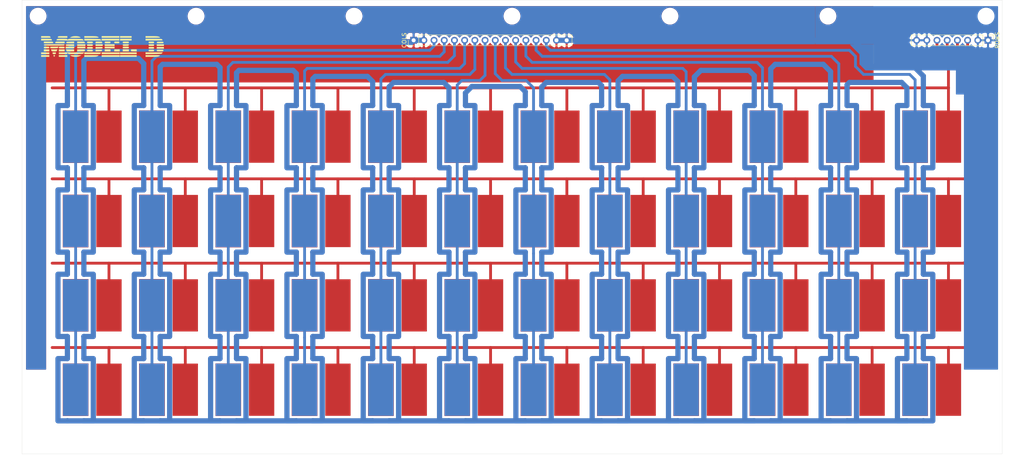
<source format=kicad_pcb>
(kicad_pcb (version 20171130) (host pcbnew 5.1.10)

  (general
    (thickness 1.6)
    (drawings 4)
    (tracks 323)
    (zones 0)
    (modules 65)
    (nets 18)
  )

  (page A4)
  (layers
    (0 F.Cu signal)
    (31 B.Cu signal)
    (32 B.Adhes user)
    (33 F.Adhes user)
    (34 B.Paste user)
    (35 F.Paste user)
    (36 B.SilkS user)
    (37 F.SilkS user)
    (38 B.Mask user)
    (39 F.Mask user)
    (40 Dwgs.User user)
    (41 Cmts.User user)
    (42 Eco1.User user)
    (43 Eco2.User user)
    (44 Edge.Cuts user)
    (45 Margin user)
    (46 B.CrtYd user)
    (47 F.CrtYd user)
    (48 B.Fab user)
    (49 F.Fab user)
  )

  (setup
    (last_trace_width 1.3)
    (user_trace_width 0.7)
    (user_trace_width 1.3)
    (trace_clearance 0.2)
    (zone_clearance 0.508)
    (zone_45_only no)
    (trace_min 0.2)
    (via_size 0.8)
    (via_drill 0.4)
    (via_min_size 0.4)
    (via_min_drill 0.3)
    (uvia_size 0.3)
    (uvia_drill 0.1)
    (uvias_allowed no)
    (uvia_min_size 0.2)
    (uvia_min_drill 0.1)
    (edge_width 0.05)
    (segment_width 0.2)
    (pcb_text_width 0.3)
    (pcb_text_size 1.5 1.5)
    (mod_edge_width 0.12)
    (mod_text_size 1 1)
    (mod_text_width 0.15)
    (pad_size 1.7 1.7)
    (pad_drill 1)
    (pad_to_mask_clearance 0)
    (aux_axis_origin 0 0)
    (visible_elements FFFFF77F)
    (pcbplotparams
      (layerselection 0x010fc_ffffffff)
      (usegerberextensions true)
      (usegerberattributes false)
      (usegerberadvancedattributes false)
      (creategerberjobfile false)
      (excludeedgelayer true)
      (linewidth 0.100000)
      (plotframeref false)
      (viasonmask false)
      (mode 1)
      (useauxorigin false)
      (hpglpennumber 1)
      (hpglpenspeed 20)
      (hpglpendiameter 15.000000)
      (psnegative false)
      (psa4output false)
      (plotreference true)
      (plotvalue false)
      (plotinvisibletext false)
      (padsonsilk false)
      (subtractmaskfromsilk true)
      (outputformat 1)
      (mirror false)
      (drillshape 0)
      (scaleselection 1)
      (outputdirectory "gerber/"))
  )

  (net 0 "")
  (net 1 GND)
  (net 2 C11)
  (net 3 C10)
  (net 4 C9)
  (net 5 C8)
  (net 6 C7)
  (net 7 C6)
  (net 8 C5)
  (net 9 C4)
  (net 10 C3)
  (net 11 C2)
  (net 12 C1)
  (net 13 C0)
  (net 14 R3)
  (net 15 R2)
  (net 16 R1)
  (net 17 R0)

  (net_class Default "This is the default net class."
    (clearance 0.2)
    (trace_width 0.25)
    (via_dia 0.8)
    (via_drill 0.4)
    (uvia_dia 0.3)
    (uvia_drill 0.1)
    (add_net C0)
    (add_net C1)
    (add_net C10)
    (add_net C11)
    (add_net C2)
    (add_net C3)
    (add_net C4)
    (add_net C5)
    (add_net C6)
    (add_net C7)
    (add_net C8)
    (add_net C9)
    (add_net GND)
    (add_net R0)
    (add_net R1)
    (add_net R2)
    (add_net R3)
  )

  (module Connector_PinHeader_2.54mm:PinHeader_1x08_P2.54mm_Vertical (layer F.Cu) (tedit 61CC5A92) (tstamp 61CC9E84)
    (at 263 36 270)
    (descr "Through hole straight pin header, 1x08, 2.54mm pitch, single row")
    (tags "Through hole pin header THT 1x08 2.54mm single row")
    (path /61CE709E)
    (fp_text reference ROWS (at 0 -2.33 90) (layer F.SilkS)
      (effects (font (size 1 1) (thickness 0.15)))
    )
    (fp_text value Conn_01x08 (at 0 20.11 90) (layer F.Fab)
      (effects (font (size 1 1) (thickness 0.15)))
    )
    (fp_text user %R (at 0 8.89) (layer F.Fab)
      (effects (font (size 1 1) (thickness 0.15)))
    )
    (fp_line (start -0.635 -1.27) (end 1.27 -1.27) (layer F.Fab) (width 0.1))
    (fp_line (start 1.27 -1.27) (end 1.27 19.05) (layer F.Fab) (width 0.1))
    (fp_line (start 1.27 19.05) (end -1.27 19.05) (layer F.Fab) (width 0.1))
    (fp_line (start -1.27 19.05) (end -1.27 -0.635) (layer F.Fab) (width 0.1))
    (fp_line (start -1.27 -0.635) (end -0.635 -1.27) (layer F.Fab) (width 0.1))
    (fp_line (start -1.33 19.11) (end 1.33 19.11) (layer F.SilkS) (width 0.12))
    (fp_line (start -1.33 1.27) (end -1.33 19.11) (layer F.SilkS) (width 0.12))
    (fp_line (start 1.33 1.27) (end 1.33 19.11) (layer F.SilkS) (width 0.12))
    (fp_line (start -1.33 1.27) (end 1.33 1.27) (layer F.SilkS) (width 0.12))
    (fp_line (start -1.33 0) (end -1.33 -1.33) (layer F.SilkS) (width 0.12))
    (fp_line (start -1.33 -1.33) (end 0 -1.33) (layer F.SilkS) (width 0.12))
    (fp_line (start -1.8 -1.8) (end -1.8 19.55) (layer F.CrtYd) (width 0.05))
    (fp_line (start -1.8 19.55) (end 1.8 19.55) (layer F.CrtYd) (width 0.05))
    (fp_line (start 1.8 19.55) (end 1.8 -1.8) (layer F.CrtYd) (width 0.05))
    (fp_line (start 1.8 -1.8) (end -1.8 -1.8) (layer F.CrtYd) (width 0.05))
    (pad 8 thru_hole oval (at 0 17.78 270) (size 1.7 1.7) (drill 1) (layers *.Cu *.Mask)
      (net 1 GND) (thermal_gap 1))
    (pad 7 thru_hole oval (at 0 15.24 270) (size 1.7 1.7) (drill 1) (layers *.Cu *.Mask)
      (net 1 GND) (thermal_gap 1))
    (pad 6 thru_hole oval (at 0 12.7 270) (size 1.7 1.7) (drill 1) (layers *.Cu *.Mask)
      (net 17 R0))
    (pad 5 thru_hole oval (at 0 10.16 270) (size 1.7 1.7) (drill 1) (layers *.Cu *.Mask)
      (net 16 R1))
    (pad 4 thru_hole oval (at 0 7.62 270) (size 1.7 1.7) (drill 1) (layers *.Cu *.Mask)
      (net 15 R2))
    (pad 3 thru_hole oval (at 0 5.08 270) (size 1.7 1.7) (drill 1) (layers *.Cu *.Mask)
      (net 14 R3))
    (pad 2 thru_hole oval (at 0 2.54 270) (size 1.7 1.7) (drill 1) (layers *.Cu *.Mask)
      (net 1 GND) (thermal_gap 1))
    (pad 1 thru_hole rect (at 0 0 270) (size 1.7 1.7) (drill 1) (layers *.Cu *.Mask)
      (net 1 GND) (thermal_gap 1))
    (model ${KISYS3DMOD}/Connector_PinHeader_2.54mm.3dshapes/PinHeader_1x08_P2.54mm_Vertical.wrl
      (at (xyz 0 0 0))
      (scale (xyz 1 1 1))
      (rotate (xyz 0 0 0))
    )
  )

  (module Connector_PinHeader_2.54mm:PinHeader_1x16_P2.54mm_Vertical (layer F.Cu) (tedit 61CC5AB7) (tstamp 61CC9E68)
    (at 120 36 90)
    (descr "Through hole straight pin header, 1x16, 2.54mm pitch, single row")
    (tags "Through hole pin header THT 1x16 2.54mm single row")
    (path /61CCE509)
    (fp_text reference COLS (at 0 -2.33 90) (layer F.SilkS)
      (effects (font (size 1 1) (thickness 0.15)))
    )
    (fp_text value Conn_01x16 (at 0 40.43 90) (layer F.Fab)
      (effects (font (size 1 1) (thickness 0.15)))
    )
    (fp_text user %R (at 0 19.05) (layer F.Fab)
      (effects (font (size 1 1) (thickness 0.15)))
    )
    (fp_line (start -0.635 -1.27) (end 1.27 -1.27) (layer F.Fab) (width 0.1))
    (fp_line (start 1.27 -1.27) (end 1.27 39.37) (layer F.Fab) (width 0.1))
    (fp_line (start 1.27 39.37) (end -1.27 39.37) (layer F.Fab) (width 0.1))
    (fp_line (start -1.27 39.37) (end -1.27 -0.635) (layer F.Fab) (width 0.1))
    (fp_line (start -1.27 -0.635) (end -0.635 -1.27) (layer F.Fab) (width 0.1))
    (fp_line (start -1.33 39.43) (end 1.33 39.43) (layer F.SilkS) (width 0.12))
    (fp_line (start -1.33 1.27) (end -1.33 39.43) (layer F.SilkS) (width 0.12))
    (fp_line (start 1.33 1.27) (end 1.33 39.43) (layer F.SilkS) (width 0.12))
    (fp_line (start -1.33 1.27) (end 1.33 1.27) (layer F.SilkS) (width 0.12))
    (fp_line (start -1.33 0) (end -1.33 -1.33) (layer F.SilkS) (width 0.12))
    (fp_line (start -1.33 -1.33) (end 0 -1.33) (layer F.SilkS) (width 0.12))
    (fp_line (start -1.8 -1.8) (end -1.8 39.9) (layer F.CrtYd) (width 0.05))
    (fp_line (start -1.8 39.9) (end 1.8 39.9) (layer F.CrtYd) (width 0.05))
    (fp_line (start 1.8 39.9) (end 1.8 -1.8) (layer F.CrtYd) (width 0.05))
    (fp_line (start 1.8 -1.8) (end -1.8 -1.8) (layer F.CrtYd) (width 0.05))
    (pad 16 thru_hole oval (at 0 38.1 90) (size 1.7 1.7) (drill 1) (layers *.Cu *.Mask)
      (net 1 GND) (thermal_gap 1))
    (pad 15 thru_hole oval (at 0 35.56 90) (size 1.7 1.7) (drill 1) (layers *.Cu *.Mask)
      (net 1 GND) (thermal_gap 1))
    (pad 14 thru_hole oval (at 0 33.02 90) (size 1.7 1.7) (drill 1) (layers *.Cu *.Mask)
      (net 2 C11))
    (pad 13 thru_hole oval (at 0 30.48 90) (size 1.7 1.7) (drill 1) (layers *.Cu *.Mask)
      (net 3 C10))
    (pad 12 thru_hole oval (at 0 27.94 90) (size 1.7 1.7) (drill 1) (layers *.Cu *.Mask)
      (net 4 C9))
    (pad 11 thru_hole oval (at 0 25.4 90) (size 1.7 1.7) (drill 1) (layers *.Cu *.Mask)
      (net 5 C8))
    (pad 10 thru_hole oval (at 0 22.86 90) (size 1.7 1.7) (drill 1) (layers *.Cu *.Mask)
      (net 6 C7))
    (pad 9 thru_hole oval (at 0 20.32 90) (size 1.7 1.7) (drill 1) (layers *.Cu *.Mask)
      (net 7 C6))
    (pad 8 thru_hole oval (at 0 17.78 90) (size 1.7 1.7) (drill 1) (layers *.Cu *.Mask)
      (net 8 C5))
    (pad 7 thru_hole oval (at 0 15.24 90) (size 1.7 1.7) (drill 1) (layers *.Cu *.Mask)
      (net 9 C4))
    (pad 6 thru_hole oval (at 0 12.7 90) (size 1.7 1.7) (drill 1) (layers *.Cu *.Mask)
      (net 10 C3))
    (pad 5 thru_hole oval (at 0 10.16 90) (size 1.7 1.7) (drill 1) (layers *.Cu *.Mask)
      (net 11 C2))
    (pad 4 thru_hole oval (at 0 7.62 90) (size 1.7 1.7) (drill 1) (layers *.Cu *.Mask)
      (net 12 C1))
    (pad 3 thru_hole oval (at 0 5.08 90) (size 1.7 1.7) (drill 1) (layers *.Cu *.Mask)
      (net 13 C0))
    (pad 2 thru_hole oval (at 0 2.54 90) (size 1.7 1.7) (drill 1) (layers *.Cu *.Mask)
      (net 1 GND) (thermal_gap 1))
    (pad 1 thru_hole rect (at 0 0 90) (size 1.7 1.7) (drill 1) (layers *.Cu *.Mask)
      (net 1 GND) (thermal_gap 1))
    (model ${KISYS3DMOD}/Connector_PinHeader_2.54mm.3dshapes/PinHeader_1x16_P2.54mm_Vertical.wrl
      (at (xyz 0 0 0))
      (scale (xyz 1 1 1))
      (rotate (xyz 0 0 0))
    )
  )

  (module MountingHole:MountingHole_3.2mm_M3 (layer F.Cu) (tedit 56D1B4CB) (tstamp 61CC93F8)
    (at 262.5 30)
    (descr "Mounting Hole 3.2mm, no annular, M3")
    (tags "mounting hole 3.2mm no annular m3")
    (attr virtual)
    (fp_text reference REF** (at 0 -4.2) (layer F.SilkS) hide
      (effects (font (size 1 1) (thickness 0.15)))
    )
    (fp_text value MountingHole_3.2mm_M3 (at 0 4.2) (layer F.Fab)
      (effects (font (size 1 1) (thickness 0.15)))
    )
    (fp_circle (center 0 0) (end 3.45 0) (layer F.CrtYd) (width 0.05))
    (fp_circle (center 0 0) (end 3.2 0) (layer Cmts.User) (width 0.15))
    (fp_text user %R (at 0.3 0) (layer F.Fab)
      (effects (font (size 1 1) (thickness 0.15)))
    )
    (pad 1 np_thru_hole circle (at 0 0) (size 3.2 3.2) (drill 3.2) (layers *.Cu *.Mask))
  )

  (module MountingHole:MountingHole_3.2mm_M3 (layer F.Cu) (tedit 56D1B4CB) (tstamp 61CC93B1)
    (at 223.15 30)
    (descr "Mounting Hole 3.2mm, no annular, M3")
    (tags "mounting hole 3.2mm no annular m3")
    (attr virtual)
    (fp_text reference REF** (at 0 -4.2) (layer F.SilkS) hide
      (effects (font (size 1 1) (thickness 0.15)))
    )
    (fp_text value MountingHole_3.2mm_M3 (at 0 4.2) (layer F.Fab)
      (effects (font (size 1 1) (thickness 0.15)))
    )
    (fp_text user %R (at 0.3 0) (layer F.Fab)
      (effects (font (size 1 1) (thickness 0.15)))
    )
    (fp_circle (center 0 0) (end 3.2 0) (layer Cmts.User) (width 0.15))
    (fp_circle (center 0 0) (end 3.45 0) (layer F.CrtYd) (width 0.05))
    (pad 1 np_thru_hole circle (at 0 0) (size 3.2 3.2) (drill 3.2) (layers *.Cu *.Mask))
  )

  (module MountingHole:MountingHole_3.2mm_M3 (layer F.Cu) (tedit 56D1B4CB) (tstamp 61CC9377)
    (at 183.82 30)
    (descr "Mounting Hole 3.2mm, no annular, M3")
    (tags "mounting hole 3.2mm no annular m3")
    (attr virtual)
    (fp_text reference REF** (at 0 -4.2) (layer F.SilkS) hide
      (effects (font (size 1 1) (thickness 0.15)))
    )
    (fp_text value MountingHole_3.2mm_M3 (at 0 4.2) (layer F.Fab)
      (effects (font (size 1 1) (thickness 0.15)))
    )
    (fp_circle (center 0 0) (end 3.45 0) (layer F.CrtYd) (width 0.05))
    (fp_circle (center 0 0) (end 3.2 0) (layer Cmts.User) (width 0.15))
    (fp_text user %R (at 0.3 0) (layer F.Fab)
      (effects (font (size 1 1) (thickness 0.15)))
    )
    (pad 1 np_thru_hole circle (at 0 0) (size 3.2 3.2) (drill 3.2) (layers *.Cu *.Mask))
  )

  (module MountingHole:MountingHole_3.2mm_M3 (layer F.Cu) (tedit 56D1B4CB) (tstamp 61CC933D)
    (at 105.16 30)
    (descr "Mounting Hole 3.2mm, no annular, M3")
    (tags "mounting hole 3.2mm no annular m3")
    (attr virtual)
    (fp_text reference REF** (at 0 -4.2) (layer F.SilkS) hide
      (effects (font (size 1 1) (thickness 0.15)))
    )
    (fp_text value MountingHole_3.2mm_M3 (at 0 4.2) (layer F.Fab)
      (effects (font (size 1 1) (thickness 0.15)))
    )
    (fp_circle (center 0 0) (end 3.45 0) (layer F.CrtYd) (width 0.05))
    (fp_circle (center 0 0) (end 3.2 0) (layer Cmts.User) (width 0.15))
    (fp_text user %R (at 0.3 0) (layer F.Fab)
      (effects (font (size 1 1) (thickness 0.15)))
    )
    (pad 1 np_thru_hole circle (at 0 0) (size 3.2 3.2) (drill 3.2) (layers *.Cu *.Mask))
  )

  (module MountingHole:MountingHole_3.2mm_M3 (layer F.Cu) (tedit 56D1B4CB) (tstamp 61CC9303)
    (at 65.83 30)
    (descr "Mounting Hole 3.2mm, no annular, M3")
    (tags "mounting hole 3.2mm no annular m3")
    (attr virtual)
    (fp_text reference REF** (at 0 -4.2) (layer F.SilkS) hide
      (effects (font (size 1 1) (thickness 0.15)))
    )
    (fp_text value MountingHole_3.2mm_M3 (at 0 4.2) (layer F.Fab)
      (effects (font (size 1 1) (thickness 0.15)))
    )
    (fp_text user %R (at 0.3 0) (layer F.Fab)
      (effects (font (size 1 1) (thickness 0.15)))
    )
    (fp_circle (center 0 0) (end 3.2 0) (layer Cmts.User) (width 0.15))
    (fp_circle (center 0 0) (end 3.45 0) (layer F.CrtYd) (width 0.05))
    (pad 1 np_thru_hole circle (at 0 0) (size 3.2 3.2) (drill 3.2) (layers *.Cu *.Mask))
  )

  (module MountingHole:MountingHole_3.2mm_M3 (layer F.Cu) (tedit 56D1B4CB) (tstamp 61CC928D)
    (at 26.5 30)
    (descr "Mounting Hole 3.2mm, no annular, M3")
    (tags "mounting hole 3.2mm no annular m3")
    (attr virtual)
    (fp_text reference REF** (at 0 -4.2) (layer F.SilkS) hide
      (effects (font (size 1 1) (thickness 0.15)))
    )
    (fp_text value MountingHole_3.2mm_M3 (at 0 4.2) (layer F.Fab)
      (effects (font (size 1 1) (thickness 0.15)))
    )
    (fp_circle (center 0 0) (end 3.45 0) (layer F.CrtYd) (width 0.05))
    (fp_circle (center 0 0) (end 3.2 0) (layer Cmts.User) (width 0.15))
    (fp_text user %R (at 0.3 0) (layer F.Fab)
      (effects (font (size 1 1) (thickness 0.15)))
    )
    (pad 1 np_thru_hole circle (at 0 0) (size 3.2 3.2) (drill 3.2) (layers *.Cu *.Mask))
  )

  (module MountingHole:MountingHole_3.2mm_M3 (layer F.Cu) (tedit 56D1B4CB) (tstamp 61CC91CE)
    (at 144.49 30)
    (descr "Mounting Hole 3.2mm, no annular, M3")
    (tags "mounting hole 3.2mm no annular m3")
    (attr virtual)
    (fp_text reference REF** (at 0 -4.2) (layer F.SilkS) hide
      (effects (font (size 1 1) (thickness 0.15)))
    )
    (fp_text value MountingHole_3.2mm_M3 (at 0 4.2) (layer F.Fab)
      (effects (font (size 1 1) (thickness 0.15)))
    )
    (fp_text user %R (at 0.3 0) (layer F.Fab)
      (effects (font (size 1 1) (thickness 0.15)))
    )
    (fp_circle (center 0 0) (end 3.2 0) (layer Cmts.User) (width 0.15))
    (fp_circle (center 0 0) (end 3.45 0) (layer F.CrtYd) (width 0.05))
    (pad 1 np_thru_hole circle (at 0 0) (size 3.2 3.2) (drill 3.2) (layers *.Cu *.Mask))
  )

  (module MountingHole:MountingHole_3.2mm_M3 (layer F.Cu) (tedit 56D1B4CB) (tstamp 61CC869F)
    (at 262.5 135)
    (descr "Mounting Hole 3.2mm, no annular, M3")
    (tags "mounting hole 3.2mm no annular m3")
    (attr virtual)
    (fp_text reference REF** (at 0 -4.2) (layer F.SilkS) hide
      (effects (font (size 1 1) (thickness 0.15)))
    )
    (fp_text value MountingHole_3.2mm_M3 (at 0 4.2) (layer F.Fab)
      (effects (font (size 1 1) (thickness 0.15)))
    )
    (fp_text user %R (at 0.3 0) (layer F.Fab)
      (effects (font (size 1 1) (thickness 0.15)))
    )
    (fp_circle (center 0 0) (end 3.2 0) (layer Cmts.User) (width 0.15))
    (fp_circle (center 0 0) (end 3.45 0) (layer F.CrtYd) (width 0.05))
    (pad 1 np_thru_hole circle (at 0 0) (size 3.2 3.2) (drill 3.2) (layers *.Cu *.Mask))
  )

  (module MountingHole:MountingHole_3.2mm_M3 (layer F.Cu) (tedit 56D1B4CB) (tstamp 61CC8691)
    (at 223.15 135)
    (descr "Mounting Hole 3.2mm, no annular, M3")
    (tags "mounting hole 3.2mm no annular m3")
    (attr virtual)
    (fp_text reference REF** (at 0 -4.2) (layer F.SilkS) hide
      (effects (font (size 1 1) (thickness 0.15)))
    )
    (fp_text value MountingHole_3.2mm_M3 (at 0 4.2) (layer F.Fab)
      (effects (font (size 1 1) (thickness 0.15)))
    )
    (fp_circle (center 0 0) (end 3.45 0) (layer F.CrtYd) (width 0.05))
    (fp_circle (center 0 0) (end 3.2 0) (layer Cmts.User) (width 0.15))
    (fp_text user %R (at 0.3 0) (layer F.Fab)
      (effects (font (size 1 1) (thickness 0.15)))
    )
    (pad 1 np_thru_hole circle (at 0 0) (size 3.2 3.2) (drill 3.2) (layers *.Cu *.Mask))
  )

  (module MountingHole:MountingHole_3.2mm_M3 (layer F.Cu) (tedit 56D1B4CB) (tstamp 61CC8683)
    (at 183.82 135)
    (descr "Mounting Hole 3.2mm, no annular, M3")
    (tags "mounting hole 3.2mm no annular m3")
    (attr virtual)
    (fp_text reference REF** (at 0 -4.2) (layer F.SilkS) hide
      (effects (font (size 1 1) (thickness 0.15)))
    )
    (fp_text value MountingHole_3.2mm_M3 (at 0 4.2) (layer F.Fab)
      (effects (font (size 1 1) (thickness 0.15)))
    )
    (fp_text user %R (at 0.3 0) (layer F.Fab)
      (effects (font (size 1 1) (thickness 0.15)))
    )
    (fp_circle (center 0 0) (end 3.2 0) (layer Cmts.User) (width 0.15))
    (fp_circle (center 0 0) (end 3.45 0) (layer F.CrtYd) (width 0.05))
    (pad 1 np_thru_hole circle (at 0 0) (size 3.2 3.2) (drill 3.2) (layers *.Cu *.Mask))
  )

  (module MountingHole:MountingHole_3.2mm_M3 (layer F.Cu) (tedit 56D1B4CB) (tstamp 61CC8675)
    (at 144.49 135)
    (descr "Mounting Hole 3.2mm, no annular, M3")
    (tags "mounting hole 3.2mm no annular m3")
    (attr virtual)
    (fp_text reference REF** (at 0 -4.2) (layer F.SilkS) hide
      (effects (font (size 1 1) (thickness 0.15)))
    )
    (fp_text value MountingHole_3.2mm_M3 (at 0 4.2) (layer F.Fab)
      (effects (font (size 1 1) (thickness 0.15)))
    )
    (fp_circle (center 0 0) (end 3.45 0) (layer F.CrtYd) (width 0.05))
    (fp_circle (center 0 0) (end 3.2 0) (layer Cmts.User) (width 0.15))
    (fp_text user %R (at 0.3 0) (layer F.Fab)
      (effects (font (size 1 1) (thickness 0.15)))
    )
    (pad 1 np_thru_hole circle (at 0 0) (size 3.2 3.2) (drill 3.2) (layers *.Cu *.Mask))
  )

  (module MountingHole:MountingHole_3.2mm_M3 (layer F.Cu) (tedit 56D1B4CB) (tstamp 61CC8667)
    (at 105.16 135)
    (descr "Mounting Hole 3.2mm, no annular, M3")
    (tags "mounting hole 3.2mm no annular m3")
    (attr virtual)
    (fp_text reference REF** (at 0 -4.2) (layer F.SilkS) hide
      (effects (font (size 1 1) (thickness 0.15)))
    )
    (fp_text value MountingHole_3.2mm_M3 (at 0 4.2) (layer F.Fab)
      (effects (font (size 1 1) (thickness 0.15)))
    )
    (fp_text user %R (at 0.3 0) (layer F.Fab)
      (effects (font (size 1 1) (thickness 0.15)))
    )
    (fp_circle (center 0 0) (end 3.2 0) (layer Cmts.User) (width 0.15))
    (fp_circle (center 0 0) (end 3.45 0) (layer F.CrtYd) (width 0.05))
    (pad 1 np_thru_hole circle (at 0 0) (size 3.2 3.2) (drill 3.2) (layers *.Cu *.Mask))
  )

  (module MountingHole:MountingHole_3.2mm_M3 (layer F.Cu) (tedit 56D1B4CB) (tstamp 61CC85FF)
    (at 65.83 135)
    (descr "Mounting Hole 3.2mm, no annular, M3")
    (tags "mounting hole 3.2mm no annular m3")
    (attr virtual)
    (fp_text reference REF** (at 0 -4.2) (layer F.SilkS) hide
      (effects (font (size 1 1) (thickness 0.15)))
    )
    (fp_text value MountingHole_3.2mm_M3 (at 0 4.2) (layer F.Fab)
      (effects (font (size 1 1) (thickness 0.15)))
    )
    (fp_circle (center 0 0) (end 3.45 0) (layer F.CrtYd) (width 0.05))
    (fp_circle (center 0 0) (end 3.2 0) (layer Cmts.User) (width 0.15))
    (fp_text user %R (at 0.3 0) (layer F.Fab)
      (effects (font (size 1 1) (thickness 0.15)))
    )
    (pad 1 np_thru_hole circle (at 0 0) (size 3.2 3.2) (drill 3.2) (layers *.Cu *.Mask))
  )

  (module MountingHole:MountingHole_3.2mm_M3 (layer F.Cu) (tedit 56D1B4CB) (tstamp 61CC856F)
    (at 26.5 135)
    (descr "Mounting Hole 3.2mm, no annular, M3")
    (tags "mounting hole 3.2mm no annular m3")
    (attr virtual)
    (fp_text reference REF** (at 0 -4.2) (layer F.SilkS) hide
      (effects (font (size 1 1) (thickness 0.15)))
    )
    (fp_text value MountingHole_3.2mm_M3 (at 0 4.2) (layer F.Fab)
      (effects (font (size 1 1) (thickness 0.15)))
    )
    (fp_text user %R (at 0.3 0) (layer F.Fab)
      (effects (font (size 1 1) (thickness 0.15)))
    )
    (fp_circle (center 0 0) (end 3.2 0) (layer Cmts.User) (width 0.15))
    (fp_circle (center 0 0) (end 3.45 0) (layer F.CrtYd) (width 0.05))
    (pad 1 np_thru_hole circle (at 0 0) (size 3.2 3.2) (drill 3.2) (layers *.Cu *.Mask))
  )

  (module model_d:model_d (layer F.Cu) (tedit 0) (tstamp 616F24EA)
    (at 42.5 37.5)
    (fp_text reference G*** (at 0 0) (layer F.SilkS) hide
      (effects (font (size 1.524 1.524) (thickness 0.3)))
    )
    (fp_text value LOGO (at 0.75 0) (layer F.SilkS) hide
      (effects (font (size 1.524 1.524) (thickness 0.3)))
    )
    (fp_poly (pts (xy -13.208 2.624666) (xy -15.24 2.624666) (xy -15.24 2.201333) (xy -13.208 2.201333)
      (xy -13.208 2.624666)) (layer F.SilkS) (width 0.01))
    (fp_poly (pts (xy -11.810415 2.228169) (xy -11.783198 2.322847) (xy -11.884522 2.496743) (xy -11.977663 2.604125)
      (xy -12.042521 2.570056) (xy -12.096189 2.476158) (xy -12.178142 2.296917) (xy -12.151535 2.219091)
      (xy -11.998963 2.201389) (xy -11.980334 2.201333) (xy -11.810415 2.228169)) (layer F.SilkS) (width 0.01))
    (fp_poly (pts (xy -8.720667 2.624666) (xy -10.837334 2.624666) (xy -10.837334 2.201333) (xy -8.720667 2.201333)
      (xy -8.720667 2.624666)) (layer F.SilkS) (width 0.01))
    (fp_poly (pts (xy -6.593784 2.219582) (xy -6.552401 2.220289) (xy -5.207 2.243666) (xy -5.588 2.432307)
      (xy -5.955222 2.55204) (xy -6.416915 2.614525) (xy -6.907377 2.617451) (xy -7.360906 2.558507)
      (xy -7.5628 2.501761) (xy -7.818763 2.403107) (xy -7.957529 2.327876) (xy -7.970538 2.273682)
      (xy -7.84923 2.23814) (xy -7.585042 2.218866) (xy -7.169414 2.213475) (xy -6.593784 2.219582)) (layer F.SilkS) (width 0.01))
    (fp_poly (pts (xy -2.181296 2.204458) (xy -1.715621 2.213193) (xy -1.337043 2.226578) (xy -1.070295 2.243655)
      (xy -0.940112 2.263462) (xy -0.931334 2.270318) (xy -1.000368 2.34719) (xy -1.171989 2.452729)
      (xy -1.23054 2.481985) (xy -1.373213 2.536111) (xy -1.557823 2.575128) (xy -1.811928 2.601247)
      (xy -2.163089 2.61668) (xy -2.638865 2.623638) (xy -3.00854 2.624666) (xy -4.487334 2.624666)
      (xy -4.487334 2.201333) (xy -2.709334 2.201333) (xy -2.181296 2.204458)) (layer F.SilkS) (width 0.01))
    (fp_poly (pts (xy 4.318 2.624666) (xy -0.169334 2.624666) (xy -0.169334 2.201333) (xy 4.318 2.201333)
      (xy 4.318 2.624666)) (layer F.SilkS) (width 0.01))
    (fp_poly (pts (xy 8.551333 2.624666) (xy 4.402666 2.624666) (xy 4.402666 2.201333) (xy 8.551333 2.201333)
      (xy 8.551333 2.624666)) (layer F.SilkS) (width 0.01))
    (fp_poly (pts (xy 13.222355 2.203717) (xy 13.708685 2.212473) (xy 14.048244 2.230009) (xy 14.252291 2.25873)
      (xy 14.332083 2.301042) (xy 14.298879 2.359353) (xy 14.163936 2.436069) (xy 14.004716 2.506305)
      (xy 13.828221 2.554989) (xy 13.553963 2.589773) (xy 13.162164 2.611982) (xy 12.633045 2.62294)
      (xy 12.237052 2.624666) (xy 10.752666 2.624666) (xy 10.752666 2.201333) (xy 12.577996 2.201333)
      (xy 13.222355 2.203717)) (layer F.SilkS) (width 0.01))
    (fp_poly (pts (xy -13.208 1.947333) (xy -15.24 1.947333) (xy -15.24 1.524) (xy -13.208 1.524)
      (xy -13.208 1.947333)) (layer F.SilkS) (width 0.01))
    (fp_poly (pts (xy -11.707055 1.531052) (xy -11.570203 1.558933) (xy -11.537212 1.617729) (xy -11.547942 1.657924)
      (xy -11.593628 1.819227) (xy -11.599334 1.869591) (xy -11.675021 1.915958) (xy -11.866516 1.943768)
      (xy -11.980334 1.947333) (xy -12.207571 1.931889) (xy -12.343865 1.892815) (xy -12.361334 1.869591)
      (xy -12.389262 1.727701) (xy -12.412726 1.657924) (xy -12.416568 1.581524) (xy -12.331527 1.540678)
      (xy -12.125036 1.525299) (xy -11.980334 1.524) (xy -11.707055 1.531052)) (layer F.SilkS) (width 0.01))
    (fp_poly (pts (xy -4.67776 1.7145) (xy -4.724947 1.777452) (xy -4.786809 1.825111) (xy -4.886 1.859982)
      (xy -5.045176 1.88457) (xy -5.286992 1.90138) (xy -5.634104 1.912918) (xy -6.109168 1.921688)
      (xy -6.614253 1.928626) (xy -7.212486 1.935833) (xy -7.66433 1.938495) (xy -7.992708 1.93477)
      (xy -8.220545 1.922811) (xy -8.370764 1.900776) (xy -8.466287 1.86682) (xy -8.530039 1.819099)
      (xy -8.5725 1.77108) (xy -8.720667 1.589907) (xy -8.720667 1.76862) (xy -8.728534 1.84271)
      (xy -8.770529 1.892866) (xy -8.874243 1.923747) (xy -9.067266 1.940012) (xy -9.37719 1.946319)
      (xy -9.779 1.947333) (xy -10.837334 1.947333) (xy -10.837334 1.524) (xy -4.551347 1.524)
      (xy -4.67776 1.7145)) (layer F.SilkS) (width 0.01))
    (fp_poly (pts (xy -1.840505 1.525866) (xy -1.328538 1.531115) (xy -0.900001 1.539215) (xy -0.577794 1.54964)
      (xy -0.384817 1.561859) (xy -0.338667 1.571899) (xy -0.374225 1.6768) (xy -0.426313 1.783566)
      (xy -0.46275 1.83558) (xy -0.52322 1.87526) (xy -0.628765 1.904265) (xy -0.800428 1.924258)
      (xy -1.059252 1.936899) (xy -1.426279 1.943851) (xy -1.922552 1.946774) (xy -2.500646 1.947333)
      (xy -4.487334 1.947333) (xy -4.487334 1.524) (xy -2.413 1.524) (xy -1.840505 1.525866)) (layer F.SilkS) (width 0.01))
    (fp_poly (pts (xy 4.318 1.947333) (xy -0.169334 1.947333) (xy -0.169334 1.524) (xy 4.318 1.524)
      (xy 4.318 1.947333)) (layer F.SilkS) (width 0.01))
    (fp_poly (pts (xy 8.551333 1.947333) (xy 4.402666 1.947333) (xy 4.402666 1.524) (xy 8.551333 1.524)
      (xy 8.551333 1.947333)) (layer F.SilkS) (width 0.01))
    (fp_poly (pts (xy 14.880227 1.7145) (xy 14.835548 1.774724) (xy 14.777391 1.820986) (xy 14.684351 1.85543)
      (xy 14.53502 1.880202) (xy 14.307993 1.897448) (xy 13.981862 1.909314) (xy 13.535222 1.917945)
      (xy 12.946666 1.925486) (xy 12.753234 1.927699) (xy 10.752666 1.950398) (xy 10.752666 1.524)
      (xy 12.87966 1.524) (xy 15.006653 1.523999) (xy 14.880227 1.7145)) (layer F.SilkS) (width 0.01))
    (fp_poly (pts (xy -13.208 1.27) (xy -14.562667 1.27) (xy -14.562667 0.762) (xy -13.208 0.762)
      (xy -13.208 1.27)) (layer F.SilkS) (width 0.01))
    (fp_poly (pts (xy -11.286584 1.016) (xy -11.34409 1.147945) (xy -11.420364 1.223833) (xy -11.558033 1.25916)
      (xy -11.799728 1.269423) (xy -11.985306 1.27) (xy -12.302416 1.265516) (xy -12.493284 1.243243)
      (xy -12.600939 1.189943) (xy -12.668411 1.092383) (xy -12.68641 1.054349) (xy -12.758222 0.884496)
      (xy -12.784667 0.800349) (xy -12.706162 0.783801) (xy -12.495277 0.77084) (xy -12.188952 0.763246)
      (xy -11.987688 0.762) (xy -11.190709 0.762) (xy -11.286584 1.016)) (layer F.SilkS) (width 0.01))
    (fp_poly (pts (xy -9.398 1.27) (xy -10.837334 1.27) (xy -10.837334 0.762) (xy -9.398 0.762)
      (xy -9.398 1.27)) (layer F.SilkS) (width 0.01))
    (fp_poly (pts (xy -7.027334 1.27) (xy -8.873435 1.27) (xy -9.050525 0.762) (xy -7.027334 0.762)
      (xy -7.027334 1.27)) (layer F.SilkS) (width 0.01))
    (fp_poly (pts (xy -4.853323 0.765131) (xy -4.560789 0.78088) (xy -4.390572 0.818774) (xy -4.319178 0.888344)
      (xy -4.323111 0.999118) (xy -4.369392 1.136075) (xy -4.419901 1.196648) (xy -4.53525 1.23628)
      (xy -4.744495 1.258968) (xy -5.076693 1.268708) (xy -5.343059 1.27) (xy -6.265334 1.27)
      (xy -6.265334 0.762) (xy -5.291667 0.762) (xy -4.853323 0.765131)) (layer F.SilkS) (width 0.01))
    (fp_poly (pts (xy -2.741838 0.84861) (xy -2.529148 0.861013) (xy -2.418741 0.893738) (xy -2.377089 0.956644)
      (xy -2.370667 1.058333) (xy -2.377275 1.160832) (xy -2.419448 1.223387) (xy -2.530712 1.25586)
      (xy -2.744593 1.268111) (xy -3.090334 1.27) (xy -3.43883 1.268056) (xy -3.651519 1.255652)
      (xy -3.761927 1.222927) (xy -3.803579 1.160021) (xy -3.81 1.058333) (xy -3.803393 0.955834)
      (xy -3.76122 0.893278) (xy -3.649955 0.860805) (xy -3.436075 0.848555) (xy -3.090334 0.846666)
      (xy -2.741838 0.84861)) (layer F.SilkS) (width 0.01))
    (fp_poly (pts (xy -0.466438 0.84793) (xy -0.224446 0.856379) (xy -0.09505 0.878998) (xy -0.049884 0.922772)
      (xy -0.060577 0.994685) (xy -0.075716 1.037166) (xy -0.122169 1.127874) (xy -0.203935 1.186016)
      (xy -0.356313 1.220579) (xy -0.614602 1.24055) (xy -0.919654 1.25201) (xy -1.693334 1.276354)
      (xy -1.693334 0.846666) (xy -0.849395 0.846666) (xy -0.466438 0.84793)) (layer F.SilkS) (width 0.01))
    (fp_poly (pts (xy 2.032 1.27) (xy 0.592666 1.27) (xy 0.592666 0.762) (xy 2.032 0.762)
      (xy 2.032 1.27)) (layer F.SilkS) (width 0.01))
    (fp_poly (pts (xy 4.318 1.27) (xy 2.963333 1.27) (xy 2.963333 0.762) (xy 4.318 0.762)
      (xy 4.318 1.27)) (layer F.SilkS) (width 0.01))
    (fp_poly (pts (xy 6.604 1.27) (xy 5.08 1.27) (xy 5.08 0.762) (xy 6.604 0.762)
      (xy 6.604 1.27)) (layer F.SilkS) (width 0.01))
    (fp_poly (pts (xy 8.551333 1.27) (xy 7.888111 1.27) (xy 7.567766 1.263247) (xy 7.316295 1.245355)
      (xy 7.178908 1.219868) (xy 7.168444 1.213555) (xy 7.123894 1.092405) (xy 7.112 0.959555)
      (xy 7.120359 0.863842) (xy 7.167757 0.80542) (xy 7.28767 0.775101) (xy 7.513577 0.763693)
      (xy 7.831666 0.762) (xy 8.551333 0.762) (xy 8.551333 1.27)) (layer F.SilkS) (width 0.01))
    (fp_poly (pts (xy 12.527929 0.848922) (xy 12.729077 0.862886) (xy 12.829992 0.899356) (xy 12.865223 0.969128)
      (xy 12.869333 1.058333) (xy 12.862115 1.163311) (xy 12.817428 1.226169) (xy 12.700724 1.257705)
      (xy 12.477454 1.268715) (xy 12.192 1.27) (xy 11.85607 1.267744) (xy 11.654922 1.253779)
      (xy 11.554007 1.217309) (xy 11.518776 1.147537) (xy 11.514666 1.058333) (xy 11.521884 0.953355)
      (xy 11.566571 0.890496) (xy 11.683275 0.85896) (xy 11.906545 0.847951) (xy 12.192 0.846666)
      (xy 12.527929 0.848922)) (layer F.SilkS) (width 0.01))
    (fp_poly (pts (xy 14.791173 0.849697) (xy 15.037967 0.861819) (xy 15.170058 0.887575) (xy 15.214732 0.931508)
      (xy 15.206725 0.980591) (xy 15.161039 1.141894) (xy 15.155333 1.192258) (xy 15.078346 1.224903)
      (xy 14.877741 1.24907) (xy 14.599052 1.264133) (xy 14.28781 1.269469) (xy 13.98955 1.264452)
      (xy 13.749803 1.248457) (xy 13.614104 1.220861) (xy 13.603111 1.213555) (xy 13.554621 1.089051)
      (xy 13.546666 1.001888) (xy 13.561779 0.93129) (xy 13.627207 0.885935) (xy 13.773081 0.860357)
      (xy 14.029532 0.849091) (xy 14.402391 0.846666) (xy 14.791173 0.849697)) (layer F.SilkS) (width 0.01))
    (fp_poly (pts (xy -2.741838 0.171276) (xy -2.529148 0.18368) (xy -2.418741 0.216405) (xy -2.377089 0.279311)
      (xy -2.370667 0.381) (xy -2.377275 0.483498) (xy -2.419448 0.546054) (xy -2.530712 0.578527)
      (xy -2.744593 0.590777) (xy -3.090334 0.592666) (xy -3.43883 0.590723) (xy -3.651519 0.578319)
      (xy -3.761927 0.545594) (xy -3.803579 0.482688) (xy -3.81 0.381) (xy -3.803393 0.278501)
      (xy -3.76122 0.215945) (xy -3.649955 0.183472) (xy -3.436075 0.171222) (xy -3.090334 0.169333)
      (xy -2.741838 0.171276)) (layer F.SilkS) (width 0.01))
    (fp_poly (pts (xy -0.401552 0.170717) (xy -0.144867 0.179131) (xy 0.000737 0.20097) (xy 0.064383 0.242625)
      (xy 0.075198 0.31049) (xy 0.069388 0.359833) (xy 0.04773 0.445862) (xy -0.00887 0.502448)
      (xy -0.131848 0.537132) (xy -0.352639 0.557454) (xy -0.702678 0.570951) (xy -0.8255 0.574461)
      (xy -1.693334 0.59859) (xy -1.693334 0.169333) (xy -0.798445 0.169333) (xy -0.401552 0.170717)) (layer F.SilkS) (width 0.01))
    (fp_poly (pts (xy 12.527929 0.171588) (xy 12.729077 0.185553) (xy 12.829992 0.222023) (xy 12.865223 0.291795)
      (xy 12.869333 0.381) (xy 12.862115 0.485977) (xy 12.817428 0.548836) (xy 12.700724 0.580372)
      (xy 12.477454 0.591382) (xy 12.192 0.592666) (xy 11.85607 0.590411) (xy 11.654922 0.576446)
      (xy 11.554007 0.539976) (xy 11.518776 0.470204) (xy 11.514666 0.381) (xy 11.521884 0.276022)
      (xy 11.566571 0.213163) (xy 11.683275 0.181627) (xy 11.906545 0.170617) (xy 12.192 0.169333)
      (xy 12.527929 0.171588)) (layer F.SilkS) (width 0.01))
    (fp_poly (pts (xy 15.324666 0.592666) (xy 13.546666 0.592666) (xy 13.546666 0.169333) (xy 15.324666 0.169333)
      (xy 15.324666 0.592666)) (layer F.SilkS) (width 0.01))
    (fp_poly (pts (xy -13.549404 0.086922) (xy -13.348257 0.100886) (xy -13.247342 0.137356) (xy -13.21211 0.207128)
      (xy -13.208 0.296333) (xy -13.215218 0.401311) (xy -13.259905 0.464169) (xy -13.376609 0.495705)
      (xy -13.599879 0.506715) (xy -13.885334 0.508) (xy -14.221263 0.505744) (xy -14.422411 0.491779)
      (xy -14.523326 0.455309) (xy -14.558557 0.385537) (xy -14.562667 0.296333) (xy -14.555449 0.191355)
      (xy -14.510763 0.128496) (xy -14.394059 0.09696) (xy -14.170788 0.085951) (xy -13.885334 0.084666)
      (xy -13.549404 0.086922)) (layer F.SilkS) (width 0.01))
    (fp_poly (pts (xy -10.997767 0.275166) (xy -11.038691 0.358505) (xy -11.109194 0.414419) (xy -11.240793 0.449576)
      (xy -11.465004 0.470648) (xy -11.813345 0.484304) (xy -12.011039 0.489606) (xy -12.420371 0.493146)
      (xy -12.729744 0.481899) (xy -12.913625 0.457396) (xy -12.954 0.43303) (xy -12.982038 0.2883)
      (xy -13.005392 0.218591) (xy -13.009027 0.162825) (xy -12.952756 0.124884) (xy -12.811547 0.101459)
      (xy -12.560365 0.089242) (xy -12.174176 0.084924) (xy -11.992121 0.084666) (xy -10.927457 0.084666)
      (xy -10.997767 0.275166)) (layer F.SilkS) (width 0.01))
    (fp_poly (pts (xy -9.769171 0.08661) (xy -9.556482 0.099013) (xy -9.446074 0.131738) (xy -9.404422 0.194644)
      (xy -9.398 0.296333) (xy -9.404608 0.398832) (xy -9.446781 0.461387) (xy -9.558046 0.49386)
      (xy -9.771926 0.506111) (xy -10.117667 0.508) (xy -10.466163 0.506056) (xy -10.678853 0.493652)
      (xy -10.78926 0.460927) (xy -10.830912 0.398021) (xy -10.837334 0.296333) (xy -10.830726 0.193834)
      (xy -10.788553 0.131278) (xy -10.677289 0.098805) (xy -10.463408 0.086555) (xy -10.117667 0.084666)
      (xy -9.769171 0.08661)) (layer F.SilkS) (width 0.01))
    (fp_poly (pts (xy -7.027334 0.508) (xy -9.144 0.508) (xy -9.144 0.084666) (xy -7.027334 0.084666)
      (xy -7.027334 0.508)) (layer F.SilkS) (width 0.01))
    (fp_poly (pts (xy -4.233334 0.508) (xy -6.265334 0.508) (xy -6.265334 0.084666) (xy -4.233334 0.084666)
      (xy -4.233334 0.508)) (layer F.SilkS) (width 0.01))
    (fp_poly (pts (xy 3.048 0.508) (xy 0.592666 0.508) (xy 0.592666 0.084666) (xy 3.048 0.084666)
      (xy 3.048 0.508)) (layer F.SilkS) (width 0.01))
    (fp_poly (pts (xy 6.202717 0.086352) (xy 6.426686 0.097442) (xy 6.546493 0.126989) (xy 6.594724 0.184045)
      (xy 6.603962 0.27766) (xy 6.604 0.296333) (xy 6.597932 0.396532) (xy 6.558006 0.458746)
      (xy 6.451636 0.492026) (xy 6.246237 0.505423) (xy 5.909223 0.507989) (xy 5.842 0.508)
      (xy 5.481282 0.506314) (xy 5.257313 0.495224) (xy 5.137506 0.465676) (xy 5.089275 0.408621)
      (xy 5.080037 0.315006) (xy 5.08 0.296333) (xy 5.086067 0.196134) (xy 5.125993 0.13392)
      (xy 5.232363 0.10064) (xy 5.437762 0.087243) (xy 5.774776 0.084676) (xy 5.842 0.084666)
      (xy 6.202717 0.086352)) (layer F.SilkS) (width 0.01))
    (fp_poly (pts (xy -7.027334 -0.084667) (xy -8.045991 -0.084667) (xy -8.495546 -0.088692) (xy -8.801714 -0.10275)
      (xy -8.990293 -0.129817) (xy -9.087081 -0.172869) (xy -9.111827 -0.207613) (xy -9.135846 -0.327233)
      (xy -9.086558 -0.410985) (xy -8.94259 -0.46485) (xy -8.682569 -0.494807) (xy -8.285125 -0.506837)
      (xy -8.038337 -0.508) (xy -7.027334 -0.508) (xy -7.027334 -0.084667)) (layer F.SilkS) (width 0.01))
    (fp_poly (pts (xy -4.233334 -0.084667) (xy -6.265334 -0.084667) (xy -6.265334 -0.508) (xy -4.233334 -0.508)
      (xy -4.233334 -0.084667)) (layer F.SilkS) (width 0.01))
    (fp_poly (pts (xy -2.741838 -0.506057) (xy -2.529148 -0.493653) (xy -2.418741 -0.460928) (xy -2.377089 -0.398022)
      (xy -2.370667 -0.296334) (xy -2.377275 -0.193835) (xy -2.419448 -0.131279) (xy -2.530712 -0.098806)
      (xy -2.744593 -0.086556) (xy -3.090334 -0.084667) (xy -3.43883 -0.086611) (xy -3.651519 -0.099014)
      (xy -3.761927 -0.131739) (xy -3.803579 -0.194645) (xy -3.81 -0.296334) (xy -3.803393 -0.398833)
      (xy -3.76122 -0.461388) (xy -3.649955 -0.493861) (xy -3.436075 -0.506112) (xy -3.090334 -0.508)
      (xy -2.741838 -0.506057)) (layer F.SilkS) (width 0.01))
    (fp_poly (pts (xy 0.084666 -0.084667) (xy -1.693334 -0.084667) (xy -1.693334 -0.508) (xy 0.084666 -0.508)
      (xy 0.084666 -0.084667)) (layer F.SilkS) (width 0.01))
    (fp_poly (pts (xy 3.048 -0.084667) (xy 0.592666 -0.084667) (xy 0.592666 -0.508) (xy 3.048 -0.508)
      (xy 3.048 -0.084667)) (layer F.SilkS) (width 0.01))
    (fp_poly (pts (xy 6.210006 -0.506086) (xy 6.434033 -0.494986) (xy 6.551207 -0.466668) (xy 6.592765 -0.4131)
      (xy 6.589946 -0.326249) (xy 6.588721 -0.3175) (xy 6.56262 -0.222362) (xy 6.493729 -0.163414)
      (xy 6.346384 -0.129841) (xy 6.084924 -0.110828) (xy 5.880423 -0.102689) (xy 5.555333 -0.098277)
      (xy 5.298127 -0.108188) (xy 5.153452 -0.130296) (xy 5.139589 -0.137966) (xy 5.088329 -0.265544)
      (xy 5.08 -0.352778) (xy 5.096367 -0.426599) (xy 5.166585 -0.472606) (xy 5.322328 -0.4972)
      (xy 5.595271 -0.506786) (xy 5.847888 -0.508) (xy 6.210006 -0.506086)) (layer F.SilkS) (width 0.01))
    (fp_poly (pts (xy 12.527929 -0.505745) (xy 12.729077 -0.49178) (xy 12.829992 -0.45531) (xy 12.865223 -0.385538)
      (xy 12.869333 -0.296334) (xy 12.862115 -0.191356) (xy 12.817428 -0.128497) (xy 12.700724 -0.096961)
      (xy 12.477454 -0.085952) (xy 12.192 -0.084667) (xy 11.85607 -0.086923) (xy 11.654922 -0.100887)
      (xy 11.554007 -0.137357) (xy 11.518776 -0.207129) (xy 11.514666 -0.296334) (xy 11.521884 -0.401312)
      (xy 11.566571 -0.46417) (xy 11.683275 -0.495706) (xy 11.906545 -0.506716) (xy 12.192 -0.508)
      (xy 12.527929 -0.505745)) (layer F.SilkS) (width 0.01))
    (fp_poly (pts (xy 15.324666 -0.084667) (xy 13.546666 -0.084667) (xy 13.546666 -0.508) (xy 15.324666 -0.508)
      (xy 15.324666 -0.084667)) (layer F.SilkS) (width 0.01))
    (fp_poly (pts (xy -11.251914 -0.505021) (xy -10.675142 -0.503253) (xy -10.232333 -0.498901) (xy -9.905802 -0.490813)
      (xy -9.677864 -0.477838) (xy -9.530834 -0.458827) (xy -9.447027 -0.432629) (xy -9.408757 -0.398093)
      (xy -9.39834 -0.354069) (xy -9.398 -0.337344) (xy -9.403128 -0.289952) (xy -9.430299 -0.252427)
      (xy -9.497199 -0.223617) (xy -9.621514 -0.202372) (xy -9.820929 -0.187542) (xy -10.113127 -0.177976)
      (xy -10.515795 -0.172524) (xy -11.046618 -0.170034) (xy -11.72328 -0.169356) (xy -11.980334 -0.169334)
      (xy -12.708754 -0.169667) (xy -13.285526 -0.171435) (xy -13.728335 -0.175788) (xy -14.054865 -0.183876)
      (xy -14.282803 -0.19685) (xy -14.429834 -0.215861) (xy -14.513641 -0.242059) (xy -14.551911 -0.276595)
      (xy -14.562328 -0.32062) (xy -14.562667 -0.337344) (xy -14.55754 -0.384736) (xy -14.530369 -0.422262)
      (xy -14.463468 -0.451072) (xy -14.339153 -0.472316) (xy -14.139739 -0.487146) (xy -13.84754 -0.496712)
      (xy -13.444872 -0.502165) (xy -12.91405 -0.504655) (xy -12.237388 -0.505333) (xy -11.980334 -0.505355)
      (xy -11.251914 -0.505021)) (layer F.SilkS) (width 0.01))
    (fp_poly (pts (xy -13.011809 -1.183258) (xy -12.69875 -1.17434) (xy -12.496601 -1.154547) (xy -12.376164 -1.119844)
      (xy -12.30824 -1.066196) (xy -12.279646 -1.021567) (xy -12.209273 -0.87064) (xy -12.192 -0.8099)
      (xy -12.271615 -0.792685) (xy -12.490263 -0.778215) (xy -12.817652 -0.767713) (xy -13.223488 -0.762405)
      (xy -13.377334 -0.762) (xy -14.562667 -0.762) (xy -14.562667 -1.185334) (xy -13.464979 -1.185334)
      (xy -13.011809 -1.183258)) (layer F.SilkS) (width 0.01))
    (fp_poly (pts (xy -9.398 -0.762) (xy -10.583334 -0.762) (xy -11.009339 -0.765218) (xy -11.367422 -0.774053)
      (xy -11.627292 -0.787283) (xy -11.758655 -0.803683) (xy -11.768667 -0.8099) (xy -11.733109 -0.914801)
      (xy -11.681022 -1.021567) (xy -11.631012 -1.089011) (xy -11.546625 -1.135005) (xy -11.398661 -1.163584)
      (xy -11.157921 -1.178781) (xy -10.795205 -1.184631) (xy -10.495688 -1.185334) (xy -9.398 -1.185334)
      (xy -9.398 -0.762)) (layer F.SilkS) (width 0.01))
    (fp_poly (pts (xy -7.027334 -0.762) (xy -8.006889 -0.762) (xy -8.425634 -0.763141) (xy -8.702973 -0.770285)
      (xy -8.866833 -0.789019) (xy -8.945141 -0.824927) (xy -8.965825 -0.883596) (xy -8.959389 -0.9525)
      (xy -8.939189 -1.035242) (xy -8.886606 -1.090819) (xy -8.771696 -1.125784) (xy -8.564516 -1.146695)
      (xy -8.235122 -1.160105) (xy -7.979834 -1.16694) (xy -7.027334 -1.19088) (xy -7.027334 -0.762)) (layer F.SilkS) (width 0.01))
    (fp_poly (pts (xy -4.977207 -1.182195) (xy -4.711394 -1.169079) (xy -4.548891 -1.14044) (xy -4.456715 -1.090729)
      (xy -4.405646 -1.021567) (xy -4.335273 -0.87064) (xy -4.318 -0.8099) (xy -4.397092 -0.791042)
      (xy -4.612083 -0.775679) (xy -4.929552 -0.765455) (xy -5.291667 -0.762) (xy -6.265334 -0.762)
      (xy -6.265334 -1.185334) (xy -5.379313 -1.185334) (xy -4.977207 -1.182195)) (layer F.SilkS) (width 0.01))
    (fp_poly (pts (xy -2.741838 -1.18339) (xy -2.529148 -1.170987) (xy -2.418741 -1.138262) (xy -2.377089 -1.075356)
      (xy -2.370667 -0.973667) (xy -2.377275 -0.871168) (xy -2.419448 -0.808613) (xy -2.530712 -0.77614)
      (xy -2.744593 -0.763889) (xy -3.090334 -0.762) (xy -3.43883 -0.763944) (xy -3.651519 -0.776348)
      (xy -3.761927 -0.809073) (xy -3.803579 -0.871979) (xy -3.81 -0.973667) (xy -3.803393 -1.076166)
      (xy -3.76122 -1.138722) (xy -3.649955 -1.171195) (xy -3.436075 -1.183445) (xy -3.090334 -1.185334)
      (xy -2.741838 -1.18339)) (layer F.SilkS) (width 0.01))
    (fp_poly (pts (xy -0.543393 -1.177745) (xy -0.27217 -1.157346) (xy -0.112096 -1.127691) (xy -0.084667 -1.107592)
      (xy -0.056739 -0.965702) (xy -0.033275 -0.895925) (xy -0.029224 -0.834897) (xy -0.091577 -0.795545)
      (xy -0.24762 -0.773325) (xy -0.524636 -0.763695) (xy -0.837609 -0.762) (xy -1.693334 -0.762)
      (xy -1.693334 -0.973667) (xy -1.687748 -1.071725) (xy -1.649846 -1.133568) (xy -1.547908 -1.167544)
      (xy -1.350217 -1.181999) (xy -1.025054 -1.18528) (xy -0.889 -1.185334) (xy -0.543393 -1.177745)) (layer F.SilkS) (width 0.01))
    (fp_poly (pts (xy 1.660829 -1.18339) (xy 1.873518 -1.170987) (xy 1.983926 -1.138262) (xy 2.025578 -1.075356)
      (xy 2.032 -0.973667) (xy 2.025392 -0.871168) (xy 1.983219 -0.808613) (xy 1.871954 -0.77614)
      (xy 1.658074 -0.763889) (xy 1.312333 -0.762) (xy 0.963837 -0.763944) (xy 0.751147 -0.776348)
      (xy 0.64074 -0.809073) (xy 0.599088 -0.871979) (xy 0.592666 -0.973667) (xy 0.599274 -1.076166)
      (xy 0.641447 -1.138722) (xy 0.752711 -1.171195) (xy 0.966592 -1.183445) (xy 1.312333 -1.185334)
      (xy 1.660829 -1.18339)) (layer F.SilkS) (width 0.01))
    (fp_poly (pts (xy 3.92132 -1.182696) (xy 4.110648 -1.166856) (xy 4.201985 -1.125924) (xy 4.230999 -1.048012)
      (xy 4.233333 -0.973667) (xy 4.225419 -0.866005) (xy 4.177899 -0.802895) (xy 4.055104 -0.77245)
      (xy 3.821366 -0.762779) (xy 3.598333 -0.762) (xy 3.275345 -0.764638) (xy 3.086017 -0.780478)
      (xy 2.994681 -0.82141) (xy 2.965667 -0.899323) (xy 2.963333 -0.973667) (xy 2.971247 -1.08133)
      (xy 3.018767 -1.144439) (xy 3.141561 -1.174884) (xy 3.375299 -1.184556) (xy 3.598333 -1.185334)
      (xy 3.92132 -1.182696)) (layer F.SilkS) (width 0.01))
    (fp_poly (pts (xy 6.202717 -1.183648) (xy 6.426686 -1.172558) (xy 6.546493 -1.143011) (xy 6.594724 -1.085955)
      (xy 6.603962 -0.99234) (xy 6.604 -0.973667) (xy 6.597932 -0.873468) (xy 6.558006 -0.811254)
      (xy 6.451636 -0.777974) (xy 6.246237 -0.764577) (xy 5.909223 -0.762011) (xy 5.842 -0.762)
      (xy 5.481282 -0.763686) (xy 5.257313 -0.774776) (xy 5.137506 -0.804324) (xy 5.089275 -0.861379)
      (xy 5.080037 -0.954994) (xy 5.08 -0.973667) (xy 5.086067 -1.073866) (xy 5.125993 -1.13608)
      (xy 5.232363 -1.16936) (xy 5.437762 -1.182757) (xy 5.774776 -1.185324) (xy 5.842 -1.185334)
      (xy 6.202717 -1.183648)) (layer F.SilkS) (width 0.01))
    (fp_poly (pts (xy 12.527929 -1.183078) (xy 12.729077 -1.169114) (xy 12.829992 -1.132644) (xy 12.865223 -1.062872)
      (xy 12.869333 -0.973667) (xy 12.862115 -0.868689) (xy 12.817428 -0.805831) (xy 12.700724 -0.774295)
      (xy 12.477454 -0.763285) (xy 12.192 -0.762) (xy 11.85607 -0.764256) (xy 11.654922 -0.778221)
      (xy 11.554007 -0.814691) (xy 11.518776 -0.884463) (xy 11.514666 -0.973667) (xy 11.521884 -1.078645)
      (xy 11.566571 -1.141504) (xy 11.683275 -1.17304) (xy 11.906545 -1.184049) (xy 12.192 -1.185334)
      (xy 12.527929 -1.183078)) (layer F.SilkS) (width 0.01))
    (fp_poly (pts (xy 14.766931 -1.140802) (xy 15.003962 -1.129204) (xy 15.137179 -1.100701) (xy 15.199337 -1.047787)
      (xy 15.223192 -0.962958) (xy 15.224721 -0.9525) (xy 15.230116 -0.866534) (xy 15.197077 -0.811317)
      (xy 15.095916 -0.780048) (xy 14.896944 -0.765924) (xy 14.570472 -0.762141) (xy 14.393333 -0.762)
      (xy 14.006157 -0.763513) (xy 13.758625 -0.772585) (xy 13.621046 -0.796019) (xy 13.563733 -0.840619)
      (xy 13.556996 -0.913187) (xy 13.561944 -0.9525) (xy 13.583782 -1.04091) (xy 13.640669 -1.096659)
      (xy 13.765362 -1.127252) (xy 13.990614 -1.140194) (xy 14.349179 -1.14299) (xy 14.393333 -1.143)
      (xy 14.766931 -1.140802)) (layer F.SilkS) (width 0.01))
    (fp_poly (pts (xy -13.481859 -1.86108) (xy -13.133121 -1.854146) (xy -12.899826 -1.83861) (xy -12.755036 -1.811215)
      (xy -12.671813 -1.768704) (xy -12.623217 -1.70782) (xy -12.618313 -1.6989) (xy -12.547939 -1.547973)
      (xy -12.530667 -1.487233) (xy -12.610608 -1.47106) (xy -12.831541 -1.45722) (xy -13.165128 -1.446714)
      (xy -13.583033 -1.440544) (xy -13.885334 -1.439334) (xy -15.24 -1.439334) (xy -15.24 -1.862667)
      (xy -13.972979 -1.862667) (xy -13.481859 -1.86108)) (layer F.SilkS) (width 0.01))
    (fp_poly (pts (xy -9.496243 -1.860832) (xy -9.149599 -1.853521) (xy -8.923244 -1.838021) (xy -8.79267 -1.811624)
      (xy -8.733366 -1.771618) (xy -8.720667 -1.722545) (xy -8.708286 -1.630233) (xy -8.642597 -1.655848)
      (xy -8.563893 -1.724301) (xy -8.493546 -1.77224) (xy -8.388258 -1.807407) (xy -8.224996 -1.831232)
      (xy -7.980728 -1.845144) (xy -7.632419 -1.850574) (xy -7.157036 -1.848953) (xy -6.647977 -1.843256)
      (xy -6.059594 -1.834983) (xy -5.617507 -1.825864) (xy -5.298689 -1.813294) (xy -5.080112 -1.794667)
      (xy -4.938748 -1.767375) (xy -4.85157 -1.728812) (xy -4.795549 -1.676373) (xy -4.762423 -1.629834)
      (xy -4.636013 -1.439334) (xy -8.033007 -1.439334) (xy -8.772797 -1.440486) (xy -9.457062 -1.443773)
      (xy -10.067907 -1.448943) (xy -10.587438 -1.455744) (xy -10.997758 -1.463923) (xy -11.280972 -1.473228)
      (xy -11.419186 -1.483407) (xy -11.43 -1.487233) (xy -11.394442 -1.592134) (xy -11.342355 -1.6989)
      (xy -11.296159 -1.762269) (xy -11.21865 -1.806865) (xy -11.082889 -1.835945) (xy -10.861939 -1.852765)
      (xy -10.528859 -1.860581) (xy -10.056712 -1.86265) (xy -9.987688 -1.862667) (xy -9.496243 -1.860832)) (layer F.SilkS) (width 0.01))
    (fp_poly (pts (xy -2.486766 -1.843033) (xy -1.854573 -1.835411) (xy -1.370298 -1.827302) (xy -1.012536 -1.81656)
      (xy -0.759879 -1.801039) (xy -0.590922 -1.778594) (xy -0.484257 -1.747078) (xy -0.418478 -1.704347)
      (xy -0.372179 -1.648254) (xy -0.359773 -1.629834) (xy -0.233347 -1.439334) (xy -4.487334 -1.439334)
      (xy -4.487334 -1.865732) (xy -2.486766 -1.843033)) (layer F.SilkS) (width 0.01))
    (fp_poly (pts (xy 4.233333 -1.439334) (xy -0.169334 -1.439334) (xy -0.169334 -1.862667) (xy 4.233333 -1.862667)
      (xy 4.233333 -1.439334)) (layer F.SilkS) (width 0.01))
    (fp_poly (pts (xy 7.281333 -1.439334) (xy 4.402666 -1.439334) (xy 4.402666 -1.862667) (xy 7.281333 -1.862667)
      (xy 7.281333 -1.439334)) (layer F.SilkS) (width 0.01))
    (fp_poly (pts (xy 13.420495 -1.861984) (xy 13.910776 -1.858861) (xy 14.273334 -1.851688) (xy 14.528974 -1.838856)
      (xy 14.6985 -1.818756) (xy 14.802716 -1.789777) (xy 14.862427 -1.75031) (xy 14.898354 -1.6989)
      (xy 14.968727 -1.547973) (xy 14.986 -1.487233) (xy 14.905112 -1.47414) (xy 14.677564 -1.462412)
      (xy 14.326024 -1.452561) (xy 13.873164 -1.445101) (xy 13.341653 -1.440544) (xy 12.869333 -1.439334)
      (xy 10.752666 -1.439334) (xy 10.752666 -1.862667) (xy 12.781687 -1.862667) (xy 13.420495 -1.861984)) (layer F.SilkS) (width 0.01))
    (fp_poly (pts (xy -13.689143 -2.537924) (xy -13.376083 -2.529007) (xy -13.173935 -2.509214) (xy -13.053498 -2.47451)
      (xy -12.985573 -2.420863) (xy -12.956979 -2.376233) (xy -12.886606 -2.225306) (xy -12.869334 -2.164567)
      (xy -12.948948 -2.147352) (xy -13.167596 -2.132882) (xy -13.494985 -2.12238) (xy -13.900822 -2.117072)
      (xy -14.054667 -2.116667) (xy -15.24 -2.116667) (xy -15.24 -2.54) (xy -14.142313 -2.54)
      (xy -13.689143 -2.537924)) (layer F.SilkS) (width 0.01))
    (fp_poly (pts (xy -8.720667 -2.116667) (xy -9.906 -2.116667) (xy -10.34102 -2.121906) (xy -10.701459 -2.136366)
      (xy -10.95862 -2.158166) (xy -11.083804 -2.185424) (xy -11.091334 -2.194409) (xy -11.080815 -2.328914)
      (xy -11.032347 -2.4232) (xy -10.920559 -2.484356) (xy -10.720081 -2.519472) (xy -10.405544 -2.535636)
      (xy -9.951579 -2.539939) (xy -9.854609 -2.54) (xy -8.720667 -2.54) (xy -8.720667 -2.116667)) (layer F.SilkS) (width 0.01))
    (fp_poly (pts (xy -6.353536 -2.52659) (xy -5.918369 -2.455651) (xy -5.759047 -2.403807) (xy -5.551257 -2.304866)
      (xy -5.430794 -2.216927) (xy -5.418667 -2.192141) (xy -5.498529 -2.166276) (xy -5.718922 -2.144231)
      (xy -6.051059 -2.127661) (xy -6.466151 -2.118222) (xy -6.731 -2.116667) (xy -7.180745 -2.119495)
      (xy -7.56407 -2.1273) (xy -7.852187 -2.139063) (xy -8.016304 -2.153763) (xy -8.043334 -2.16314)
      (xy -7.973509 -2.222264) (xy -7.796393 -2.319347) (xy -7.6835 -2.372947) (xy -7.305958 -2.484118)
      (xy -6.839351 -2.535706) (xy -6.353536 -2.52659)) (layer F.SilkS) (width 0.01))
    (fp_poly (pts (xy -2.380952 -2.535218) (xy -1.908266 -2.519988) (xy -1.565111 -2.492985) (xy -1.331709 -2.452885)
      (xy -1.235284 -2.421639) (xy -1.03213 -2.329712) (xy -0.922362 -2.257976) (xy -0.917238 -2.204023)
      (xy -1.028015 -2.165448) (xy -1.265951 -2.139844) (xy -1.642305 -2.124804) (xy -2.168335 -2.117923)
      (xy -2.662004 -2.116667) (xy -4.487334 -2.116667) (xy -4.487334 -2.54) (xy -3.002948 -2.54)
      (xy -2.380952 -2.535218)) (layer F.SilkS) (width 0.01))
    (fp_poly (pts (xy 4.233333 -2.116667) (xy -0.169334 -2.116667) (xy -0.169334 -2.54) (xy 4.233333 -2.54)
      (xy 4.233333 -2.116667)) (layer F.SilkS) (width 0.01))
    (fp_poly (pts (xy 7.281333 -2.116667) (xy 4.402666 -2.116667) (xy 4.402666 -2.54) (xy 7.281333 -2.54)
      (xy 7.281333 -2.116667)) (layer F.SilkS) (width 0.01))
    (fp_poly (pts (xy 12.819137 -2.536458) (xy 13.263624 -2.524475) (xy 13.59326 -2.502019) (xy 13.835225 -2.467054)
      (xy 14.016702 -2.417548) (xy 14.052953 -2.403807) (xy 14.260743 -2.304866) (xy 14.381206 -2.216927)
      (xy 14.393333 -2.192141) (xy 14.312648 -2.169746) (xy 14.086503 -2.150057) (xy 13.738762 -2.134062)
      (xy 13.293289 -2.122753) (xy 12.773949 -2.117117) (xy 12.573 -2.116667) (xy 10.752666 -2.116667)
      (xy 10.752666 -2.54) (xy 12.232619 -2.54) (xy 12.819137 -2.536458)) (layer F.SilkS) (width 0.01))
  )

  (module model_d:capswitch2 (layer F.Cu) (tedit 616AF458) (tstamp 6169DFC4)
    (at 40 60)
    (path /616E6CFF)
    (fp_text reference SW1 (at 0 11.43) (layer F.SilkS) hide
      (effects (font (size 1 1) (thickness 0.15)))
    )
    (fp_text value SW_Cap (at 0 -11.43) (layer F.Fab)
      (effects (font (size 1 1) (thickness 0.15)))
    )
    (fp_poly (pts (xy -1 6.5) (xy -7.3 6.5) (xy -7.3 -6.5) (xy -1 -6.5)) (layer F.Cu) (width 0.1))
    (pad GND connect custom (at -2.1 -7.75) (size 1.3 1.3) (layers B.Cu)
      (net 1 GND)
      (options (clearance outline) (anchor circle))
      (primitives
        (gr_line (start 2.35 0) (end 0 0) (width 1.3))
        (gr_line (start 2.35 15.5) (end 0 15.5) (width 1.3))
        (gr_line (start 2.35 0) (end 2.35 15.5) (width 1.3))
      ))
    (pad GND connect custom (at -6.2 -7.75) (size 1.3 1.3) (layers B.Cu)
      (net 1 GND)
      (options (clearance outline) (anchor circle))
      (primitives
        (gr_line (start -2.35 15.5) (end 0 15.5) (width 1.3))
        (gr_line (start -2.35 15.5) (end -2.35 0) (width 1.3))
        (gr_line (start -2.35 0) (end 0 0) (width 1.3))
      ))
    (pad SENSE connect rect (at 4.15 0) (size 6.3 13) (layers F.Cu)
      (net 17 R0))
    (pad DRIVE connect rect (at -4.15 0) (size 6.3 13) (layers B.Cu)
      (net 13 C0))
    (pad GND connect circle (at -2.1 7.75) (size 1.3 1.3) (layers B.Cu)
      (net 1 GND))
    (pad GND connect circle (at -6.2 7.75) (size 1.3 1.3) (layers B.Cu)
      (net 1 GND))
  )

  (module model_d:capswitch2 (layer F.Cu) (tedit 616AF458) (tstamp 6169DFCF)
    (at 40 81)
    (path /616E70BE)
    (fp_text reference SW2 (at 0 11.43) (layer F.SilkS) hide
      (effects (font (size 1 1) (thickness 0.15)))
    )
    (fp_text value SW_Cap (at 0 -11.43) (layer F.Fab)
      (effects (font (size 1 1) (thickness 0.15)))
    )
    (fp_poly (pts (xy -1 6.5) (xy -7.3 6.5) (xy -7.3 -6.5) (xy -1 -6.5)) (layer F.Cu) (width 0.1))
    (pad GND connect custom (at -2.1 -7.75) (size 1.3 1.3) (layers B.Cu)
      (net 1 GND)
      (options (clearance outline) (anchor circle))
      (primitives
        (gr_line (start 2.35 0) (end 0 0) (width 1.3))
        (gr_line (start 2.35 15.5) (end 0 15.5) (width 1.3))
        (gr_line (start 2.35 0) (end 2.35 15.5) (width 1.3))
      ))
    (pad GND connect custom (at -6.2 -7.75) (size 1.3 1.3) (layers B.Cu)
      (net 1 GND)
      (options (clearance outline) (anchor circle))
      (primitives
        (gr_line (start -2.35 15.5) (end 0 15.5) (width 1.3))
        (gr_line (start -2.35 15.5) (end -2.35 0) (width 1.3))
        (gr_line (start -2.35 0) (end 0 0) (width 1.3))
      ))
    (pad SENSE connect rect (at 4.15 0) (size 6.3 13) (layers F.Cu)
      (net 16 R1))
    (pad DRIVE connect rect (at -4.15 0) (size 6.3 13) (layers B.Cu)
      (net 13 C0))
    (pad GND connect circle (at -2.1 7.75) (size 1.3 1.3) (layers B.Cu)
      (net 1 GND))
    (pad GND connect circle (at -6.2 7.75) (size 1.3 1.3) (layers B.Cu)
      (net 1 GND))
  )

  (module model_d:capswitch2 (layer F.Cu) (tedit 616AF458) (tstamp 6169DFDA)
    (at 40 102)
    (path /616F98DB)
    (fp_text reference SW3 (at 0 11.43) (layer F.SilkS) hide
      (effects (font (size 1 1) (thickness 0.15)))
    )
    (fp_text value SW_Cap (at 0 -11.43) (layer F.Fab)
      (effects (font (size 1 1) (thickness 0.15)))
    )
    (fp_poly (pts (xy -1 6.5) (xy -7.3 6.5) (xy -7.3 -6.5) (xy -1 -6.5)) (layer F.Cu) (width 0.1))
    (pad GND connect custom (at -2.1 -7.75) (size 1.3 1.3) (layers B.Cu)
      (net 1 GND)
      (options (clearance outline) (anchor circle))
      (primitives
        (gr_line (start 2.35 0) (end 0 0) (width 1.3))
        (gr_line (start 2.35 15.5) (end 0 15.5) (width 1.3))
        (gr_line (start 2.35 0) (end 2.35 15.5) (width 1.3))
      ))
    (pad GND connect custom (at -6.2 -7.75) (size 1.3 1.3) (layers B.Cu)
      (net 1 GND)
      (options (clearance outline) (anchor circle))
      (primitives
        (gr_line (start -2.35 15.5) (end 0 15.5) (width 1.3))
        (gr_line (start -2.35 15.5) (end -2.35 0) (width 1.3))
        (gr_line (start -2.35 0) (end 0 0) (width 1.3))
      ))
    (pad SENSE connect rect (at 4.15 0) (size 6.3 13) (layers F.Cu)
      (net 15 R2))
    (pad DRIVE connect rect (at -4.15 0) (size 6.3 13) (layers B.Cu)
      (net 13 C0))
    (pad GND connect circle (at -2.1 7.75) (size 1.3 1.3) (layers B.Cu)
      (net 1 GND))
    (pad GND connect circle (at -6.2 7.75) (size 1.3 1.3) (layers B.Cu)
      (net 1 GND))
  )

  (module model_d:capswitch2 (layer F.Cu) (tedit 616AF458) (tstamp 6169DFE5)
    (at 40 123)
    (path /616F98E1)
    (fp_text reference SW4 (at 0 11.43) (layer F.SilkS) hide
      (effects (font (size 1 1) (thickness 0.15)))
    )
    (fp_text value SW_Cap (at 0 -11.43) (layer F.Fab)
      (effects (font (size 1 1) (thickness 0.15)))
    )
    (fp_poly (pts (xy -1 6.5) (xy -7.3 6.5) (xy -7.3 -6.5) (xy -1 -6.5)) (layer F.Cu) (width 0.1))
    (pad GND connect custom (at -2.1 -7.75) (size 1.3 1.3) (layers B.Cu)
      (net 1 GND)
      (options (clearance outline) (anchor circle))
      (primitives
        (gr_line (start 2.35 0) (end 0 0) (width 1.3))
        (gr_line (start 2.35 15.5) (end 0 15.5) (width 1.3))
        (gr_line (start 2.35 0) (end 2.35 15.5) (width 1.3))
      ))
    (pad GND connect custom (at -6.2 -7.75) (size 1.3 1.3) (layers B.Cu)
      (net 1 GND)
      (options (clearance outline) (anchor circle))
      (primitives
        (gr_line (start -2.35 15.5) (end 0 15.5) (width 1.3))
        (gr_line (start -2.35 15.5) (end -2.35 0) (width 1.3))
        (gr_line (start -2.35 0) (end 0 0) (width 1.3))
      ))
    (pad SENSE connect rect (at 4.15 0) (size 6.3 13) (layers F.Cu)
      (net 14 R3))
    (pad DRIVE connect rect (at -4.15 0) (size 6.3 13) (layers B.Cu)
      (net 13 C0))
    (pad GND connect circle (at -2.1 7.75) (size 1.3 1.3) (layers B.Cu)
      (net 1 GND))
    (pad GND connect circle (at -6.2 7.75) (size 1.3 1.3) (layers B.Cu)
      (net 1 GND))
  )

  (module model_d:capswitch2 (layer F.Cu) (tedit 616AF458) (tstamp 6169DFF0)
    (at 59 60)
    (path /616FC24F)
    (fp_text reference SW5 (at 0 11.43) (layer F.SilkS) hide
      (effects (font (size 1 1) (thickness 0.15)))
    )
    (fp_text value SW_Cap (at 0 -11.43) (layer F.Fab)
      (effects (font (size 1 1) (thickness 0.15)))
    )
    (fp_poly (pts (xy -1 6.5) (xy -7.3 6.5) (xy -7.3 -6.5) (xy -1 -6.5)) (layer F.Cu) (width 0.1))
    (pad GND connect custom (at -2.1 -7.75) (size 1.3 1.3) (layers B.Cu)
      (net 1 GND)
      (options (clearance outline) (anchor circle))
      (primitives
        (gr_line (start 2.35 0) (end 0 0) (width 1.3))
        (gr_line (start 2.35 15.5) (end 0 15.5) (width 1.3))
        (gr_line (start 2.35 0) (end 2.35 15.5) (width 1.3))
      ))
    (pad GND connect custom (at -6.2 -7.75) (size 1.3 1.3) (layers B.Cu)
      (net 1 GND)
      (options (clearance outline) (anchor circle))
      (primitives
        (gr_line (start -2.35 15.5) (end 0 15.5) (width 1.3))
        (gr_line (start -2.35 15.5) (end -2.35 0) (width 1.3))
        (gr_line (start -2.35 0) (end 0 0) (width 1.3))
      ))
    (pad SENSE connect rect (at 4.15 0) (size 6.3 13) (layers F.Cu)
      (net 17 R0))
    (pad DRIVE connect rect (at -4.15 0) (size 6.3 13) (layers B.Cu)
      (net 12 C1))
    (pad GND connect circle (at -2.1 7.75) (size 1.3 1.3) (layers B.Cu)
      (net 1 GND))
    (pad GND connect circle (at -6.2 7.75) (size 1.3 1.3) (layers B.Cu)
      (net 1 GND))
  )

  (module model_d:capswitch2 (layer F.Cu) (tedit 616AF458) (tstamp 6169DFFB)
    (at 59 81)
    (path /616FC255)
    (fp_text reference SW6 (at 0 11.43) (layer F.SilkS) hide
      (effects (font (size 1 1) (thickness 0.15)))
    )
    (fp_text value SW_Cap (at 0 -11.43) (layer F.Fab)
      (effects (font (size 1 1) (thickness 0.15)))
    )
    (fp_poly (pts (xy -1 6.5) (xy -7.3 6.5) (xy -7.3 -6.5) (xy -1 -6.5)) (layer F.Cu) (width 0.1))
    (pad GND connect custom (at -2.1 -7.75) (size 1.3 1.3) (layers B.Cu)
      (net 1 GND)
      (options (clearance outline) (anchor circle))
      (primitives
        (gr_line (start 2.35 0) (end 0 0) (width 1.3))
        (gr_line (start 2.35 15.5) (end 0 15.5) (width 1.3))
        (gr_line (start 2.35 0) (end 2.35 15.5) (width 1.3))
      ))
    (pad GND connect custom (at -6.2 -7.75) (size 1.3 1.3) (layers B.Cu)
      (net 1 GND)
      (options (clearance outline) (anchor circle))
      (primitives
        (gr_line (start -2.35 15.5) (end 0 15.5) (width 1.3))
        (gr_line (start -2.35 15.5) (end -2.35 0) (width 1.3))
        (gr_line (start -2.35 0) (end 0 0) (width 1.3))
      ))
    (pad SENSE connect rect (at 4.15 0) (size 6.3 13) (layers F.Cu)
      (net 16 R1))
    (pad DRIVE connect rect (at -4.15 0) (size 6.3 13) (layers B.Cu)
      (net 12 C1))
    (pad GND connect circle (at -2.1 7.75) (size 1.3 1.3) (layers B.Cu)
      (net 1 GND))
    (pad GND connect circle (at -6.2 7.75) (size 1.3 1.3) (layers B.Cu)
      (net 1 GND))
  )

  (module model_d:capswitch2 (layer F.Cu) (tedit 616AF458) (tstamp 6169E006)
    (at 59 102)
    (path /616FC26B)
    (fp_text reference SW7 (at 0 11.43) (layer F.SilkS) hide
      (effects (font (size 1 1) (thickness 0.15)))
    )
    (fp_text value SW_Cap (at 0 -11.43) (layer F.Fab)
      (effects (font (size 1 1) (thickness 0.15)))
    )
    (fp_poly (pts (xy -1 6.5) (xy -7.3 6.5) (xy -7.3 -6.5) (xy -1 -6.5)) (layer F.Cu) (width 0.1))
    (pad GND connect custom (at -2.1 -7.75) (size 1.3 1.3) (layers B.Cu)
      (net 1 GND)
      (options (clearance outline) (anchor circle))
      (primitives
        (gr_line (start 2.35 0) (end 0 0) (width 1.3))
        (gr_line (start 2.35 15.5) (end 0 15.5) (width 1.3))
        (gr_line (start 2.35 0) (end 2.35 15.5) (width 1.3))
      ))
    (pad GND connect custom (at -6.2 -7.75) (size 1.3 1.3) (layers B.Cu)
      (net 1 GND)
      (options (clearance outline) (anchor circle))
      (primitives
        (gr_line (start -2.35 15.5) (end 0 15.5) (width 1.3))
        (gr_line (start -2.35 15.5) (end -2.35 0) (width 1.3))
        (gr_line (start -2.35 0) (end 0 0) (width 1.3))
      ))
    (pad SENSE connect rect (at 4.15 0) (size 6.3 13) (layers F.Cu)
      (net 15 R2))
    (pad DRIVE connect rect (at -4.15 0) (size 6.3 13) (layers B.Cu)
      (net 12 C1))
    (pad GND connect circle (at -2.1 7.75) (size 1.3 1.3) (layers B.Cu)
      (net 1 GND))
    (pad GND connect circle (at -6.2 7.75) (size 1.3 1.3) (layers B.Cu)
      (net 1 GND))
  )

  (module model_d:capswitch2 (layer F.Cu) (tedit 616AF458) (tstamp 6169E011)
    (at 59 123)
    (path /616FC271)
    (fp_text reference SW8 (at 0 11.43) (layer F.SilkS) hide
      (effects (font (size 1 1) (thickness 0.15)))
    )
    (fp_text value SW_Cap (at 0 -11.43) (layer F.Fab)
      (effects (font (size 1 1) (thickness 0.15)))
    )
    (fp_poly (pts (xy -1 6.5) (xy -7.3 6.5) (xy -7.3 -6.5) (xy -1 -6.5)) (layer F.Cu) (width 0.1))
    (pad GND connect custom (at -2.1 -7.75) (size 1.3 1.3) (layers B.Cu)
      (net 1 GND)
      (options (clearance outline) (anchor circle))
      (primitives
        (gr_line (start 2.35 0) (end 0 0) (width 1.3))
        (gr_line (start 2.35 15.5) (end 0 15.5) (width 1.3))
        (gr_line (start 2.35 0) (end 2.35 15.5) (width 1.3))
      ))
    (pad GND connect custom (at -6.2 -7.75) (size 1.3 1.3) (layers B.Cu)
      (net 1 GND)
      (options (clearance outline) (anchor circle))
      (primitives
        (gr_line (start -2.35 15.5) (end 0 15.5) (width 1.3))
        (gr_line (start -2.35 15.5) (end -2.35 0) (width 1.3))
        (gr_line (start -2.35 0) (end 0 0) (width 1.3))
      ))
    (pad SENSE connect rect (at 4.15 0) (size 6.3 13) (layers F.Cu)
      (net 14 R3))
    (pad DRIVE connect rect (at -4.15 0) (size 6.3 13) (layers B.Cu)
      (net 12 C1))
    (pad GND connect circle (at -2.1 7.75) (size 1.3 1.3) (layers B.Cu)
      (net 1 GND))
    (pad GND connect circle (at -6.2 7.75) (size 1.3 1.3) (layers B.Cu)
      (net 1 GND))
  )

  (module model_d:capswitch2 (layer F.Cu) (tedit 616AF458) (tstamp 6169E01C)
    (at 78 60)
    (path /61708971)
    (fp_text reference SW9 (at 0 11.43) (layer F.SilkS) hide
      (effects (font (size 1 1) (thickness 0.15)))
    )
    (fp_text value SW_Cap (at 0 -11.43) (layer F.Fab)
      (effects (font (size 1 1) (thickness 0.15)))
    )
    (fp_poly (pts (xy -1 6.5) (xy -7.3 6.5) (xy -7.3 -6.5) (xy -1 -6.5)) (layer F.Cu) (width 0.1))
    (pad GND connect custom (at -2.1 -7.75) (size 1.3 1.3) (layers B.Cu)
      (net 1 GND)
      (options (clearance outline) (anchor circle))
      (primitives
        (gr_line (start 2.35 0) (end 0 0) (width 1.3))
        (gr_line (start 2.35 15.5) (end 0 15.5) (width 1.3))
        (gr_line (start 2.35 0) (end 2.35 15.5) (width 1.3))
      ))
    (pad GND connect custom (at -6.2 -7.75) (size 1.3 1.3) (layers B.Cu)
      (net 1 GND)
      (options (clearance outline) (anchor circle))
      (primitives
        (gr_line (start -2.35 15.5) (end 0 15.5) (width 1.3))
        (gr_line (start -2.35 15.5) (end -2.35 0) (width 1.3))
        (gr_line (start -2.35 0) (end 0 0) (width 1.3))
      ))
    (pad SENSE connect rect (at 4.15 0) (size 6.3 13) (layers F.Cu)
      (net 17 R0))
    (pad DRIVE connect rect (at -4.15 0) (size 6.3 13) (layers B.Cu)
      (net 11 C2))
    (pad GND connect circle (at -2.1 7.75) (size 1.3 1.3) (layers B.Cu)
      (net 1 GND))
    (pad GND connect circle (at -6.2 7.75) (size 1.3 1.3) (layers B.Cu)
      (net 1 GND))
  )

  (module model_d:capswitch2 (layer F.Cu) (tedit 616AF458) (tstamp 6169E027)
    (at 78 81)
    (path /61708977)
    (fp_text reference SW10 (at 0 11.43) (layer F.SilkS) hide
      (effects (font (size 1 1) (thickness 0.15)))
    )
    (fp_text value SW_Cap (at 0 -11.43) (layer F.Fab)
      (effects (font (size 1 1) (thickness 0.15)))
    )
    (fp_poly (pts (xy -1 6.5) (xy -7.3 6.5) (xy -7.3 -6.5) (xy -1 -6.5)) (layer F.Cu) (width 0.1))
    (pad GND connect custom (at -2.1 -7.75) (size 1.3 1.3) (layers B.Cu)
      (net 1 GND)
      (options (clearance outline) (anchor circle))
      (primitives
        (gr_line (start 2.35 0) (end 0 0) (width 1.3))
        (gr_line (start 2.35 15.5) (end 0 15.5) (width 1.3))
        (gr_line (start 2.35 0) (end 2.35 15.5) (width 1.3))
      ))
    (pad GND connect custom (at -6.2 -7.75) (size 1.3 1.3) (layers B.Cu)
      (net 1 GND)
      (options (clearance outline) (anchor circle))
      (primitives
        (gr_line (start -2.35 15.5) (end 0 15.5) (width 1.3))
        (gr_line (start -2.35 15.5) (end -2.35 0) (width 1.3))
        (gr_line (start -2.35 0) (end 0 0) (width 1.3))
      ))
    (pad SENSE connect rect (at 4.15 0) (size 6.3 13) (layers F.Cu)
      (net 16 R1))
    (pad DRIVE connect rect (at -4.15 0) (size 6.3 13) (layers B.Cu)
      (net 11 C2))
    (pad GND connect circle (at -2.1 7.75) (size 1.3 1.3) (layers B.Cu)
      (net 1 GND))
    (pad GND connect circle (at -6.2 7.75) (size 1.3 1.3) (layers B.Cu)
      (net 1 GND))
  )

  (module model_d:capswitch2 (layer F.Cu) (tedit 616AF458) (tstamp 6169E032)
    (at 78 102)
    (path /6170898D)
    (fp_text reference SW11 (at 0 11.43) (layer F.SilkS) hide
      (effects (font (size 1 1) (thickness 0.15)))
    )
    (fp_text value SW_Cap (at 0 -11.43) (layer F.Fab)
      (effects (font (size 1 1) (thickness 0.15)))
    )
    (fp_poly (pts (xy -1 6.5) (xy -7.3 6.5) (xy -7.3 -6.5) (xy -1 -6.5)) (layer F.Cu) (width 0.1))
    (pad GND connect custom (at -2.1 -7.75) (size 1.3 1.3) (layers B.Cu)
      (net 1 GND)
      (options (clearance outline) (anchor circle))
      (primitives
        (gr_line (start 2.35 0) (end 0 0) (width 1.3))
        (gr_line (start 2.35 15.5) (end 0 15.5) (width 1.3))
        (gr_line (start 2.35 0) (end 2.35 15.5) (width 1.3))
      ))
    (pad GND connect custom (at -6.2 -7.75) (size 1.3 1.3) (layers B.Cu)
      (net 1 GND)
      (options (clearance outline) (anchor circle))
      (primitives
        (gr_line (start -2.35 15.5) (end 0 15.5) (width 1.3))
        (gr_line (start -2.35 15.5) (end -2.35 0) (width 1.3))
        (gr_line (start -2.35 0) (end 0 0) (width 1.3))
      ))
    (pad SENSE connect rect (at 4.15 0) (size 6.3 13) (layers F.Cu)
      (net 15 R2))
    (pad DRIVE connect rect (at -4.15 0) (size 6.3 13) (layers B.Cu)
      (net 11 C2))
    (pad GND connect circle (at -2.1 7.75) (size 1.3 1.3) (layers B.Cu)
      (net 1 GND))
    (pad GND connect circle (at -6.2 7.75) (size 1.3 1.3) (layers B.Cu)
      (net 1 GND))
  )

  (module model_d:capswitch2 (layer F.Cu) (tedit 616AF458) (tstamp 6169E03D)
    (at 78 123)
    (path /61708993)
    (fp_text reference SW12 (at 0 11.43) (layer F.SilkS) hide
      (effects (font (size 1 1) (thickness 0.15)))
    )
    (fp_text value SW_Cap (at 0 -11.43) (layer F.Fab)
      (effects (font (size 1 1) (thickness 0.15)))
    )
    (fp_poly (pts (xy -1 6.5) (xy -7.3 6.5) (xy -7.3 -6.5) (xy -1 -6.5)) (layer F.Cu) (width 0.1))
    (pad GND connect custom (at -2.1 -7.75) (size 1.3 1.3) (layers B.Cu)
      (net 1 GND)
      (options (clearance outline) (anchor circle))
      (primitives
        (gr_line (start 2.35 0) (end 0 0) (width 1.3))
        (gr_line (start 2.35 15.5) (end 0 15.5) (width 1.3))
        (gr_line (start 2.35 0) (end 2.35 15.5) (width 1.3))
      ))
    (pad GND connect custom (at -6.2 -7.75) (size 1.3 1.3) (layers B.Cu)
      (net 1 GND)
      (options (clearance outline) (anchor circle))
      (primitives
        (gr_line (start -2.35 15.5) (end 0 15.5) (width 1.3))
        (gr_line (start -2.35 15.5) (end -2.35 0) (width 1.3))
        (gr_line (start -2.35 0) (end 0 0) (width 1.3))
      ))
    (pad SENSE connect rect (at 4.15 0) (size 6.3 13) (layers F.Cu)
      (net 14 R3))
    (pad DRIVE connect rect (at -4.15 0) (size 6.3 13) (layers B.Cu)
      (net 11 C2))
    (pad GND connect circle (at -2.1 7.75) (size 1.3 1.3) (layers B.Cu)
      (net 1 GND))
    (pad GND connect circle (at -6.2 7.75) (size 1.3 1.3) (layers B.Cu)
      (net 1 GND))
  )

  (module model_d:capswitch2 (layer F.Cu) (tedit 616AF458) (tstamp 6169E048)
    (at 97 60)
    (path /617089A9)
    (fp_text reference SW13 (at 0 11.43) (layer F.SilkS) hide
      (effects (font (size 1 1) (thickness 0.15)))
    )
    (fp_text value SW_Cap (at 0 -11.43) (layer F.Fab)
      (effects (font (size 1 1) (thickness 0.15)))
    )
    (fp_poly (pts (xy -1 6.5) (xy -7.3 6.5) (xy -7.3 -6.5) (xy -1 -6.5)) (layer F.Cu) (width 0.1))
    (pad GND connect custom (at -2.1 -7.75) (size 1.3 1.3) (layers B.Cu)
      (net 1 GND)
      (options (clearance outline) (anchor circle))
      (primitives
        (gr_line (start 2.35 0) (end 0 0) (width 1.3))
        (gr_line (start 2.35 15.5) (end 0 15.5) (width 1.3))
        (gr_line (start 2.35 0) (end 2.35 15.5) (width 1.3))
      ))
    (pad GND connect custom (at -6.2 -7.75) (size 1.3 1.3) (layers B.Cu)
      (net 1 GND)
      (options (clearance outline) (anchor circle))
      (primitives
        (gr_line (start -2.35 15.5) (end 0 15.5) (width 1.3))
        (gr_line (start -2.35 15.5) (end -2.35 0) (width 1.3))
        (gr_line (start -2.35 0) (end 0 0) (width 1.3))
      ))
    (pad SENSE connect rect (at 4.15 0) (size 6.3 13) (layers F.Cu)
      (net 17 R0))
    (pad DRIVE connect rect (at -4.15 0) (size 6.3 13) (layers B.Cu)
      (net 10 C3))
    (pad GND connect circle (at -2.1 7.75) (size 1.3 1.3) (layers B.Cu)
      (net 1 GND))
    (pad GND connect circle (at -6.2 7.75) (size 1.3 1.3) (layers B.Cu)
      (net 1 GND))
  )

  (module model_d:capswitch2 (layer F.Cu) (tedit 616AF458) (tstamp 6169E053)
    (at 97 81)
    (path /617089AF)
    (fp_text reference SW14 (at 0 11.43) (layer F.SilkS) hide
      (effects (font (size 1 1) (thickness 0.15)))
    )
    (fp_text value SW_Cap (at 0 -11.43) (layer F.Fab)
      (effects (font (size 1 1) (thickness 0.15)))
    )
    (fp_poly (pts (xy -1 6.5) (xy -7.3 6.5) (xy -7.3 -6.5) (xy -1 -6.5)) (layer F.Cu) (width 0.1))
    (pad GND connect custom (at -2.1 -7.75) (size 1.3 1.3) (layers B.Cu)
      (net 1 GND)
      (options (clearance outline) (anchor circle))
      (primitives
        (gr_line (start 2.35 0) (end 0 0) (width 1.3))
        (gr_line (start 2.35 15.5) (end 0 15.5) (width 1.3))
        (gr_line (start 2.35 0) (end 2.35 15.5) (width 1.3))
      ))
    (pad GND connect custom (at -6.2 -7.75) (size 1.3 1.3) (layers B.Cu)
      (net 1 GND)
      (options (clearance outline) (anchor circle))
      (primitives
        (gr_line (start -2.35 15.5) (end 0 15.5) (width 1.3))
        (gr_line (start -2.35 15.5) (end -2.35 0) (width 1.3))
        (gr_line (start -2.35 0) (end 0 0) (width 1.3))
      ))
    (pad SENSE connect rect (at 4.15 0) (size 6.3 13) (layers F.Cu)
      (net 16 R1))
    (pad DRIVE connect rect (at -4.15 0) (size 6.3 13) (layers B.Cu)
      (net 10 C3))
    (pad GND connect circle (at -2.1 7.75) (size 1.3 1.3) (layers B.Cu)
      (net 1 GND))
    (pad GND connect circle (at -6.2 7.75) (size 1.3 1.3) (layers B.Cu)
      (net 1 GND))
  )

  (module model_d:capswitch2 (layer F.Cu) (tedit 616AF458) (tstamp 6169E05E)
    (at 97 102)
    (path /617089C5)
    (fp_text reference SW15 (at 0 11.43) (layer F.SilkS) hide
      (effects (font (size 1 1) (thickness 0.15)))
    )
    (fp_text value SW_Cap (at 0 -11.43) (layer F.Fab)
      (effects (font (size 1 1) (thickness 0.15)))
    )
    (fp_poly (pts (xy -1 6.5) (xy -7.3 6.5) (xy -7.3 -6.5) (xy -1 -6.5)) (layer F.Cu) (width 0.1))
    (pad GND connect custom (at -2.1 -7.75) (size 1.3 1.3) (layers B.Cu)
      (net 1 GND)
      (options (clearance outline) (anchor circle))
      (primitives
        (gr_line (start 2.35 0) (end 0 0) (width 1.3))
        (gr_line (start 2.35 15.5) (end 0 15.5) (width 1.3))
        (gr_line (start 2.35 0) (end 2.35 15.5) (width 1.3))
      ))
    (pad GND connect custom (at -6.2 -7.75) (size 1.3 1.3) (layers B.Cu)
      (net 1 GND)
      (options (clearance outline) (anchor circle))
      (primitives
        (gr_line (start -2.35 15.5) (end 0 15.5) (width 1.3))
        (gr_line (start -2.35 15.5) (end -2.35 0) (width 1.3))
        (gr_line (start -2.35 0) (end 0 0) (width 1.3))
      ))
    (pad SENSE connect rect (at 4.15 0) (size 6.3 13) (layers F.Cu)
      (net 15 R2))
    (pad DRIVE connect rect (at -4.15 0) (size 6.3 13) (layers B.Cu)
      (net 10 C3))
    (pad GND connect circle (at -2.1 7.75) (size 1.3 1.3) (layers B.Cu)
      (net 1 GND))
    (pad GND connect circle (at -6.2 7.75) (size 1.3 1.3) (layers B.Cu)
      (net 1 GND))
  )

  (module model_d:capswitch2 (layer F.Cu) (tedit 616AF458) (tstamp 6169E069)
    (at 97 123)
    (path /617089CB)
    (fp_text reference SW16 (at 0 11.43) (layer F.SilkS) hide
      (effects (font (size 1 1) (thickness 0.15)))
    )
    (fp_text value SW_Cap (at 0 -11.43) (layer F.Fab)
      (effects (font (size 1 1) (thickness 0.15)))
    )
    (fp_poly (pts (xy -1 6.5) (xy -7.3 6.5) (xy -7.3 -6.5) (xy -1 -6.5)) (layer F.Cu) (width 0.1))
    (pad GND connect custom (at -2.1 -7.75) (size 1.3 1.3) (layers B.Cu)
      (net 1 GND)
      (options (clearance outline) (anchor circle))
      (primitives
        (gr_line (start 2.35 0) (end 0 0) (width 1.3))
        (gr_line (start 2.35 15.5) (end 0 15.5) (width 1.3))
        (gr_line (start 2.35 0) (end 2.35 15.5) (width 1.3))
      ))
    (pad GND connect custom (at -6.2 -7.75) (size 1.3 1.3) (layers B.Cu)
      (net 1 GND)
      (options (clearance outline) (anchor circle))
      (primitives
        (gr_line (start -2.35 15.5) (end 0 15.5) (width 1.3))
        (gr_line (start -2.35 15.5) (end -2.35 0) (width 1.3))
        (gr_line (start -2.35 0) (end 0 0) (width 1.3))
      ))
    (pad SENSE connect rect (at 4.15 0) (size 6.3 13) (layers F.Cu)
      (net 14 R3))
    (pad DRIVE connect rect (at -4.15 0) (size 6.3 13) (layers B.Cu)
      (net 10 C3))
    (pad GND connect circle (at -2.1 7.75) (size 1.3 1.3) (layers B.Cu)
      (net 1 GND))
    (pad GND connect circle (at -6.2 7.75) (size 1.3 1.3) (layers B.Cu)
      (net 1 GND))
  )

  (module model_d:capswitch2 (layer F.Cu) (tedit 616AF458) (tstamp 6169E074)
    (at 116 60)
    (path /6171CED5)
    (fp_text reference SW17 (at 0 11.43) (layer F.SilkS) hide
      (effects (font (size 1 1) (thickness 0.15)))
    )
    (fp_text value SW_Cap (at 0 -11.43) (layer F.Fab)
      (effects (font (size 1 1) (thickness 0.15)))
    )
    (fp_poly (pts (xy -1 6.5) (xy -7.3 6.5) (xy -7.3 -6.5) (xy -1 -6.5)) (layer F.Cu) (width 0.1))
    (pad GND connect custom (at -2.1 -7.75) (size 1.3 1.3) (layers B.Cu)
      (net 1 GND)
      (options (clearance outline) (anchor circle))
      (primitives
        (gr_line (start 2.35 0) (end 0 0) (width 1.3))
        (gr_line (start 2.35 15.5) (end 0 15.5) (width 1.3))
        (gr_line (start 2.35 0) (end 2.35 15.5) (width 1.3))
      ))
    (pad GND connect custom (at -6.2 -7.75) (size 1.3 1.3) (layers B.Cu)
      (net 1 GND)
      (options (clearance outline) (anchor circle))
      (primitives
        (gr_line (start -2.35 15.5) (end 0 15.5) (width 1.3))
        (gr_line (start -2.35 15.5) (end -2.35 0) (width 1.3))
        (gr_line (start -2.35 0) (end 0 0) (width 1.3))
      ))
    (pad SENSE connect rect (at 4.15 0) (size 6.3 13) (layers F.Cu)
      (net 17 R0))
    (pad DRIVE connect rect (at -4.15 0) (size 6.3 13) (layers B.Cu)
      (net 9 C4))
    (pad GND connect circle (at -2.1 7.75) (size 1.3 1.3) (layers B.Cu)
      (net 1 GND))
    (pad GND connect circle (at -6.2 7.75) (size 1.3 1.3) (layers B.Cu)
      (net 1 GND))
  )

  (module model_d:capswitch2 (layer F.Cu) (tedit 616AF458) (tstamp 6169E07F)
    (at 116 81)
    (path /6171CEDB)
    (fp_text reference SW18 (at 0 11.43) (layer F.SilkS) hide
      (effects (font (size 1 1) (thickness 0.15)))
    )
    (fp_text value SW_Cap (at 0 -11.43) (layer F.Fab)
      (effects (font (size 1 1) (thickness 0.15)))
    )
    (fp_poly (pts (xy -1 6.5) (xy -7.3 6.5) (xy -7.3 -6.5) (xy -1 -6.5)) (layer F.Cu) (width 0.1))
    (pad GND connect custom (at -2.1 -7.75) (size 1.3 1.3) (layers B.Cu)
      (net 1 GND)
      (options (clearance outline) (anchor circle))
      (primitives
        (gr_line (start 2.35 0) (end 0 0) (width 1.3))
        (gr_line (start 2.35 15.5) (end 0 15.5) (width 1.3))
        (gr_line (start 2.35 0) (end 2.35 15.5) (width 1.3))
      ))
    (pad GND connect custom (at -6.2 -7.75) (size 1.3 1.3) (layers B.Cu)
      (net 1 GND)
      (options (clearance outline) (anchor circle))
      (primitives
        (gr_line (start -2.35 15.5) (end 0 15.5) (width 1.3))
        (gr_line (start -2.35 15.5) (end -2.35 0) (width 1.3))
        (gr_line (start -2.35 0) (end 0 0) (width 1.3))
      ))
    (pad SENSE connect rect (at 4.15 0) (size 6.3 13) (layers F.Cu)
      (net 16 R1))
    (pad DRIVE connect rect (at -4.15 0) (size 6.3 13) (layers B.Cu)
      (net 9 C4))
    (pad GND connect circle (at -2.1 7.75) (size 1.3 1.3) (layers B.Cu)
      (net 1 GND))
    (pad GND connect circle (at -6.2 7.75) (size 1.3 1.3) (layers B.Cu)
      (net 1 GND))
  )

  (module model_d:capswitch2 (layer F.Cu) (tedit 616AF458) (tstamp 6169E08A)
    (at 116 102)
    (path /6171CEF1)
    (fp_text reference SW19 (at 0 11.43) (layer F.SilkS) hide
      (effects (font (size 1 1) (thickness 0.15)))
    )
    (fp_text value SW_Cap (at 0 -11.43) (layer F.Fab)
      (effects (font (size 1 1) (thickness 0.15)))
    )
    (fp_poly (pts (xy -1 6.5) (xy -7.3 6.5) (xy -7.3 -6.5) (xy -1 -6.5)) (layer F.Cu) (width 0.1))
    (pad GND connect custom (at -2.1 -7.75) (size 1.3 1.3) (layers B.Cu)
      (net 1 GND)
      (options (clearance outline) (anchor circle))
      (primitives
        (gr_line (start 2.35 0) (end 0 0) (width 1.3))
        (gr_line (start 2.35 15.5) (end 0 15.5) (width 1.3))
        (gr_line (start 2.35 0) (end 2.35 15.5) (width 1.3))
      ))
    (pad GND connect custom (at -6.2 -7.75) (size 1.3 1.3) (layers B.Cu)
      (net 1 GND)
      (options (clearance outline) (anchor circle))
      (primitives
        (gr_line (start -2.35 15.5) (end 0 15.5) (width 1.3))
        (gr_line (start -2.35 15.5) (end -2.35 0) (width 1.3))
        (gr_line (start -2.35 0) (end 0 0) (width 1.3))
      ))
    (pad SENSE connect rect (at 4.15 0) (size 6.3 13) (layers F.Cu)
      (net 15 R2))
    (pad DRIVE connect rect (at -4.15 0) (size 6.3 13) (layers B.Cu)
      (net 9 C4))
    (pad GND connect circle (at -2.1 7.75) (size 1.3 1.3) (layers B.Cu)
      (net 1 GND))
    (pad GND connect circle (at -6.2 7.75) (size 1.3 1.3) (layers B.Cu)
      (net 1 GND))
  )

  (module model_d:capswitch2 (layer F.Cu) (tedit 616AF458) (tstamp 6169E095)
    (at 116 123)
    (path /6171CEF7)
    (fp_text reference SW20 (at 0 11.43) (layer F.SilkS) hide
      (effects (font (size 1 1) (thickness 0.15)))
    )
    (fp_text value SW_Cap (at 0 -11.43) (layer F.Fab)
      (effects (font (size 1 1) (thickness 0.15)))
    )
    (fp_poly (pts (xy -1 6.5) (xy -7.3 6.5) (xy -7.3 -6.5) (xy -1 -6.5)) (layer F.Cu) (width 0.1))
    (pad GND connect custom (at -2.1 -7.75) (size 1.3 1.3) (layers B.Cu)
      (net 1 GND)
      (options (clearance outline) (anchor circle))
      (primitives
        (gr_line (start 2.35 0) (end 0 0) (width 1.3))
        (gr_line (start 2.35 15.5) (end 0 15.5) (width 1.3))
        (gr_line (start 2.35 0) (end 2.35 15.5) (width 1.3))
      ))
    (pad GND connect custom (at -6.2 -7.75) (size 1.3 1.3) (layers B.Cu)
      (net 1 GND)
      (options (clearance outline) (anchor circle))
      (primitives
        (gr_line (start -2.35 15.5) (end 0 15.5) (width 1.3))
        (gr_line (start -2.35 15.5) (end -2.35 0) (width 1.3))
        (gr_line (start -2.35 0) (end 0 0) (width 1.3))
      ))
    (pad SENSE connect rect (at 4.15 0) (size 6.3 13) (layers F.Cu)
      (net 14 R3))
    (pad DRIVE connect rect (at -4.15 0) (size 6.3 13) (layers B.Cu)
      (net 9 C4))
    (pad GND connect circle (at -2.1 7.75) (size 1.3 1.3) (layers B.Cu)
      (net 1 GND))
    (pad GND connect circle (at -6.2 7.75) (size 1.3 1.3) (layers B.Cu)
      (net 1 GND))
  )

  (module model_d:capswitch2 (layer F.Cu) (tedit 616AF458) (tstamp 6169E0A0)
    (at 135 60)
    (path /6171CF0D)
    (fp_text reference SW21 (at 0 11.43) (layer F.SilkS) hide
      (effects (font (size 1 1) (thickness 0.15)))
    )
    (fp_text value SW_Cap (at 0 -11.43) (layer F.Fab)
      (effects (font (size 1 1) (thickness 0.15)))
    )
    (fp_poly (pts (xy -1 6.5) (xy -7.3 6.5) (xy -7.3 -6.5) (xy -1 -6.5)) (layer F.Cu) (width 0.1))
    (pad GND connect custom (at -2.1 -7.75) (size 1.3 1.3) (layers B.Cu)
      (net 1 GND)
      (options (clearance outline) (anchor circle))
      (primitives
        (gr_line (start 2.35 0) (end 0 0) (width 1.3))
        (gr_line (start 2.35 15.5) (end 0 15.5) (width 1.3))
        (gr_line (start 2.35 0) (end 2.35 15.5) (width 1.3))
      ))
    (pad GND connect custom (at -6.2 -7.75) (size 1.3 1.3) (layers B.Cu)
      (net 1 GND)
      (options (clearance outline) (anchor circle))
      (primitives
        (gr_line (start -2.35 15.5) (end 0 15.5) (width 1.3))
        (gr_line (start -2.35 15.5) (end -2.35 0) (width 1.3))
        (gr_line (start -2.35 0) (end 0 0) (width 1.3))
      ))
    (pad SENSE connect rect (at 4.15 0) (size 6.3 13) (layers F.Cu)
      (net 17 R0))
    (pad DRIVE connect rect (at -4.15 0) (size 6.3 13) (layers B.Cu)
      (net 8 C5))
    (pad GND connect circle (at -2.1 7.75) (size 1.3 1.3) (layers B.Cu)
      (net 1 GND))
    (pad GND connect circle (at -6.2 7.75) (size 1.3 1.3) (layers B.Cu)
      (net 1 GND))
  )

  (module model_d:capswitch2 (layer F.Cu) (tedit 616AF458) (tstamp 6169E0AB)
    (at 135 81)
    (path /6171CF13)
    (fp_text reference SW22 (at 0 11.43) (layer F.SilkS) hide
      (effects (font (size 1 1) (thickness 0.15)))
    )
    (fp_text value SW_Cap (at 0 -11.43) (layer F.Fab)
      (effects (font (size 1 1) (thickness 0.15)))
    )
    (fp_poly (pts (xy -1 6.5) (xy -7.3 6.5) (xy -7.3 -6.5) (xy -1 -6.5)) (layer F.Cu) (width 0.1))
    (pad GND connect custom (at -2.1 -7.75) (size 1.3 1.3) (layers B.Cu)
      (net 1 GND)
      (options (clearance outline) (anchor circle))
      (primitives
        (gr_line (start 2.35 0) (end 0 0) (width 1.3))
        (gr_line (start 2.35 15.5) (end 0 15.5) (width 1.3))
        (gr_line (start 2.35 0) (end 2.35 15.5) (width 1.3))
      ))
    (pad GND connect custom (at -6.2 -7.75) (size 1.3 1.3) (layers B.Cu)
      (net 1 GND)
      (options (clearance outline) (anchor circle))
      (primitives
        (gr_line (start -2.35 15.5) (end 0 15.5) (width 1.3))
        (gr_line (start -2.35 15.5) (end -2.35 0) (width 1.3))
        (gr_line (start -2.35 0) (end 0 0) (width 1.3))
      ))
    (pad SENSE connect rect (at 4.15 0) (size 6.3 13) (layers F.Cu)
      (net 16 R1))
    (pad DRIVE connect rect (at -4.15 0) (size 6.3 13) (layers B.Cu)
      (net 8 C5))
    (pad GND connect circle (at -2.1 7.75) (size 1.3 1.3) (layers B.Cu)
      (net 1 GND))
    (pad GND connect circle (at -6.2 7.75) (size 1.3 1.3) (layers B.Cu)
      (net 1 GND))
  )

  (module model_d:capswitch2 (layer F.Cu) (tedit 616AF458) (tstamp 6169E0B6)
    (at 135 102)
    (path /6171CF29)
    (fp_text reference SW23 (at 0 11.43) (layer F.SilkS) hide
      (effects (font (size 1 1) (thickness 0.15)))
    )
    (fp_text value SW_Cap (at 0 -11.43) (layer F.Fab)
      (effects (font (size 1 1) (thickness 0.15)))
    )
    (fp_poly (pts (xy -1 6.5) (xy -7.3 6.5) (xy -7.3 -6.5) (xy -1 -6.5)) (layer F.Cu) (width 0.1))
    (pad GND connect custom (at -2.1 -7.75) (size 1.3 1.3) (layers B.Cu)
      (net 1 GND)
      (options (clearance outline) (anchor circle))
      (primitives
        (gr_line (start 2.35 0) (end 0 0) (width 1.3))
        (gr_line (start 2.35 15.5) (end 0 15.5) (width 1.3))
        (gr_line (start 2.35 0) (end 2.35 15.5) (width 1.3))
      ))
    (pad GND connect custom (at -6.2 -7.75) (size 1.3 1.3) (layers B.Cu)
      (net 1 GND)
      (options (clearance outline) (anchor circle))
      (primitives
        (gr_line (start -2.35 15.5) (end 0 15.5) (width 1.3))
        (gr_line (start -2.35 15.5) (end -2.35 0) (width 1.3))
        (gr_line (start -2.35 0) (end 0 0) (width 1.3))
      ))
    (pad SENSE connect rect (at 4.15 0) (size 6.3 13) (layers F.Cu)
      (net 15 R2))
    (pad DRIVE connect rect (at -4.15 0) (size 6.3 13) (layers B.Cu)
      (net 8 C5))
    (pad GND connect circle (at -2.1 7.75) (size 1.3 1.3) (layers B.Cu)
      (net 1 GND))
    (pad GND connect circle (at -6.2 7.75) (size 1.3 1.3) (layers B.Cu)
      (net 1 GND))
  )

  (module model_d:capswitch2 (layer F.Cu) (tedit 616AF458) (tstamp 6169E0C1)
    (at 135 123)
    (path /6171CF2F)
    (fp_text reference SW24 (at 0 11.43) (layer F.SilkS) hide
      (effects (font (size 1 1) (thickness 0.15)))
    )
    (fp_text value SW_Cap (at 0 -11.43) (layer F.Fab)
      (effects (font (size 1 1) (thickness 0.15)))
    )
    (fp_poly (pts (xy -1 6.5) (xy -7.3 6.5) (xy -7.3 -6.5) (xy -1 -6.5)) (layer F.Cu) (width 0.1))
    (pad GND connect custom (at -2.1 -7.75) (size 1.3 1.3) (layers B.Cu)
      (net 1 GND)
      (options (clearance outline) (anchor circle))
      (primitives
        (gr_line (start 2.35 0) (end 0 0) (width 1.3))
        (gr_line (start 2.35 15.5) (end 0 15.5) (width 1.3))
        (gr_line (start 2.35 0) (end 2.35 15.5) (width 1.3))
      ))
    (pad GND connect custom (at -6.2 -7.75) (size 1.3 1.3) (layers B.Cu)
      (net 1 GND)
      (options (clearance outline) (anchor circle))
      (primitives
        (gr_line (start -2.35 15.5) (end 0 15.5) (width 1.3))
        (gr_line (start -2.35 15.5) (end -2.35 0) (width 1.3))
        (gr_line (start -2.35 0) (end 0 0) (width 1.3))
      ))
    (pad SENSE connect rect (at 4.15 0) (size 6.3 13) (layers F.Cu)
      (net 14 R3))
    (pad DRIVE connect rect (at -4.15 0) (size 6.3 13) (layers B.Cu)
      (net 8 C5))
    (pad GND connect circle (at -2.1 7.75) (size 1.3 1.3) (layers B.Cu)
      (net 1 GND))
    (pad GND connect circle (at -6.2 7.75) (size 1.3 1.3) (layers B.Cu)
      (net 1 GND))
  )

  (module model_d:capswitch2 (layer F.Cu) (tedit 616AF458) (tstamp 6169E0CC)
    (at 154 60)
    (path /6171CF45)
    (fp_text reference SW25 (at 0 11.43) (layer F.SilkS) hide
      (effects (font (size 1 1) (thickness 0.15)))
    )
    (fp_text value SW_Cap (at 0 -11.43) (layer F.Fab)
      (effects (font (size 1 1) (thickness 0.15)))
    )
    (fp_poly (pts (xy -1 6.5) (xy -7.3 6.5) (xy -7.3 -6.5) (xy -1 -6.5)) (layer F.Cu) (width 0.1))
    (pad GND connect custom (at -2.1 -7.75) (size 1.3 1.3) (layers B.Cu)
      (net 1 GND)
      (options (clearance outline) (anchor circle))
      (primitives
        (gr_line (start 2.35 0) (end 0 0) (width 1.3))
        (gr_line (start 2.35 15.5) (end 0 15.5) (width 1.3))
        (gr_line (start 2.35 0) (end 2.35 15.5) (width 1.3))
      ))
    (pad GND connect custom (at -6.2 -7.75) (size 1.3 1.3) (layers B.Cu)
      (net 1 GND)
      (options (clearance outline) (anchor circle))
      (primitives
        (gr_line (start -2.35 15.5) (end 0 15.5) (width 1.3))
        (gr_line (start -2.35 15.5) (end -2.35 0) (width 1.3))
        (gr_line (start -2.35 0) (end 0 0) (width 1.3))
      ))
    (pad SENSE connect rect (at 4.15 0) (size 6.3 13) (layers F.Cu)
      (net 17 R0))
    (pad DRIVE connect rect (at -4.15 0) (size 6.3 13) (layers B.Cu)
      (net 7 C6))
    (pad GND connect circle (at -2.1 7.75) (size 1.3 1.3) (layers B.Cu)
      (net 1 GND))
    (pad GND connect circle (at -6.2 7.75) (size 1.3 1.3) (layers B.Cu)
      (net 1 GND))
  )

  (module model_d:capswitch2 (layer F.Cu) (tedit 616AF458) (tstamp 6169E0D7)
    (at 154 81)
    (path /6171CF4B)
    (fp_text reference SW26 (at 0 11.43) (layer F.SilkS) hide
      (effects (font (size 1 1) (thickness 0.15)))
    )
    (fp_text value SW_Cap (at 0 -11.43) (layer F.Fab)
      (effects (font (size 1 1) (thickness 0.15)))
    )
    (fp_poly (pts (xy -1 6.5) (xy -7.3 6.5) (xy -7.3 -6.5) (xy -1 -6.5)) (layer F.Cu) (width 0.1))
    (pad GND connect custom (at -2.1 -7.75) (size 1.3 1.3) (layers B.Cu)
      (net 1 GND)
      (options (clearance outline) (anchor circle))
      (primitives
        (gr_line (start 2.35 0) (end 0 0) (width 1.3))
        (gr_line (start 2.35 15.5) (end 0 15.5) (width 1.3))
        (gr_line (start 2.35 0) (end 2.35 15.5) (width 1.3))
      ))
    (pad GND connect custom (at -6.2 -7.75) (size 1.3 1.3) (layers B.Cu)
      (net 1 GND)
      (options (clearance outline) (anchor circle))
      (primitives
        (gr_line (start -2.35 15.5) (end 0 15.5) (width 1.3))
        (gr_line (start -2.35 15.5) (end -2.35 0) (width 1.3))
        (gr_line (start -2.35 0) (end 0 0) (width 1.3))
      ))
    (pad SENSE connect rect (at 4.15 0) (size 6.3 13) (layers F.Cu)
      (net 16 R1))
    (pad DRIVE connect rect (at -4.15 0) (size 6.3 13) (layers B.Cu)
      (net 7 C6))
    (pad GND connect circle (at -2.1 7.75) (size 1.3 1.3) (layers B.Cu)
      (net 1 GND))
    (pad GND connect circle (at -6.2 7.75) (size 1.3 1.3) (layers B.Cu)
      (net 1 GND))
  )

  (module model_d:capswitch2 (layer F.Cu) (tedit 616AF458) (tstamp 6169E0E2)
    (at 154 102)
    (path /6171CF61)
    (fp_text reference SW27 (at 0 11.43) (layer F.SilkS) hide
      (effects (font (size 1 1) (thickness 0.15)))
    )
    (fp_text value SW_Cap (at 0 -11.43) (layer F.Fab)
      (effects (font (size 1 1) (thickness 0.15)))
    )
    (fp_poly (pts (xy -1 6.5) (xy -7.3 6.5) (xy -7.3 -6.5) (xy -1 -6.5)) (layer F.Cu) (width 0.1))
    (pad GND connect custom (at -2.1 -7.75) (size 1.3 1.3) (layers B.Cu)
      (net 1 GND)
      (options (clearance outline) (anchor circle))
      (primitives
        (gr_line (start 2.35 0) (end 0 0) (width 1.3))
        (gr_line (start 2.35 15.5) (end 0 15.5) (width 1.3))
        (gr_line (start 2.35 0) (end 2.35 15.5) (width 1.3))
      ))
    (pad GND connect custom (at -6.2 -7.75) (size 1.3 1.3) (layers B.Cu)
      (net 1 GND)
      (options (clearance outline) (anchor circle))
      (primitives
        (gr_line (start -2.35 15.5) (end 0 15.5) (width 1.3))
        (gr_line (start -2.35 15.5) (end -2.35 0) (width 1.3))
        (gr_line (start -2.35 0) (end 0 0) (width 1.3))
      ))
    (pad SENSE connect rect (at 4.15 0) (size 6.3 13) (layers F.Cu)
      (net 15 R2))
    (pad DRIVE connect rect (at -4.15 0) (size 6.3 13) (layers B.Cu)
      (net 7 C6))
    (pad GND connect circle (at -2.1 7.75) (size 1.3 1.3) (layers B.Cu)
      (net 1 GND))
    (pad GND connect circle (at -6.2 7.75) (size 1.3 1.3) (layers B.Cu)
      (net 1 GND))
  )

  (module model_d:capswitch2 (layer F.Cu) (tedit 616AF458) (tstamp 6169E0ED)
    (at 154 123)
    (path /6171CF67)
    (fp_text reference SW28 (at 0 11.43) (layer F.SilkS) hide
      (effects (font (size 1 1) (thickness 0.15)))
    )
    (fp_text value SW_Cap (at 0 -11.43) (layer F.Fab)
      (effects (font (size 1 1) (thickness 0.15)))
    )
    (fp_poly (pts (xy -1 6.5) (xy -7.3 6.5) (xy -7.3 -6.5) (xy -1 -6.5)) (layer F.Cu) (width 0.1))
    (pad GND connect custom (at -2.1 -7.75) (size 1.3 1.3) (layers B.Cu)
      (net 1 GND)
      (options (clearance outline) (anchor circle))
      (primitives
        (gr_line (start 2.35 0) (end 0 0) (width 1.3))
        (gr_line (start 2.35 15.5) (end 0 15.5) (width 1.3))
        (gr_line (start 2.35 0) (end 2.35 15.5) (width 1.3))
      ))
    (pad GND connect custom (at -6.2 -7.75) (size 1.3 1.3) (layers B.Cu)
      (net 1 GND)
      (options (clearance outline) (anchor circle))
      (primitives
        (gr_line (start -2.35 15.5) (end 0 15.5) (width 1.3))
        (gr_line (start -2.35 15.5) (end -2.35 0) (width 1.3))
        (gr_line (start -2.35 0) (end 0 0) (width 1.3))
      ))
    (pad SENSE connect rect (at 4.15 0) (size 6.3 13) (layers F.Cu)
      (net 14 R3))
    (pad DRIVE connect rect (at -4.15 0) (size 6.3 13) (layers B.Cu)
      (net 7 C6))
    (pad GND connect circle (at -2.1 7.75) (size 1.3 1.3) (layers B.Cu)
      (net 1 GND))
    (pad GND connect circle (at -6.2 7.75) (size 1.3 1.3) (layers B.Cu)
      (net 1 GND))
  )

  (module model_d:capswitch2 (layer F.Cu) (tedit 616AF458) (tstamp 6169E0F8)
    (at 173 60)
    (path /6171CF7D)
    (fp_text reference SW29 (at 0 11.43) (layer F.SilkS) hide
      (effects (font (size 1 1) (thickness 0.15)))
    )
    (fp_text value SW_Cap (at 0 -11.43) (layer F.Fab)
      (effects (font (size 1 1) (thickness 0.15)))
    )
    (fp_poly (pts (xy -1 6.5) (xy -7.3 6.5) (xy -7.3 -6.5) (xy -1 -6.5)) (layer F.Cu) (width 0.1))
    (pad GND connect custom (at -2.1 -7.75) (size 1.3 1.3) (layers B.Cu)
      (net 1 GND)
      (options (clearance outline) (anchor circle))
      (primitives
        (gr_line (start 2.35 0) (end 0 0) (width 1.3))
        (gr_line (start 2.35 15.5) (end 0 15.5) (width 1.3))
        (gr_line (start 2.35 0) (end 2.35 15.5) (width 1.3))
      ))
    (pad GND connect custom (at -6.2 -7.75) (size 1.3 1.3) (layers B.Cu)
      (net 1 GND)
      (options (clearance outline) (anchor circle))
      (primitives
        (gr_line (start -2.35 15.5) (end 0 15.5) (width 1.3))
        (gr_line (start -2.35 15.5) (end -2.35 0) (width 1.3))
        (gr_line (start -2.35 0) (end 0 0) (width 1.3))
      ))
    (pad SENSE connect rect (at 4.15 0) (size 6.3 13) (layers F.Cu)
      (net 17 R0))
    (pad DRIVE connect rect (at -4.15 0) (size 6.3 13) (layers B.Cu)
      (net 6 C7))
    (pad GND connect circle (at -2.1 7.75) (size 1.3 1.3) (layers B.Cu)
      (net 1 GND))
    (pad GND connect circle (at -6.2 7.75) (size 1.3 1.3) (layers B.Cu)
      (net 1 GND))
  )

  (module model_d:capswitch2 (layer F.Cu) (tedit 616AF458) (tstamp 6169E103)
    (at 173 81)
    (path /6171CF83)
    (fp_text reference SW30 (at 0 11.43) (layer F.SilkS) hide
      (effects (font (size 1 1) (thickness 0.15)))
    )
    (fp_text value SW_Cap (at 0 -11.43) (layer F.Fab)
      (effects (font (size 1 1) (thickness 0.15)))
    )
    (fp_poly (pts (xy -1 6.5) (xy -7.3 6.5) (xy -7.3 -6.5) (xy -1 -6.5)) (layer F.Cu) (width 0.1))
    (pad GND connect custom (at -2.1 -7.75) (size 1.3 1.3) (layers B.Cu)
      (net 1 GND)
      (options (clearance outline) (anchor circle))
      (primitives
        (gr_line (start 2.35 0) (end 0 0) (width 1.3))
        (gr_line (start 2.35 15.5) (end 0 15.5) (width 1.3))
        (gr_line (start 2.35 0) (end 2.35 15.5) (width 1.3))
      ))
    (pad GND connect custom (at -6.2 -7.75) (size 1.3 1.3) (layers B.Cu)
      (net 1 GND)
      (options (clearance outline) (anchor circle))
      (primitives
        (gr_line (start -2.35 15.5) (end 0 15.5) (width 1.3))
        (gr_line (start -2.35 15.5) (end -2.35 0) (width 1.3))
        (gr_line (start -2.35 0) (end 0 0) (width 1.3))
      ))
    (pad SENSE connect rect (at 4.15 0) (size 6.3 13) (layers F.Cu)
      (net 16 R1))
    (pad DRIVE connect rect (at -4.15 0) (size 6.3 13) (layers B.Cu)
      (net 6 C7))
    (pad GND connect circle (at -2.1 7.75) (size 1.3 1.3) (layers B.Cu)
      (net 1 GND))
    (pad GND connect circle (at -6.2 7.75) (size 1.3 1.3) (layers B.Cu)
      (net 1 GND))
  )

  (module model_d:capswitch2 (layer F.Cu) (tedit 616AF458) (tstamp 6169E10E)
    (at 173 102)
    (path /6171CF99)
    (fp_text reference SW31 (at 0 11.43) (layer F.SilkS) hide
      (effects (font (size 1 1) (thickness 0.15)))
    )
    (fp_text value SW_Cap (at 0 -11.43) (layer F.Fab)
      (effects (font (size 1 1) (thickness 0.15)))
    )
    (fp_poly (pts (xy -1 6.5) (xy -7.3 6.5) (xy -7.3 -6.5) (xy -1 -6.5)) (layer F.Cu) (width 0.1))
    (pad GND connect custom (at -2.1 -7.75) (size 1.3 1.3) (layers B.Cu)
      (net 1 GND)
      (options (clearance outline) (anchor circle))
      (primitives
        (gr_line (start 2.35 0) (end 0 0) (width 1.3))
        (gr_line (start 2.35 15.5) (end 0 15.5) (width 1.3))
        (gr_line (start 2.35 0) (end 2.35 15.5) (width 1.3))
      ))
    (pad GND connect custom (at -6.2 -7.75) (size 1.3 1.3) (layers B.Cu)
      (net 1 GND)
      (options (clearance outline) (anchor circle))
      (primitives
        (gr_line (start -2.35 15.5) (end 0 15.5) (width 1.3))
        (gr_line (start -2.35 15.5) (end -2.35 0) (width 1.3))
        (gr_line (start -2.35 0) (end 0 0) (width 1.3))
      ))
    (pad SENSE connect rect (at 4.15 0) (size 6.3 13) (layers F.Cu)
      (net 15 R2))
    (pad DRIVE connect rect (at -4.15 0) (size 6.3 13) (layers B.Cu)
      (net 6 C7))
    (pad GND connect circle (at -2.1 7.75) (size 1.3 1.3) (layers B.Cu)
      (net 1 GND))
    (pad GND connect circle (at -6.2 7.75) (size 1.3 1.3) (layers B.Cu)
      (net 1 GND))
  )

  (module model_d:capswitch2 (layer F.Cu) (tedit 616AF458) (tstamp 6169E119)
    (at 173 123)
    (path /6171CF9F)
    (fp_text reference SW32 (at 0 11.43) (layer F.SilkS) hide
      (effects (font (size 1 1) (thickness 0.15)))
    )
    (fp_text value SW_Cap (at 0 -11.43) (layer F.Fab)
      (effects (font (size 1 1) (thickness 0.15)))
    )
    (fp_poly (pts (xy -1 6.5) (xy -7.3 6.5) (xy -7.3 -6.5) (xy -1 -6.5)) (layer F.Cu) (width 0.1))
    (pad GND connect custom (at -2.1 -7.75) (size 1.3 1.3) (layers B.Cu)
      (net 1 GND)
      (options (clearance outline) (anchor circle))
      (primitives
        (gr_line (start 2.35 0) (end 0 0) (width 1.3))
        (gr_line (start 2.35 15.5) (end 0 15.5) (width 1.3))
        (gr_line (start 2.35 0) (end 2.35 15.5) (width 1.3))
      ))
    (pad GND connect custom (at -6.2 -7.75) (size 1.3 1.3) (layers B.Cu)
      (net 1 GND)
      (options (clearance outline) (anchor circle))
      (primitives
        (gr_line (start -2.35 15.5) (end 0 15.5) (width 1.3))
        (gr_line (start -2.35 15.5) (end -2.35 0) (width 1.3))
        (gr_line (start -2.35 0) (end 0 0) (width 1.3))
      ))
    (pad SENSE connect rect (at 4.15 0) (size 6.3 13) (layers F.Cu)
      (net 14 R3))
    (pad DRIVE connect rect (at -4.15 0) (size 6.3 13) (layers B.Cu)
      (net 6 C7))
    (pad GND connect circle (at -2.1 7.75) (size 1.3 1.3) (layers B.Cu)
      (net 1 GND))
    (pad GND connect circle (at -6.2 7.75) (size 1.3 1.3) (layers B.Cu)
      (net 1 GND))
  )

  (module model_d:capswitch2 (layer F.Cu) (tedit 616AF458) (tstamp 6169E124)
    (at 192 60)
    (path /617344FB)
    (fp_text reference SW33 (at 0 11.43) (layer F.SilkS) hide
      (effects (font (size 1 1) (thickness 0.15)))
    )
    (fp_text value SW_Cap (at 0 -11.43) (layer F.Fab)
      (effects (font (size 1 1) (thickness 0.15)))
    )
    (fp_poly (pts (xy -1 6.5) (xy -7.3 6.5) (xy -7.3 -6.5) (xy -1 -6.5)) (layer F.Cu) (width 0.1))
    (pad GND connect custom (at -2.1 -7.75) (size 1.3 1.3) (layers B.Cu)
      (net 1 GND)
      (options (clearance outline) (anchor circle))
      (primitives
        (gr_line (start 2.35 0) (end 0 0) (width 1.3))
        (gr_line (start 2.35 15.5) (end 0 15.5) (width 1.3))
        (gr_line (start 2.35 0) (end 2.35 15.5) (width 1.3))
      ))
    (pad GND connect custom (at -6.2 -7.75) (size 1.3 1.3) (layers B.Cu)
      (net 1 GND)
      (options (clearance outline) (anchor circle))
      (primitives
        (gr_line (start -2.35 15.5) (end 0 15.5) (width 1.3))
        (gr_line (start -2.35 15.5) (end -2.35 0) (width 1.3))
        (gr_line (start -2.35 0) (end 0 0) (width 1.3))
      ))
    (pad SENSE connect rect (at 4.15 0) (size 6.3 13) (layers F.Cu)
      (net 17 R0))
    (pad DRIVE connect rect (at -4.15 0) (size 6.3 13) (layers B.Cu)
      (net 5 C8))
    (pad GND connect circle (at -2.1 7.75) (size 1.3 1.3) (layers B.Cu)
      (net 1 GND))
    (pad GND connect circle (at -6.2 7.75) (size 1.3 1.3) (layers B.Cu)
      (net 1 GND))
  )

  (module model_d:capswitch2 (layer F.Cu) (tedit 616AF458) (tstamp 6169E12F)
    (at 192 81)
    (path /61734501)
    (fp_text reference SW34 (at 0 11.43) (layer F.SilkS) hide
      (effects (font (size 1 1) (thickness 0.15)))
    )
    (fp_text value SW_Cap (at 0 -11.43) (layer F.Fab)
      (effects (font (size 1 1) (thickness 0.15)))
    )
    (fp_poly (pts (xy -1 6.5) (xy -7.3 6.5) (xy -7.3 -6.5) (xy -1 -6.5)) (layer F.Cu) (width 0.1))
    (pad GND connect custom (at -2.1 -7.75) (size 1.3 1.3) (layers B.Cu)
      (net 1 GND)
      (options (clearance outline) (anchor circle))
      (primitives
        (gr_line (start 2.35 0) (end 0 0) (width 1.3))
        (gr_line (start 2.35 15.5) (end 0 15.5) (width 1.3))
        (gr_line (start 2.35 0) (end 2.35 15.5) (width 1.3))
      ))
    (pad GND connect custom (at -6.2 -7.75) (size 1.3 1.3) (layers B.Cu)
      (net 1 GND)
      (options (clearance outline) (anchor circle))
      (primitives
        (gr_line (start -2.35 15.5) (end 0 15.5) (width 1.3))
        (gr_line (start -2.35 15.5) (end -2.35 0) (width 1.3))
        (gr_line (start -2.35 0) (end 0 0) (width 1.3))
      ))
    (pad SENSE connect rect (at 4.15 0) (size 6.3 13) (layers F.Cu)
      (net 16 R1))
    (pad DRIVE connect rect (at -4.15 0) (size 6.3 13) (layers B.Cu)
      (net 5 C8))
    (pad GND connect circle (at -2.1 7.75) (size 1.3 1.3) (layers B.Cu)
      (net 1 GND))
    (pad GND connect circle (at -6.2 7.75) (size 1.3 1.3) (layers B.Cu)
      (net 1 GND))
  )

  (module model_d:capswitch2 (layer F.Cu) (tedit 616AF458) (tstamp 6169E13A)
    (at 192 102)
    (path /61734517)
    (fp_text reference SW35 (at 0 11.43) (layer F.SilkS) hide
      (effects (font (size 1 1) (thickness 0.15)))
    )
    (fp_text value SW_Cap (at 0 -11.43) (layer F.Fab)
      (effects (font (size 1 1) (thickness 0.15)))
    )
    (fp_poly (pts (xy -1 6.5) (xy -7.3 6.5) (xy -7.3 -6.5) (xy -1 -6.5)) (layer F.Cu) (width 0.1))
    (pad GND connect custom (at -2.1 -7.75) (size 1.3 1.3) (layers B.Cu)
      (net 1 GND)
      (options (clearance outline) (anchor circle))
      (primitives
        (gr_line (start 2.35 0) (end 0 0) (width 1.3))
        (gr_line (start 2.35 15.5) (end 0 15.5) (width 1.3))
        (gr_line (start 2.35 0) (end 2.35 15.5) (width 1.3))
      ))
    (pad GND connect custom (at -6.2 -7.75) (size 1.3 1.3) (layers B.Cu)
      (net 1 GND)
      (options (clearance outline) (anchor circle))
      (primitives
        (gr_line (start -2.35 15.5) (end 0 15.5) (width 1.3))
        (gr_line (start -2.35 15.5) (end -2.35 0) (width 1.3))
        (gr_line (start -2.35 0) (end 0 0) (width 1.3))
      ))
    (pad SENSE connect rect (at 4.15 0) (size 6.3 13) (layers F.Cu)
      (net 15 R2))
    (pad DRIVE connect rect (at -4.15 0) (size 6.3 13) (layers B.Cu)
      (net 5 C8))
    (pad GND connect circle (at -2.1 7.75) (size 1.3 1.3) (layers B.Cu)
      (net 1 GND))
    (pad GND connect circle (at -6.2 7.75) (size 1.3 1.3) (layers B.Cu)
      (net 1 GND))
  )

  (module model_d:capswitch2 (layer F.Cu) (tedit 616AF458) (tstamp 6169E145)
    (at 192 123)
    (path /6173451D)
    (fp_text reference SW36 (at 0 11.43) (layer F.SilkS) hide
      (effects (font (size 1 1) (thickness 0.15)))
    )
    (fp_text value SW_Cap (at 0 -11.43) (layer F.Fab)
      (effects (font (size 1 1) (thickness 0.15)))
    )
    (fp_poly (pts (xy -1 6.5) (xy -7.3 6.5) (xy -7.3 -6.5) (xy -1 -6.5)) (layer F.Cu) (width 0.1))
    (pad GND connect custom (at -2.1 -7.75) (size 1.3 1.3) (layers B.Cu)
      (net 1 GND)
      (options (clearance outline) (anchor circle))
      (primitives
        (gr_line (start 2.35 0) (end 0 0) (width 1.3))
        (gr_line (start 2.35 15.5) (end 0 15.5) (width 1.3))
        (gr_line (start 2.35 0) (end 2.35 15.5) (width 1.3))
      ))
    (pad GND connect custom (at -6.2 -7.75) (size 1.3 1.3) (layers B.Cu)
      (net 1 GND)
      (options (clearance outline) (anchor circle))
      (primitives
        (gr_line (start -2.35 15.5) (end 0 15.5) (width 1.3))
        (gr_line (start -2.35 15.5) (end -2.35 0) (width 1.3))
        (gr_line (start -2.35 0) (end 0 0) (width 1.3))
      ))
    (pad SENSE connect rect (at 4.15 0) (size 6.3 13) (layers F.Cu)
      (net 14 R3))
    (pad DRIVE connect rect (at -4.15 0) (size 6.3 13) (layers B.Cu)
      (net 5 C8))
    (pad GND connect circle (at -2.1 7.75) (size 1.3 1.3) (layers B.Cu)
      (net 1 GND))
    (pad GND connect circle (at -6.2 7.75) (size 1.3 1.3) (layers B.Cu)
      (net 1 GND))
  )

  (module model_d:capswitch2 (layer F.Cu) (tedit 616AF458) (tstamp 6169E150)
    (at 211 60)
    (path /61734533)
    (fp_text reference SW37 (at 0 11.43) (layer F.SilkS) hide
      (effects (font (size 1 1) (thickness 0.15)))
    )
    (fp_text value SW_Cap (at 0 -11.43) (layer F.Fab)
      (effects (font (size 1 1) (thickness 0.15)))
    )
    (fp_poly (pts (xy -1 6.5) (xy -7.3 6.5) (xy -7.3 -6.5) (xy -1 -6.5)) (layer F.Cu) (width 0.1))
    (pad GND connect custom (at -2.1 -7.75) (size 1.3 1.3) (layers B.Cu)
      (net 1 GND)
      (options (clearance outline) (anchor circle))
      (primitives
        (gr_line (start 2.35 0) (end 0 0) (width 1.3))
        (gr_line (start 2.35 15.5) (end 0 15.5) (width 1.3))
        (gr_line (start 2.35 0) (end 2.35 15.5) (width 1.3))
      ))
    (pad GND connect custom (at -6.2 -7.75) (size 1.3 1.3) (layers B.Cu)
      (net 1 GND)
      (options (clearance outline) (anchor circle))
      (primitives
        (gr_line (start -2.35 15.5) (end 0 15.5) (width 1.3))
        (gr_line (start -2.35 15.5) (end -2.35 0) (width 1.3))
        (gr_line (start -2.35 0) (end 0 0) (width 1.3))
      ))
    (pad SENSE connect rect (at 4.15 0) (size 6.3 13) (layers F.Cu)
      (net 17 R0))
    (pad DRIVE connect rect (at -4.15 0) (size 6.3 13) (layers B.Cu)
      (net 4 C9))
    (pad GND connect circle (at -2.1 7.75) (size 1.3 1.3) (layers B.Cu)
      (net 1 GND))
    (pad GND connect circle (at -6.2 7.75) (size 1.3 1.3) (layers B.Cu)
      (net 1 GND))
  )

  (module model_d:capswitch2 (layer F.Cu) (tedit 616AF458) (tstamp 6169E15B)
    (at 211 81)
    (path /61734539)
    (fp_text reference SW38 (at 0 11.43) (layer F.SilkS) hide
      (effects (font (size 1 1) (thickness 0.15)))
    )
    (fp_text value SW_Cap (at 0 -11.43) (layer F.Fab)
      (effects (font (size 1 1) (thickness 0.15)))
    )
    (fp_poly (pts (xy -1 6.5) (xy -7.3 6.5) (xy -7.3 -6.5) (xy -1 -6.5)) (layer F.Cu) (width 0.1))
    (pad GND connect custom (at -2.1 -7.75) (size 1.3 1.3) (layers B.Cu)
      (net 1 GND)
      (options (clearance outline) (anchor circle))
      (primitives
        (gr_line (start 2.35 0) (end 0 0) (width 1.3))
        (gr_line (start 2.35 15.5) (end 0 15.5) (width 1.3))
        (gr_line (start 2.35 0) (end 2.35 15.5) (width 1.3))
      ))
    (pad GND connect custom (at -6.2 -7.75) (size 1.3 1.3) (layers B.Cu)
      (net 1 GND)
      (options (clearance outline) (anchor circle))
      (primitives
        (gr_line (start -2.35 15.5) (end 0 15.5) (width 1.3))
        (gr_line (start -2.35 15.5) (end -2.35 0) (width 1.3))
        (gr_line (start -2.35 0) (end 0 0) (width 1.3))
      ))
    (pad SENSE connect rect (at 4.15 0) (size 6.3 13) (layers F.Cu)
      (net 16 R1))
    (pad DRIVE connect rect (at -4.15 0) (size 6.3 13) (layers B.Cu)
      (net 4 C9))
    (pad GND connect circle (at -2.1 7.75) (size 1.3 1.3) (layers B.Cu)
      (net 1 GND))
    (pad GND connect circle (at -6.2 7.75) (size 1.3 1.3) (layers B.Cu)
      (net 1 GND))
  )

  (module model_d:capswitch2 (layer F.Cu) (tedit 616AF458) (tstamp 6169E166)
    (at 211 102)
    (path /6173454F)
    (fp_text reference SW39 (at 0 11.43) (layer F.SilkS) hide
      (effects (font (size 1 1) (thickness 0.15)))
    )
    (fp_text value SW_Cap (at 0 -11.43) (layer F.Fab)
      (effects (font (size 1 1) (thickness 0.15)))
    )
    (fp_poly (pts (xy -1 6.5) (xy -7.3 6.5) (xy -7.3 -6.5) (xy -1 -6.5)) (layer F.Cu) (width 0.1))
    (pad GND connect custom (at -2.1 -7.75) (size 1.3 1.3) (layers B.Cu)
      (net 1 GND)
      (options (clearance outline) (anchor circle))
      (primitives
        (gr_line (start 2.35 0) (end 0 0) (width 1.3))
        (gr_line (start 2.35 15.5) (end 0 15.5) (width 1.3))
        (gr_line (start 2.35 0) (end 2.35 15.5) (width 1.3))
      ))
    (pad GND connect custom (at -6.2 -7.75) (size 1.3 1.3) (layers B.Cu)
      (net 1 GND)
      (options (clearance outline) (anchor circle))
      (primitives
        (gr_line (start -2.35 15.5) (end 0 15.5) (width 1.3))
        (gr_line (start -2.35 15.5) (end -2.35 0) (width 1.3))
        (gr_line (start -2.35 0) (end 0 0) (width 1.3))
      ))
    (pad SENSE connect rect (at 4.15 0) (size 6.3 13) (layers F.Cu)
      (net 15 R2))
    (pad DRIVE connect rect (at -4.15 0) (size 6.3 13) (layers B.Cu)
      (net 4 C9))
    (pad GND connect circle (at -2.1 7.75) (size 1.3 1.3) (layers B.Cu)
      (net 1 GND))
    (pad GND connect circle (at -6.2 7.75) (size 1.3 1.3) (layers B.Cu)
      (net 1 GND))
  )

  (module model_d:capswitch2 (layer F.Cu) (tedit 616AF458) (tstamp 6169E171)
    (at 211 123)
    (path /61734555)
    (fp_text reference SW40 (at 0 11.43) (layer F.SilkS) hide
      (effects (font (size 1 1) (thickness 0.15)))
    )
    (fp_text value SW_Cap (at 0 -11.43) (layer F.Fab)
      (effects (font (size 1 1) (thickness 0.15)))
    )
    (fp_poly (pts (xy -1 6.5) (xy -7.3 6.5) (xy -7.3 -6.5) (xy -1 -6.5)) (layer F.Cu) (width 0.1))
    (pad GND connect custom (at -2.1 -7.75) (size 1.3 1.3) (layers B.Cu)
      (net 1 GND)
      (options (clearance outline) (anchor circle))
      (primitives
        (gr_line (start 2.35 0) (end 0 0) (width 1.3))
        (gr_line (start 2.35 15.5) (end 0 15.5) (width 1.3))
        (gr_line (start 2.35 0) (end 2.35 15.5) (width 1.3))
      ))
    (pad GND connect custom (at -6.2 -7.75) (size 1.3 1.3) (layers B.Cu)
      (net 1 GND)
      (options (clearance outline) (anchor circle))
      (primitives
        (gr_line (start -2.35 15.5) (end 0 15.5) (width 1.3))
        (gr_line (start -2.35 15.5) (end -2.35 0) (width 1.3))
        (gr_line (start -2.35 0) (end 0 0) (width 1.3))
      ))
    (pad SENSE connect rect (at 4.15 0) (size 6.3 13) (layers F.Cu)
      (net 14 R3))
    (pad DRIVE connect rect (at -4.15 0) (size 6.3 13) (layers B.Cu)
      (net 4 C9))
    (pad GND connect circle (at -2.1 7.75) (size 1.3 1.3) (layers B.Cu)
      (net 1 GND))
    (pad GND connect circle (at -6.2 7.75) (size 1.3 1.3) (layers B.Cu)
      (net 1 GND))
  )

  (module model_d:capswitch2 (layer F.Cu) (tedit 616AF458) (tstamp 6169E17C)
    (at 230 60)
    (path /6173456B)
    (fp_text reference SW41 (at 0 11.43) (layer F.SilkS) hide
      (effects (font (size 1 1) (thickness 0.15)))
    )
    (fp_text value SW_Cap (at 0 -11.43) (layer F.Fab)
      (effects (font (size 1 1) (thickness 0.15)))
    )
    (fp_poly (pts (xy -1 6.5) (xy -7.3 6.5) (xy -7.3 -6.5) (xy -1 -6.5)) (layer F.Cu) (width 0.1))
    (pad GND connect custom (at -2.1 -7.75) (size 1.3 1.3) (layers B.Cu)
      (net 1 GND)
      (options (clearance outline) (anchor circle))
      (primitives
        (gr_line (start 2.35 0) (end 0 0) (width 1.3))
        (gr_line (start 2.35 15.5) (end 0 15.5) (width 1.3))
        (gr_line (start 2.35 0) (end 2.35 15.5) (width 1.3))
      ))
    (pad GND connect custom (at -6.2 -7.75) (size 1.3 1.3) (layers B.Cu)
      (net 1 GND)
      (options (clearance outline) (anchor circle))
      (primitives
        (gr_line (start -2.35 15.5) (end 0 15.5) (width 1.3))
        (gr_line (start -2.35 15.5) (end -2.35 0) (width 1.3))
        (gr_line (start -2.35 0) (end 0 0) (width 1.3))
      ))
    (pad SENSE connect rect (at 4.15 0) (size 6.3 13) (layers F.Cu)
      (net 17 R0))
    (pad DRIVE connect rect (at -4.15 0) (size 6.3 13) (layers B.Cu)
      (net 3 C10))
    (pad GND connect circle (at -2.1 7.75) (size 1.3 1.3) (layers B.Cu)
      (net 1 GND))
    (pad GND connect circle (at -6.2 7.75) (size 1.3 1.3) (layers B.Cu)
      (net 1 GND))
  )

  (module model_d:capswitch2 (layer F.Cu) (tedit 616AF458) (tstamp 6169E187)
    (at 230 81)
    (path /61734571)
    (fp_text reference SW42 (at 0 11.43) (layer F.SilkS) hide
      (effects (font (size 1 1) (thickness 0.15)))
    )
    (fp_text value SW_Cap (at 0 -11.43) (layer F.Fab)
      (effects (font (size 1 1) (thickness 0.15)))
    )
    (fp_poly (pts (xy -1 6.5) (xy -7.3 6.5) (xy -7.3 -6.5) (xy -1 -6.5)) (layer F.Cu) (width 0.1))
    (pad GND connect custom (at -2.1 -7.75) (size 1.3 1.3) (layers B.Cu)
      (net 1 GND)
      (options (clearance outline) (anchor circle))
      (primitives
        (gr_line (start 2.35 0) (end 0 0) (width 1.3))
        (gr_line (start 2.35 15.5) (end 0 15.5) (width 1.3))
        (gr_line (start 2.35 0) (end 2.35 15.5) (width 1.3))
      ))
    (pad GND connect custom (at -6.2 -7.75) (size 1.3 1.3) (layers B.Cu)
      (net 1 GND)
      (options (clearance outline) (anchor circle))
      (primitives
        (gr_line (start -2.35 15.5) (end 0 15.5) (width 1.3))
        (gr_line (start -2.35 15.5) (end -2.35 0) (width 1.3))
        (gr_line (start -2.35 0) (end 0 0) (width 1.3))
      ))
    (pad SENSE connect rect (at 4.15 0) (size 6.3 13) (layers F.Cu)
      (net 16 R1))
    (pad DRIVE connect rect (at -4.15 0) (size 6.3 13) (layers B.Cu)
      (net 3 C10))
    (pad GND connect circle (at -2.1 7.75) (size 1.3 1.3) (layers B.Cu)
      (net 1 GND))
    (pad GND connect circle (at -6.2 7.75) (size 1.3 1.3) (layers B.Cu)
      (net 1 GND))
  )

  (module model_d:capswitch2 (layer F.Cu) (tedit 616AF458) (tstamp 6169E192)
    (at 230 102)
    (path /61734587)
    (fp_text reference SW43 (at 0 11.43) (layer F.SilkS) hide
      (effects (font (size 1 1) (thickness 0.15)))
    )
    (fp_text value SW_Cap (at 0 -11.43) (layer F.Fab)
      (effects (font (size 1 1) (thickness 0.15)))
    )
    (fp_poly (pts (xy -1 6.5) (xy -7.3 6.5) (xy -7.3 -6.5) (xy -1 -6.5)) (layer F.Cu) (width 0.1))
    (pad GND connect custom (at -2.1 -7.75) (size 1.3 1.3) (layers B.Cu)
      (net 1 GND)
      (options (clearance outline) (anchor circle))
      (primitives
        (gr_line (start 2.35 0) (end 0 0) (width 1.3))
        (gr_line (start 2.35 15.5) (end 0 15.5) (width 1.3))
        (gr_line (start 2.35 0) (end 2.35 15.5) (width 1.3))
      ))
    (pad GND connect custom (at -6.2 -7.75) (size 1.3 1.3) (layers B.Cu)
      (net 1 GND)
      (options (clearance outline) (anchor circle))
      (primitives
        (gr_line (start -2.35 15.5) (end 0 15.5) (width 1.3))
        (gr_line (start -2.35 15.5) (end -2.35 0) (width 1.3))
        (gr_line (start -2.35 0) (end 0 0) (width 1.3))
      ))
    (pad SENSE connect rect (at 4.15 0) (size 6.3 13) (layers F.Cu)
      (net 15 R2))
    (pad DRIVE connect rect (at -4.15 0) (size 6.3 13) (layers B.Cu)
      (net 3 C10))
    (pad GND connect circle (at -2.1 7.75) (size 1.3 1.3) (layers B.Cu)
      (net 1 GND))
    (pad GND connect circle (at -6.2 7.75) (size 1.3 1.3) (layers B.Cu)
      (net 1 GND))
  )

  (module model_d:capswitch2 (layer F.Cu) (tedit 616AF458) (tstamp 6169E19D)
    (at 230 123)
    (path /6173458D)
    (fp_text reference SW44 (at 0 11.43) (layer F.SilkS) hide
      (effects (font (size 1 1) (thickness 0.15)))
    )
    (fp_text value SW_Cap (at 0 -11.43) (layer F.Fab)
      (effects (font (size 1 1) (thickness 0.15)))
    )
    (fp_poly (pts (xy -1 6.5) (xy -7.3 6.5) (xy -7.3 -6.5) (xy -1 -6.5)) (layer F.Cu) (width 0.1))
    (pad GND connect custom (at -2.1 -7.75) (size 1.3 1.3) (layers B.Cu)
      (net 1 GND)
      (options (clearance outline) (anchor circle))
      (primitives
        (gr_line (start 2.35 0) (end 0 0) (width 1.3))
        (gr_line (start 2.35 15.5) (end 0 15.5) (width 1.3))
        (gr_line (start 2.35 0) (end 2.35 15.5) (width 1.3))
      ))
    (pad GND connect custom (at -6.2 -7.75) (size 1.3 1.3) (layers B.Cu)
      (net 1 GND)
      (options (clearance outline) (anchor circle))
      (primitives
        (gr_line (start -2.35 15.5) (end 0 15.5) (width 1.3))
        (gr_line (start -2.35 15.5) (end -2.35 0) (width 1.3))
        (gr_line (start -2.35 0) (end 0 0) (width 1.3))
      ))
    (pad SENSE connect rect (at 4.15 0) (size 6.3 13) (layers F.Cu)
      (net 14 R3))
    (pad DRIVE connect rect (at -4.15 0) (size 6.3 13) (layers B.Cu)
      (net 3 C10))
    (pad GND connect circle (at -2.1 7.75) (size 1.3 1.3) (layers B.Cu)
      (net 1 GND))
    (pad GND connect circle (at -6.2 7.75) (size 1.3 1.3) (layers B.Cu)
      (net 1 GND))
  )

  (module model_d:capswitch2 (layer F.Cu) (tedit 616AF458) (tstamp 6169E1A8)
    (at 249 60)
    (path /617345A3)
    (fp_text reference SW45 (at 0 11.43) (layer F.SilkS) hide
      (effects (font (size 1 1) (thickness 0.15)))
    )
    (fp_text value SW_Cap (at 0 -11.43) (layer F.Fab)
      (effects (font (size 1 1) (thickness 0.15)))
    )
    (fp_poly (pts (xy -1 6.5) (xy -7.3 6.5) (xy -7.3 -6.5) (xy -1 -6.5)) (layer F.Cu) (width 0.1))
    (pad GND connect custom (at -2.1 -7.75) (size 1.3 1.3) (layers B.Cu)
      (net 1 GND)
      (options (clearance outline) (anchor circle))
      (primitives
        (gr_line (start 2.35 0) (end 0 0) (width 1.3))
        (gr_line (start 2.35 15.5) (end 0 15.5) (width 1.3))
        (gr_line (start 2.35 0) (end 2.35 15.5) (width 1.3))
      ))
    (pad GND connect custom (at -6.2 -7.75) (size 1.3 1.3) (layers B.Cu)
      (net 1 GND)
      (options (clearance outline) (anchor circle))
      (primitives
        (gr_line (start -2.35 15.5) (end 0 15.5) (width 1.3))
        (gr_line (start -2.35 15.5) (end -2.35 0) (width 1.3))
        (gr_line (start -2.35 0) (end 0 0) (width 1.3))
      ))
    (pad SENSE connect rect (at 4.15 0) (size 6.3 13) (layers F.Cu)
      (net 17 R0))
    (pad DRIVE connect rect (at -4.15 0) (size 6.3 13) (layers B.Cu)
      (net 2 C11))
    (pad GND connect circle (at -2.1 7.75) (size 1.3 1.3) (layers B.Cu)
      (net 1 GND))
    (pad GND connect circle (at -6.2 7.75) (size 1.3 1.3) (layers B.Cu)
      (net 1 GND))
  )

  (module model_d:capswitch2 (layer F.Cu) (tedit 616AF458) (tstamp 6169E1B3)
    (at 249 81)
    (path /617345A9)
    (fp_text reference SW46 (at 0 11.43) (layer F.SilkS) hide
      (effects (font (size 1 1) (thickness 0.15)))
    )
    (fp_text value SW_Cap (at 0 -11.43) (layer F.Fab)
      (effects (font (size 1 1) (thickness 0.15)))
    )
    (fp_poly (pts (xy -1 6.5) (xy -7.3 6.5) (xy -7.3 -6.5) (xy -1 -6.5)) (layer F.Cu) (width 0.1))
    (pad GND connect custom (at -2.1 -7.75) (size 1.3 1.3) (layers B.Cu)
      (net 1 GND)
      (options (clearance outline) (anchor circle))
      (primitives
        (gr_line (start 2.35 0) (end 0 0) (width 1.3))
        (gr_line (start 2.35 15.5) (end 0 15.5) (width 1.3))
        (gr_line (start 2.35 0) (end 2.35 15.5) (width 1.3))
      ))
    (pad GND connect custom (at -6.2 -7.75) (size 1.3 1.3) (layers B.Cu)
      (net 1 GND)
      (options (clearance outline) (anchor circle))
      (primitives
        (gr_line (start -2.35 15.5) (end 0 15.5) (width 1.3))
        (gr_line (start -2.35 15.5) (end -2.35 0) (width 1.3))
        (gr_line (start -2.35 0) (end 0 0) (width 1.3))
      ))
    (pad SENSE connect rect (at 4.15 0) (size 6.3 13) (layers F.Cu)
      (net 16 R1))
    (pad DRIVE connect rect (at -4.15 0) (size 6.3 13) (layers B.Cu)
      (net 2 C11))
    (pad GND connect circle (at -2.1 7.75) (size 1.3 1.3) (layers B.Cu)
      (net 1 GND))
    (pad GND connect circle (at -6.2 7.75) (size 1.3 1.3) (layers B.Cu)
      (net 1 GND))
  )

  (module model_d:capswitch2 (layer F.Cu) (tedit 616AF458) (tstamp 6169E1BE)
    (at 249 102)
    (path /617345BF)
    (fp_text reference SW47 (at 0 11.43) (layer F.SilkS) hide
      (effects (font (size 1 1) (thickness 0.15)))
    )
    (fp_text value SW_Cap (at 0 -11.43) (layer F.Fab)
      (effects (font (size 1 1) (thickness 0.15)))
    )
    (fp_poly (pts (xy -1 6.5) (xy -7.3 6.5) (xy -7.3 -6.5) (xy -1 -6.5)) (layer F.Cu) (width 0.1))
    (pad GND connect custom (at -2.1 -7.75) (size 1.3 1.3) (layers B.Cu)
      (net 1 GND)
      (options (clearance outline) (anchor circle))
      (primitives
        (gr_line (start 2.35 0) (end 0 0) (width 1.3))
        (gr_line (start 2.35 15.5) (end 0 15.5) (width 1.3))
        (gr_line (start 2.35 0) (end 2.35 15.5) (width 1.3))
      ))
    (pad GND connect custom (at -6.2 -7.75) (size 1.3 1.3) (layers B.Cu)
      (net 1 GND)
      (options (clearance outline) (anchor circle))
      (primitives
        (gr_line (start -2.35 15.5) (end 0 15.5) (width 1.3))
        (gr_line (start -2.35 15.5) (end -2.35 0) (width 1.3))
        (gr_line (start -2.35 0) (end 0 0) (width 1.3))
      ))
    (pad SENSE connect rect (at 4.15 0) (size 6.3 13) (layers F.Cu)
      (net 15 R2))
    (pad DRIVE connect rect (at -4.15 0) (size 6.3 13) (layers B.Cu)
      (net 2 C11))
    (pad GND connect circle (at -2.1 7.75) (size 1.3 1.3) (layers B.Cu)
      (net 1 GND))
    (pad GND connect circle (at -6.2 7.75) (size 1.3 1.3) (layers B.Cu)
      (net 1 GND))
  )

  (module model_d:capswitch2 (layer F.Cu) (tedit 616AF458) (tstamp 6169E1C9)
    (at 249 123)
    (path /617345C5)
    (fp_text reference SW48 (at 0 11.43) (layer F.SilkS) hide
      (effects (font (size 1 1) (thickness 0.15)))
    )
    (fp_text value SW_Cap (at 0 -11.43) (layer F.Fab)
      (effects (font (size 1 1) (thickness 0.15)))
    )
    (fp_poly (pts (xy -1 6.5) (xy -7.3 6.5) (xy -7.3 -6.5) (xy -1 -6.5)) (layer F.Cu) (width 0.1))
    (pad GND connect custom (at -2.1 -7.75) (size 1.3 1.3) (layers B.Cu)
      (net 1 GND)
      (options (clearance outline) (anchor circle))
      (primitives
        (gr_line (start 2.35 0) (end 0 0) (width 1.3))
        (gr_line (start 2.35 15.5) (end 0 15.5) (width 1.3))
        (gr_line (start 2.35 0) (end 2.35 15.5) (width 1.3))
      ))
    (pad GND connect custom (at -6.2 -7.75) (size 1.3 1.3) (layers B.Cu)
      (net 1 GND)
      (options (clearance outline) (anchor circle))
      (primitives
        (gr_line (start -2.35 15.5) (end 0 15.5) (width 1.3))
        (gr_line (start -2.35 15.5) (end -2.35 0) (width 1.3))
        (gr_line (start -2.35 0) (end 0 0) (width 1.3))
      ))
    (pad SENSE connect rect (at 4.15 0) (size 6.3 13) (layers F.Cu)
      (net 14 R3))
    (pad DRIVE connect rect (at -4.15 0) (size 6.3 13) (layers B.Cu)
      (net 2 C11))
    (pad GND connect circle (at -2.1 7.75) (size 1.3 1.3) (layers B.Cu)
      (net 1 GND))
    (pad GND connect circle (at -6.2 7.75) (size 1.3 1.3) (layers B.Cu)
      (net 1 GND))
  )

  (gr_line (start 22.5 26) (end 266.5 26) (layer Edge.Cuts) (width 0.05) (tstamp 61CC9421))
  (gr_line (start 22.5 139) (end 22.5 26) (layer Edge.Cuts) (width 0.05))
  (gr_line (start 266.5 139) (end 22.5 139) (layer Edge.Cuts) (width 0.05))
  (gr_line (start 266.5 26) (end 266.5 139) (layer Edge.Cuts) (width 0.05))

  (segment (start 33.8 73.25) (end 33.8 67.75) (width 1.3) (layer B.Cu) (net 1))
  (segment (start 37.9 73.25) (end 37.9 67.75) (width 1.3) (layer B.Cu) (net 1))
  (segment (start 33.8 94.25) (end 33.8 88.75) (width 1.3) (layer B.Cu) (net 1))
  (segment (start 37.9 94.25) (end 37.9 88.75) (width 1.3) (layer B.Cu) (net 1))
  (segment (start 33.8 130.75) (end 246.9 130.75) (width 1.3) (layer B.Cu) (net 1))
  (segment (start 246.9 94.25) (end 246.9 88.75) (width 1.3) (layer B.Cu) (net 1))
  (segment (start 242.8 94.25) (end 242.8 88.75) (width 1.3) (layer B.Cu) (net 1))
  (segment (start 227.9 94.25) (end 227.9 88.75) (width 1.3) (layer B.Cu) (net 1))
  (segment (start 223.8 94.25) (end 223.8 88.75) (width 1.3) (layer B.Cu) (net 1))
  (segment (start 208.9 94.25) (end 208.9 88.75) (width 1.3) (layer B.Cu) (net 1))
  (segment (start 204.8 94.25) (end 204.8 88.75) (width 1.3) (layer B.Cu) (net 1))
  (segment (start 189.9 94.25) (end 189.9 88.75) (width 1.3) (layer B.Cu) (net 1))
  (segment (start 185.8 94.25) (end 185.8 88.75) (width 1.3) (layer B.Cu) (net 1))
  (segment (start 170.9 94.25) (end 170.9 88.75) (width 1.3) (layer B.Cu) (net 1))
  (segment (start 166.8 94.25) (end 166.8 88.75) (width 1.3) (layer B.Cu) (net 1))
  (segment (start 151.9 94.25) (end 151.9 88.75) (width 1.3) (layer B.Cu) (net 1))
  (segment (start 147.8 94.25) (end 147.8 88.75) (width 1.3) (layer B.Cu) (net 1))
  (segment (start 132.9 94.25) (end 132.9 88.75) (width 1.3) (layer B.Cu) (net 1))
  (segment (start 109.8 94.25) (end 109.8 88.75) (width 1.3) (layer B.Cu) (net 1))
  (segment (start 94.9 94.25) (end 94.9 88.75) (width 1.3) (layer B.Cu) (net 1))
  (segment (start 90.8 94.25) (end 90.8 88.75) (width 1.3) (layer B.Cu) (net 1))
  (segment (start 75.9 94.25) (end 75.9 88.75) (width 1.3) (layer B.Cu) (net 1))
  (segment (start 71.8 94.25) (end 71.8 88.75) (width 1.3) (layer B.Cu) (net 1))
  (segment (start 56.9 94.25) (end 56.9 88.75) (width 1.3) (layer B.Cu) (net 1))
  (segment (start 52.8 94.25) (end 52.8 88.75) (width 1.3) (layer B.Cu) (net 1))
  (segment (start 52.8 73.25) (end 52.8 67.75) (width 1.3) (layer B.Cu) (net 1))
  (segment (start 56.9 73.25) (end 56.9 67.75) (width 1.3) (layer B.Cu) (net 1))
  (segment (start 71.8 73.25) (end 71.8 67.75) (width 1.3) (layer B.Cu) (net 1))
  (segment (start 75.9 73.25) (end 75.9 67.75) (width 1.3) (layer B.Cu) (net 1))
  (segment (start 90.8 73.25) (end 90.8 67.75) (width 1.3) (layer B.Cu) (net 1))
  (segment (start 94.9 73.25) (end 94.9 67.75) (width 1.3) (layer B.Cu) (net 1))
  (segment (start 109.8 73.25) (end 109.8 67.75) (width 1.3) (layer B.Cu) (net 1))
  (segment (start 113.9 73.25) (end 113.9 67.75) (width 1.3) (layer B.Cu) (net 1))
  (segment (start 128.8 73.25) (end 128.8 67.75) (width 1.3) (layer B.Cu) (net 1))
  (segment (start 132.9 73.25) (end 132.9 67.75) (width 1.3) (layer B.Cu) (net 1))
  (segment (start 147.8 73.25) (end 147.8 67.75) (width 1.3) (layer B.Cu) (net 1))
  (segment (start 151.9 73.25) (end 151.9 67.75) (width 1.3) (layer B.Cu) (net 1))
  (segment (start 166.8 73.25) (end 166.8 67.75) (width 1.3) (layer B.Cu) (net 1))
  (segment (start 170.9 73.25) (end 170.9 67.75) (width 1.3) (layer B.Cu) (net 1))
  (segment (start 185.8 73.25) (end 185.8 67.75) (width 1.3) (layer B.Cu) (net 1))
  (segment (start 189.9 73.25) (end 189.9 67.75) (width 1.3) (layer B.Cu) (net 1))
  (segment (start 204.8 73.25) (end 204.8 67.75) (width 1.3) (layer B.Cu) (net 1))
  (segment (start 208.9 73.25) (end 208.9 67.75) (width 1.3) (layer B.Cu) (net 1))
  (segment (start 223.8 73.25) (end 223.8 67.75) (width 1.3) (layer B.Cu) (net 1))
  (segment (start 227.9 73.25) (end 227.9 67.75) (width 1.3) (layer B.Cu) (net 1))
  (segment (start 242.8 73.25) (end 242.8 67.75) (width 1.3) (layer B.Cu) (net 1))
  (segment (start 246.9 73.25) (end 246.9 67.75) (width 1.3) (layer B.Cu) (net 1))
  (segment (start 246.9 115.25) (end 246.9 109.75) (width 1.3) (layer B.Cu) (net 1))
  (segment (start 242.8 115.25) (end 242.8 109.75) (width 1.3) (layer B.Cu) (net 1))
  (segment (start 227.9 115.25) (end 227.9 109.75) (width 1.3) (layer B.Cu) (net 1))
  (segment (start 223.8 115.25) (end 223.8 109.75) (width 1.3) (layer B.Cu) (net 1))
  (segment (start 208.9 115.25) (end 208.9 109.75) (width 1.3) (layer B.Cu) (net 1))
  (segment (start 204.8 115.25) (end 204.8 109.75) (width 1.3) (layer B.Cu) (net 1))
  (segment (start 189.9 115.25) (end 189.9 109.75) (width 1.3) (layer B.Cu) (net 1))
  (segment (start 185.8 115.25) (end 185.8 109.75) (width 1.3) (layer B.Cu) (net 1))
  (segment (start 170.9 115.25) (end 170.9 109.75) (width 1.3) (layer B.Cu) (net 1))
  (segment (start 166.8 115.25) (end 166.8 109.75) (width 1.3) (layer B.Cu) (net 1))
  (segment (start 151.9 115.25) (end 151.9 109.75) (width 1.3) (layer B.Cu) (net 1))
  (segment (start 147.8 115.25) (end 147.8 109.75) (width 1.3) (layer B.Cu) (net 1))
  (segment (start 132.9 115.25) (end 132.9 109.75) (width 1.3) (layer B.Cu) (net 1))
  (segment (start 128.8 115.25) (end 128.8 109.75) (width 1.3) (layer B.Cu) (net 1))
  (segment (start 113.9 115.25) (end 113.9 109.75) (width 1.3) (layer B.Cu) (net 1))
  (segment (start 109.8 115.25) (end 109.8 109.75) (width 1.3) (layer B.Cu) (net 1))
  (segment (start 94.9 115.25) (end 94.9 109.75) (width 1.3) (layer B.Cu) (net 1))
  (segment (start 90.8 115.25) (end 90.8 109.75) (width 1.3) (layer B.Cu) (net 1))
  (segment (start 75.9 115.25) (end 75.9 109.75) (width 1.3) (layer B.Cu) (net 1))
  (segment (start 71.8 115.25) (end 71.8 109.75) (width 1.3) (layer B.Cu) (net 1))
  (segment (start 56.9 115.25) (end 56.9 109.75) (width 1.3) (layer B.Cu) (net 1))
  (segment (start 52.8 115.25) (end 52.8 109.75) (width 1.3) (layer B.Cu) (net 1))
  (segment (start 37.9 115.25) (end 37.9 109.75) (width 1.3) (layer B.Cu) (net 1))
  (segment (start 33.8 115.25) (end 33.8 109.75) (width 1.3) (layer B.Cu) (net 1))
  (segment (start 33.8 52.25) (end 33.8 38.7) (width 1.3) (layer B.Cu) (net 1))
  (segment (start 33.8 38.7) (end 36 36.5) (width 1.3) (layer B.Cu) (net 1))
  (segment (start 119.5 36.5) (end 120 36) (width 1.3) (layer B.Cu) (net 1))
  (segment (start 36 36.5) (end 119.5 36.5) (width 1.3) (layer B.Cu) (net 1))
  (segment (start 122.54 36) (end 120 36) (width 1.3) (layer B.Cu) (net 1))
  (segment (start 37.9 52.25) (end 37.9 41.1) (width 1.3) (layer B.Cu) (net 1))
  (segment (start 37.9 41.1) (end 38.5 40.5) (width 1.3) (layer B.Cu) (net 1))
  (segment (start 38.5 40.5) (end 51.5 40.5) (width 1.3) (layer B.Cu) (net 1))
  (segment (start 52.8 41.8) (end 52.8 52.25) (width 1.3) (layer B.Cu) (net 1))
  (segment (start 51.5 40.5) (end 52.8 41.8) (width 1.3) (layer B.Cu) (net 1))
  (segment (start 56.9 52.25) (end 56.9 42.6) (width 1.3) (layer B.Cu) (net 1))
  (segment (start 56.9 42.6) (end 57.5 42) (width 1.3) (layer B.Cu) (net 1))
  (segment (start 57.5 42) (end 71 42) (width 1.3) (layer B.Cu) (net 1))
  (segment (start 71.8 42.8) (end 71.8 52.25) (width 1.3) (layer B.Cu) (net 1))
  (segment (start 71 42) (end 71.8 42.8) (width 1.3) (layer B.Cu) (net 1))
  (segment (start 75.9 52.25) (end 75.9 44.1) (width 1.3) (layer B.Cu) (net 1))
  (segment (start 75.9 44.1) (end 76.5 43.5) (width 1.3) (layer B.Cu) (net 1))
  (segment (start 76.5 43.5) (end 90 43.5) (width 1.3) (layer B.Cu) (net 1))
  (segment (start 90.8 44.3) (end 90.8 52.25) (width 1.3) (layer B.Cu) (net 1))
  (segment (start 90 43.5) (end 90.8 44.3) (width 1.3) (layer B.Cu) (net 1))
  (segment (start 94.9 52.25) (end 94.9 45.6) (width 1.3) (layer B.Cu) (net 1))
  (segment (start 94.9 45.6) (end 95.5 45) (width 1.3) (layer B.Cu) (net 1))
  (segment (start 95.5 45) (end 108.5 45) (width 1.3) (layer B.Cu) (net 1))
  (segment (start 109.8 46.3) (end 109.8 52.25) (width 1.3) (layer B.Cu) (net 1))
  (segment (start 108.5 45) (end 109.8 46.3) (width 1.3) (layer B.Cu) (net 1))
  (segment (start 113.9 52.25) (end 113.9 47.6) (width 1.3) (layer B.Cu) (net 1))
  (segment (start 113.9 47.6) (end 115 46.5) (width 1.3) (layer B.Cu) (net 1))
  (segment (start 115 46.5) (end 127.5 46.5) (width 1.3) (layer B.Cu) (net 1))
  (segment (start 128.8 47.8) (end 128.8 52.25) (width 1.3) (layer B.Cu) (net 1))
  (segment (start 127.5 46.5) (end 128.8 47.8) (width 1.3) (layer B.Cu) (net 1))
  (segment (start 147.8 48.8) (end 147.8 52.25) (width 1.3) (layer B.Cu) (net 1))
  (segment (start 134.5 47.5) (end 146.5 47.5) (width 1.3) (layer B.Cu) (net 1))
  (segment (start 146.5 47.5) (end 147.8 48.8) (width 1.3) (layer B.Cu) (net 1))
  (segment (start 132.9 49.1) (end 134.5 47.5) (width 1.3) (layer B.Cu) (net 1))
  (segment (start 132.9 52.25) (end 132.9 49.1) (width 1.3) (layer B.Cu) (net 1))
  (segment (start 151.9 52.25) (end 151.9 47.6) (width 1.3) (layer B.Cu) (net 1))
  (segment (start 151.9 47.6) (end 153 46.5) (width 1.3) (layer B.Cu) (net 1))
  (segment (start 153 46.5) (end 166 46.5) (width 1.3) (layer B.Cu) (net 1))
  (segment (start 166.8 47.3) (end 166.8 52.25) (width 1.3) (layer B.Cu) (net 1))
  (segment (start 166 46.5) (end 166.8 47.3) (width 1.3) (layer B.Cu) (net 1))
  (segment (start 170.9 52.25) (end 170.9 46.1) (width 1.3) (layer B.Cu) (net 1))
  (segment (start 170.9 46.1) (end 172 45) (width 1.3) (layer B.Cu) (net 1))
  (segment (start 172 45) (end 184.5 45) (width 1.3) (layer B.Cu) (net 1))
  (segment (start 185.8 46.3) (end 185.8 52.25) (width 1.3) (layer B.Cu) (net 1))
  (segment (start 184.5 45) (end 185.8 46.3) (width 1.3) (layer B.Cu) (net 1))
  (segment (start 189.9 52.25) (end 189.9 45.1) (width 1.3) (layer B.Cu) (net 1))
  (segment (start 189.9 45.1) (end 191.5 43.5) (width 1.3) (layer B.Cu) (net 1))
  (segment (start 191.5 43.5) (end 203.5 43.5) (width 1.3) (layer B.Cu) (net 1))
  (segment (start 204.8 44.8) (end 204.8 52.25) (width 1.3) (layer B.Cu) (net 1))
  (segment (start 203.5 43.5) (end 204.8 44.8) (width 1.3) (layer B.Cu) (net 1))
  (segment (start 208.9 52.25) (end 208.9 43.1) (width 1.3) (layer B.Cu) (net 1))
  (segment (start 208.9 43.1) (end 210 42) (width 1.3) (layer B.Cu) (net 1))
  (segment (start 210 42) (end 222 42) (width 1.3) (layer B.Cu) (net 1))
  (segment (start 223.8 43.8) (end 223.8 52.25) (width 1.3) (layer B.Cu) (net 1))
  (segment (start 222 42) (end 223.8 43.8) (width 1.3) (layer B.Cu) (net 1))
  (segment (start 227.9 52.25) (end 227.9 47.1) (width 1.3) (layer B.Cu) (net 1))
  (segment (start 227.9 47.1) (end 228.5 46.5) (width 1.3) (layer B.Cu) (net 1))
  (segment (start 228.5 46.5) (end 241.5 46.5) (width 1.3) (layer B.Cu) (net 1))
  (segment (start 242.8 47.8) (end 242.8 52.25) (width 1.3) (layer B.Cu) (net 1))
  (segment (start 241.5 46.5) (end 242.8 47.8) (width 1.3) (layer B.Cu) (net 1))
  (segment (start 113.9 94.25) (end 113.9 88.75) (width 1.3) (layer B.Cu) (net 1))
  (segment (start 128.8 94.25) (end 128.8 88.75) (width 1.3) (layer B.Cu) (net 1))
  (segment (start 229.5 36) (end 168.9 36) (width 1.3) (layer B.Cu) (net 1))
  (segment (start 232.5 39) (end 229.5 36) (width 1.3) (layer B.Cu) (net 1))
  (segment (start 233.5 42.5) (end 232.5 41.5) (width 1.3) (layer B.Cu) (net 1))
  (segment (start 168.9 36) (end 155.56 36) (width 1.3) (layer B.Cu) (net 1))
  (segment (start 244.5 42.5) (end 233.5 42.5) (width 1.3) (layer B.Cu) (net 1))
  (segment (start 246.9 44.9) (end 244.5 42.5) (width 1.3) (layer B.Cu) (net 1))
  (segment (start 232.5 41.5) (end 232.5 39) (width 1.3) (layer B.Cu) (net 1))
  (segment (start 246.9 52.25) (end 246.9 44.9) (width 1.3) (layer B.Cu) (net 1))
  (segment (start 244.85 68.10293) (end 244.85 60) (width 0.7) (layer B.Cu) (net 2))
  (segment (start 244.85 123) (end 244.85 68.10293) (width 0.7) (layer B.Cu) (net 2))
  (segment (start 153.02 36) (end 153.02 37.48) (width 0.7) (layer B.Cu) (net 2))
  (segment (start 153.02 37.48) (end 154.04 38.5) (width 0.7) (layer B.Cu) (net 2))
  (segment (start 154.04 38.5) (end 228.5 38.5) (width 0.7) (layer B.Cu) (net 2))
  (segment (start 228.5 38.5) (end 230 40) (width 0.7) (layer B.Cu) (net 2))
  (segment (start 230 40) (end 230 42.5) (width 0.7) (layer B.Cu) (net 2))
  (segment (start 230 42.5) (end 232 44.5) (width 0.7) (layer B.Cu) (net 2))
  (segment (start 232 44.5) (end 243.5 44.5) (width 0.7) (layer B.Cu) (net 2))
  (segment (start 244.85 45.85) (end 244.85 60) (width 0.7) (layer B.Cu) (net 2))
  (segment (start 243.5 44.5) (end 244.85 45.85) (width 0.7) (layer B.Cu) (net 2))
  (segment (start 225.85 123) (end 225.85 60) (width 0.7) (layer B.Cu) (net 3))
  (segment (start 225.85 60) (end 225.85 41.85) (width 0.7) (layer B.Cu) (net 3))
  (segment (start 225.85 41.85) (end 224 40) (width 0.7) (layer B.Cu) (net 3))
  (segment (start 224 40) (end 152 40) (width 0.7) (layer B.Cu) (net 3))
  (segment (start 150.48 38.48) (end 150.48 36) (width 0.7) (layer B.Cu) (net 3))
  (segment (start 152 40) (end 150.48 38.48) (width 0.7) (layer B.Cu) (net 3))
  (segment (start 206.85 123) (end 206.85 60) (width 0.7) (layer B.Cu) (net 4))
  (segment (start 206.85 60) (end 206.85 42.85) (width 0.7) (layer B.Cu) (net 4))
  (segment (start 206.85 42.85) (end 205.5 41.5) (width 0.7) (layer B.Cu) (net 4))
  (segment (start 205.5 41.5) (end 149.5 41.5) (width 0.7) (layer B.Cu) (net 4))
  (segment (start 147.94 39.94) (end 147.94 36) (width 0.7) (layer B.Cu) (net 4))
  (segment (start 149.5 41.5) (end 147.94 39.94) (width 0.7) (layer B.Cu) (net 4))
  (segment (start 187.85 123) (end 187.85 60) (width 0.7) (layer B.Cu) (net 5))
  (segment (start 187.85 60) (end 187.85 43.85) (width 0.7) (layer B.Cu) (net 5))
  (segment (start 187.85 43.85) (end 187 43) (width 0.7) (layer B.Cu) (net 5))
  (segment (start 187 43) (end 147 43) (width 0.7) (layer B.Cu) (net 5))
  (segment (start 145.4 41.4) (end 145.4 36) (width 0.7) (layer B.Cu) (net 5))
  (segment (start 147 43) (end 145.4 41.4) (width 0.7) (layer B.Cu) (net 5))
  (segment (start 168.85 68.10293) (end 168.85 60) (width 0.7) (layer B.Cu) (net 6))
  (segment (start 168.85 123) (end 168.85 60) (width 0.7) (layer B.Cu) (net 6))
  (segment (start 168.85 60) (end 168.85 45.85) (width 0.7) (layer B.Cu) (net 6))
  (segment (start 168.85 45.85) (end 167.5 44.5) (width 0.7) (layer B.Cu) (net 6))
  (segment (start 167.5 44.5) (end 144.5 44.5) (width 0.7) (layer B.Cu) (net 6))
  (segment (start 142.86 42.86) (end 142.86 36) (width 0.7) (layer B.Cu) (net 6))
  (segment (start 144.5 44.5) (end 142.86 42.86) (width 0.7) (layer B.Cu) (net 6))
  (segment (start 149.85 89.10293) (end 149.85 60) (width 0.7) (layer B.Cu) (net 7))
  (segment (start 149.85 123) (end 149.85 89.10293) (width 0.7) (layer B.Cu) (net 7))
  (segment (start 149.85 60) (end 149.85 47.85) (width 0.7) (layer B.Cu) (net 7))
  (segment (start 149.85 47.85) (end 148 46) (width 0.7) (layer B.Cu) (net 7))
  (segment (start 148 46) (end 142 46) (width 0.7) (layer B.Cu) (net 7))
  (segment (start 140.32 44.32) (end 140.32 36) (width 0.7) (layer B.Cu) (net 7))
  (segment (start 142 46) (end 140.32 44.32) (width 0.7) (layer B.Cu) (net 7))
  (segment (start 130.85 123) (end 130.85 60) (width 0.7) (layer B.Cu) (net 8))
  (segment (start 137.78 36) (end 137.78 44.72) (width 0.7) (layer B.Cu) (net 8))
  (segment (start 137.78 44.72) (end 136.5 46) (width 0.7) (layer B.Cu) (net 8))
  (segment (start 136.5 46) (end 132 46) (width 0.7) (layer B.Cu) (net 8))
  (segment (start 130.85 47.15) (end 130.85 60) (width 0.7) (layer B.Cu) (net 8))
  (segment (start 132 46) (end 130.85 47.15) (width 0.7) (layer B.Cu) (net 8))
  (segment (start 111.85 94.8) (end 111.85 81) (width 0.7) (layer B.Cu) (net 9))
  (segment (start 111.85 102) (end 111.85 94.8) (width 0.7) (layer B.Cu) (net 9))
  (segment (start 111.85 81) (end 111.85 60) (width 0.7) (layer B.Cu) (net 9))
  (segment (start 111.85 123) (end 111.85 102) (width 0.7) (layer B.Cu) (net 9))
  (segment (start 135.24 36) (end 135.24 43.26) (width 0.7) (layer B.Cu) (net 9))
  (segment (start 135.24 43.26) (end 134 44.5) (width 0.7) (layer B.Cu) (net 9))
  (segment (start 134 44.5) (end 113 44.5) (width 0.7) (layer B.Cu) (net 9))
  (segment (start 111.85 45.65) (end 111.85 60) (width 0.7) (layer B.Cu) (net 9))
  (segment (start 113 44.5) (end 111.85 45.65) (width 0.7) (layer B.Cu) (net 9))
  (segment (start 92.85 123) (end 92.85 117.85) (width 0.7) (layer B.Cu) (net 10))
  (segment (start 92.85 96.35) (end 92.85 81) (width 0.7) (layer B.Cu) (net 10))
  (segment (start 92.85 102) (end 92.85 96.35) (width 0.7) (layer B.Cu) (net 10))
  (segment (start 92.85 68.10293) (end 92.85 60) (width 0.7) (layer B.Cu) (net 10))
  (segment (start 92.85 81) (end 92.85 68.10293) (width 0.7) (layer B.Cu) (net 10))
  (segment (start 92.85 110.023998) (end 92.85 102) (width 0.7) (layer B.Cu) (net 10))
  (segment (start 92.85 123) (end 92.85 110.023998) (width 0.7) (layer B.Cu) (net 10))
  (segment (start 132.7 36) (end 132.7 41.8) (width 0.7) (layer B.Cu) (net 10))
  (segment (start 132.7 41.8) (end 131.5 43) (width 0.7) (layer B.Cu) (net 10))
  (segment (start 131.5 43) (end 93.5 43) (width 0.7) (layer B.Cu) (net 10))
  (segment (start 92.85 43.65) (end 92.85 60) (width 0.7) (layer B.Cu) (net 10))
  (segment (start 93.5 43) (end 92.85 43.65) (width 0.7) (layer B.Cu) (net 10))
  (segment (start 73.85 102) (end 73.85 81) (width 0.7) (layer B.Cu) (net 11))
  (segment (start 73.85 75.15) (end 73.85 60) (width 0.7) (layer B.Cu) (net 11))
  (segment (start 73.85 81) (end 73.85 75.15) (width 0.7) (layer B.Cu) (net 11))
  (segment (start 73.85 123) (end 73.85 102) (width 0.7) (layer B.Cu) (net 11))
  (segment (start 130.16 36) (end 130.16 39.84) (width 0.7) (layer B.Cu) (net 11))
  (segment (start 130.16 39.84) (end 128.5 41.5) (width 0.7) (layer B.Cu) (net 11))
  (segment (start 128.5 41.5) (end 75 41.5) (width 0.7) (layer B.Cu) (net 11))
  (segment (start 73.85 42.65) (end 73.85 60) (width 0.7) (layer B.Cu) (net 11))
  (segment (start 75 41.5) (end 73.85 42.65) (width 0.7) (layer B.Cu) (net 11))
  (segment (start 54.85 102) (end 54.85 81) (width 0.7) (layer B.Cu) (net 12))
  (segment (start 54.85 81) (end 54.85 60) (width 0.7) (layer B.Cu) (net 12))
  (segment (start 54.85 123) (end 54.85 102) (width 0.7) (layer B.Cu) (net 12))
  (segment (start 54.85 60) (end 54.85 41.15) (width 0.7) (layer B.Cu) (net 12))
  (segment (start 54.85 41.15) (end 56 40) (width 0.7) (layer B.Cu) (net 12))
  (segment (start 56 40) (end 126.5 40) (width 0.7) (layer B.Cu) (net 12))
  (segment (start 127.62 38.88) (end 127.62 36) (width 0.7) (layer B.Cu) (net 12))
  (segment (start 126.5 40) (end 127.62 38.88) (width 0.7) (layer B.Cu) (net 12))
  (segment (start 35.85 102) (end 35.85 81) (width 0.7) (layer B.Cu) (net 13))
  (segment (start 35.85 81) (end 35.85 60) (width 0.7) (layer B.Cu) (net 13))
  (segment (start 35.85 123) (end 35.85 102) (width 0.7) (layer B.Cu) (net 13))
  (segment (start 35.85 60) (end 35.85 45.85) (width 0.7) (layer B.Cu) (net 13))
  (segment (start 125.08 36) (end 125.08 37.42) (width 0.7) (layer B.Cu) (net 13))
  (segment (start 125.08 37.42) (end 124 38.5) (width 0.7) (layer B.Cu) (net 13))
  (segment (start 124 38.5) (end 37 38.5) (width 0.7) (layer B.Cu) (net 13))
  (segment (start 35.85 39.65) (end 35.85 45.85) (width 0.7) (layer B.Cu) (net 13))
  (segment (start 37 38.5) (end 35.85 39.65) (width 0.7) (layer B.Cu) (net 13))
  (segment (start 253.15 123) (end 253.15 112.5) (width 0.7) (layer F.Cu) (net 14))
  (segment (start 253.15 112.5) (end 30 112.5) (width 0.7) (layer F.Cu) (net 14))
  (segment (start 234.15 123) (end 234.15 112.5) (width 0.7) (layer F.Cu) (net 14))
  (segment (start 215.15 123) (end 215.15 112.5) (width 0.7) (layer F.Cu) (net 14))
  (segment (start 196.15 123) (end 196.15 112.5) (width 0.7) (layer F.Cu) (net 14))
  (segment (start 177.15 123) (end 177.15 112.5) (width 0.7) (layer F.Cu) (net 14))
  (segment (start 158.15 123) (end 158.15 112.5) (width 0.7) (layer F.Cu) (net 14))
  (segment (start 139.15 123) (end 139.15 112.5) (width 0.7) (layer F.Cu) (net 14))
  (segment (start 120.15 123) (end 120.15 112.5) (width 0.7) (layer F.Cu) (net 14))
  (segment (start 101.15 123) (end 101.15 112.5) (width 0.7) (layer F.Cu) (net 14))
  (segment (start 82.15 123) (end 82.15 112.5) (width 0.7) (layer F.Cu) (net 14))
  (segment (start 63.15 123) (end 63.15 112.5) (width 0.7) (layer F.Cu) (net 14))
  (segment (start 44.15 123) (end 44.15 112.5) (width 0.7) (layer F.Cu) (net 14))
  (segment (start 257.92 38.145) (end 257.92 36) (width 0.7) (layer F.Cu) (net 14))
  (segment (start 261.5 110) (end 261.5 41.725) (width 0.7) (layer F.Cu) (net 14))
  (segment (start 259 112.5) (end 261.5 110) (width 0.7) (layer F.Cu) (net 14))
  (segment (start 261.5 41.725) (end 257.92 38.145) (width 0.7) (layer F.Cu) (net 14))
  (segment (start 253.15 112.5) (end 259 112.5) (width 0.7) (layer F.Cu) (net 14))
  (segment (start 253.15 102) (end 253.15 91.5) (width 0.7) (layer F.Cu) (net 15))
  (segment (start 253.15 91.5) (end 30 91.5) (width 0.7) (layer F.Cu) (net 15))
  (segment (start 234.15 102) (end 234.15 91.5) (width 0.7) (layer F.Cu) (net 15))
  (segment (start 215.15 102) (end 215.15 91.5) (width 0.7) (layer F.Cu) (net 15))
  (segment (start 196.15 102) (end 196.15 91.5) (width 0.7) (layer F.Cu) (net 15))
  (segment (start 177.15 102) (end 177.15 91.5) (width 0.7) (layer F.Cu) (net 15))
  (segment (start 158.15 102) (end 158.15 91.5) (width 0.7) (layer F.Cu) (net 15))
  (segment (start 139.15 102) (end 139.15 91.5) (width 0.7) (layer F.Cu) (net 15))
  (segment (start 120.15 102) (end 120.15 91.5) (width 0.7) (layer F.Cu) (net 15))
  (segment (start 101.15 102) (end 101.15 91.5) (width 0.7) (layer F.Cu) (net 15))
  (segment (start 82.15 102) (end 82.15 91.5) (width 0.7) (layer F.Cu) (net 15))
  (segment (start 63.15 102) (end 63.15 91.5) (width 0.7) (layer F.Cu) (net 15))
  (segment (start 44.15 102) (end 44.15 91.5) (width 0.7) (layer F.Cu) (net 15))
  (segment (start 260 42.7) (end 255.38 38.08) (width 0.7) (layer F.Cu) (net 15))
  (segment (start 257 91.5) (end 260 88.5) (width 0.7) (layer F.Cu) (net 15))
  (segment (start 255.38 38.08) (end 255.38 36) (width 0.7) (layer F.Cu) (net 15))
  (segment (start 260 88.5) (end 260 42.7) (width 0.7) (layer F.Cu) (net 15))
  (segment (start 253.15 91.5) (end 257 91.5) (width 0.7) (layer F.Cu) (net 15))
  (segment (start 253.15 81) (end 253.15 70.5) (width 0.7) (layer F.Cu) (net 16))
  (segment (start 234.15 81) (end 234.15 70.65) (width 0.7) (layer F.Cu) (net 16))
  (segment (start 253.15 70.5) (end 234 70.5) (width 0.7) (layer F.Cu) (net 16))
  (segment (start 215.15 81) (end 215.15 70.65) (width 0.7) (layer F.Cu) (net 16))
  (segment (start 215 70.5) (end 30 70.5) (width 0.7) (layer F.Cu) (net 16))
  (segment (start 234 70.5) (end 215 70.5) (width 0.7) (layer F.Cu) (net 16))
  (segment (start 196.15 81) (end 196.15 70.5) (width 0.7) (layer F.Cu) (net 16))
  (segment (start 177.15 81) (end 177.15 70.5) (width 0.7) (layer F.Cu) (net 16))
  (segment (start 158.15 81) (end 158.15 70.5) (width 0.7) (layer F.Cu) (net 16))
  (segment (start 139.15 81) (end 139.15 70.5) (width 0.7) (layer F.Cu) (net 16))
  (segment (start 120.15 81) (end 120.15 70.5) (width 0.7) (layer F.Cu) (net 16))
  (segment (start 101.15 81) (end 101.15 70.5) (width 0.7) (layer F.Cu) (net 16))
  (segment (start 82.15 81) (end 82.15 70.5) (width 0.7) (layer F.Cu) (net 16))
  (segment (start 63.15 81) (end 63.15 70.5) (width 0.7) (layer F.Cu) (net 16))
  (segment (start 44.15 81) (end 44.15 70.5) (width 0.7) (layer F.Cu) (net 16))
  (segment (start 253.15 70.5) (end 257.5 70.5) (width 0.7) (layer F.Cu) (net 16))
  (segment (start 257.5 70.5) (end 258.5 69.5) (width 0.7) (layer F.Cu) (net 16))
  (segment (start 252.84 38.365) (end 252.84 36) (width 0.7) (layer F.Cu) (net 16))
  (segment (start 258.475 44) (end 252.84 38.365) (width 0.7) (layer F.Cu) (net 16))
  (segment (start 258.475 46.75) (end 258.475 44) (width 0.7) (layer F.Cu) (net 16))
  (segment (start 258.5 46.775) (end 258.475 46.75) (width 0.7) (layer F.Cu) (net 16))
  (segment (start 258.5 69.5) (end 258.5 46.775) (width 0.7) (layer F.Cu) (net 16))
  (segment (start 44.15 60) (end 44.15 47.85) (width 0.7) (layer F.Cu) (net 17))
  (segment (start 253.15 60) (end 253.15 47.85) (width 0.7) (layer F.Cu) (net 17))
  (segment (start 234.15 60) (end 234.15 47.85) (width 0.7) (layer F.Cu) (net 17))
  (segment (start 234.15 47.85) (end 253.15 47.85) (width 0.7) (layer F.Cu) (net 17))
  (segment (start 215.15 60) (end 215.15 47.85) (width 0.7) (layer F.Cu) (net 17))
  (segment (start 215.15 47.85) (end 234.15 47.85) (width 0.7) (layer F.Cu) (net 17))
  (segment (start 196.15 60) (end 196.15 47.85) (width 0.7) (layer F.Cu) (net 17))
  (segment (start 196.15 47.85) (end 215.15 47.85) (width 0.7) (layer F.Cu) (net 17))
  (segment (start 177.15 48.05) (end 177.35 47.85) (width 0.7) (layer F.Cu) (net 17))
  (segment (start 177.15 60) (end 177.15 48.05) (width 0.7) (layer F.Cu) (net 17))
  (segment (start 177.35 47.85) (end 196.15 47.85) (width 0.7) (layer F.Cu) (net 17))
  (segment (start 158.15 60) (end 158.15 47.85) (width 0.7) (layer F.Cu) (net 17))
  (segment (start 158.15 47.85) (end 177.35 47.85) (width 0.7) (layer F.Cu) (net 17))
  (segment (start 139.15 60) (end 139.15 47.85) (width 0.7) (layer F.Cu) (net 17))
  (segment (start 139.15 47.85) (end 158.15 47.85) (width 0.7) (layer F.Cu) (net 17))
  (segment (start 120.15 60) (end 120.15 47.85) (width 0.7) (layer F.Cu) (net 17))
  (segment (start 120.15 47.85) (end 139.15 47.85) (width 0.7) (layer F.Cu) (net 17))
  (segment (start 101.15 60) (end 101.15 47.85) (width 0.7) (layer F.Cu) (net 17))
  (segment (start 101.15 47.85) (end 120.15 47.85) (width 0.7) (layer F.Cu) (net 17))
  (segment (start 82.15 60) (end 82.15 47.85) (width 0.7) (layer F.Cu) (net 17))
  (segment (start 82.15 47.85) (end 101.15 47.85) (width 0.7) (layer F.Cu) (net 17))
  (segment (start 63.15 60) (end 63.15 47.85) (width 0.7) (layer F.Cu) (net 17))
  (segment (start 63.15 47.85) (end 82.15 47.85) (width 0.7) (layer F.Cu) (net 17))
  (segment (start 44.15 47.85) (end 63.15 47.85) (width 0.7) (layer F.Cu) (net 17))
  (segment (start 44.15 47.85) (end 30 47.85) (width 0.7) (layer F.Cu) (net 17))
  (segment (start 250.3 40) (end 250.3 36) (width 0.7) (layer F.Cu) (net 17))
  (segment (start 253.15 42.85) (end 250.3 40) (width 0.7) (layer F.Cu) (net 17))
  (segment (start 253.15 47.85) (end 253.15 42.85) (width 0.7) (layer F.Cu) (net 17))

  (zone (net 1) (net_name GND) (layer B.Cu) (tstamp 61704B7A) (hatch edge 0.508)
    (connect_pads (clearance 0.508))
    (min_thickness 0.254)
    (fill yes (arc_segments 32) (thermal_gap 0.508) (thermal_bridge_width 0.508))
    (polygon
      (pts
        (xy 265.5 118) (xy 257 118) (xy 257 49.5) (xy 255 49.5) (xy 255 43.5)
        (xy 234.5 43.5) (xy 234.5 37) (xy 220 37) (xy 220 27.5) (xy 265.5 27.5)
      )
    )
    (filled_polygon
      (pts
        (xy 265.373 117.873) (xy 257.127 117.873) (xy 257.127 49.5) (xy 257.12456 49.475224) (xy 257.117333 49.451399)
        (xy 257.105597 49.429443) (xy 257.089803 49.410197) (xy 257.070557 49.394403) (xy 257.048601 49.382667) (xy 257.024776 49.37544)
        (xy 257 49.373) (xy 255.127 49.373) (xy 255.127 43.5) (xy 255.12456 43.475224) (xy 255.117333 43.451399)
        (xy 255.105597 43.429443) (xy 255.089803 43.410197) (xy 255.070557 43.394403) (xy 255.048601 43.382667) (xy 255.024776 43.37544)
        (xy 255 43.373) (xy 234.627 43.373) (xy 234.627 37) (xy 234.62456 36.975224) (xy 234.617333 36.951399)
        (xy 234.605597 36.929443) (xy 234.589803 36.910197) (xy 234.570557 36.894403) (xy 234.548601 36.882667) (xy 234.524776 36.87544)
        (xy 234.5 36.873) (xy 220.127 36.873) (xy 220.127 36.434069) (xy 243.291237 36.434069) (xy 243.41298 36.802011)
        (xy 243.604166 37.139133) (xy 243.857448 37.432478) (xy 244.163092 37.670774) (xy 244.509352 37.844863) (xy 244.785931 37.92876)
        (xy 245.093 37.690486) (xy 245.093 36.127) (xy 245.347 36.127) (xy 245.347 37.690486) (xy 245.654069 37.92876)
        (xy 245.930648 37.844863) (xy 246.276908 37.670774) (xy 246.49 37.504636) (xy 246.703092 37.670774) (xy 247.049352 37.844863)
        (xy 247.325931 37.92876) (xy 247.633 37.690486) (xy 247.633 36.127) (xy 245.347 36.127) (xy 245.093 36.127)
        (xy 243.52883 36.127) (xy 243.291237 36.434069) (xy 220.127 36.434069) (xy 220.127 35.565931) (xy 243.291237 35.565931)
        (xy 243.52883 35.873) (xy 245.093 35.873) (xy 245.093 34.309514) (xy 245.347 34.309514) (xy 245.347 35.873)
        (xy 247.633 35.873) (xy 247.633 34.309514) (xy 247.887 34.309514) (xy 247.887 35.873) (xy 247.907 35.873)
        (xy 247.907 36.127) (xy 247.887 36.127) (xy 247.887 37.690486) (xy 248.194069 37.92876) (xy 248.470648 37.844863)
        (xy 248.816908 37.670774) (xy 249.122552 37.432478) (xy 249.359762 37.157747) (xy 249.596589 37.31599) (xy 249.866842 37.427932)
        (xy 250.15374 37.485) (xy 250.44626 37.485) (xy 250.733158 37.427932) (xy 251.003411 37.31599) (xy 251.246632 37.153475)
        (xy 251.453475 36.946632) (xy 251.57 36.77224) (xy 251.686525 36.946632) (xy 251.893368 37.153475) (xy 252.136589 37.31599)
        (xy 252.406842 37.427932) (xy 252.69374 37.485) (xy 252.98626 37.485) (xy 253.273158 37.427932) (xy 253.543411 37.31599)
        (xy 253.786632 37.153475) (xy 253.993475 36.946632) (xy 254.11 36.77224) (xy 254.226525 36.946632) (xy 254.433368 37.153475)
        (xy 254.676589 37.31599) (xy 254.946842 37.427932) (xy 255.23374 37.485) (xy 255.52626 37.485) (xy 255.813158 37.427932)
        (xy 256.083411 37.31599) (xy 256.326632 37.153475) (xy 256.533475 36.946632) (xy 256.65 36.77224) (xy 256.766525 36.946632)
        (xy 256.973368 37.153475) (xy 257.216589 37.31599) (xy 257.486842 37.427932) (xy 257.77374 37.485) (xy 258.06626 37.485)
        (xy 258.353158 37.427932) (xy 258.623411 37.31599) (xy 258.860238 37.157747) (xy 259.097448 37.432478) (xy 259.403092 37.670774)
        (xy 259.749352 37.844863) (xy 260.025931 37.92876) (xy 260.333 37.690486) (xy 260.333 36.127) (xy 260.587 36.127)
        (xy 260.587 37.690486) (xy 260.894069 37.92876) (xy 261.170648 37.844863) (xy 261.428052 37.715448) (xy 261.520843 37.7916)
        (xy 261.716629 37.89625) (xy 261.929069 37.960693) (xy 262.15 37.982453) (xy 262.59125 37.977) (xy 262.873 37.69525)
        (xy 262.873 36.127) (xy 263.127 36.127) (xy 263.127 37.69525) (xy 263.40875 37.977) (xy 263.85 37.982453)
        (xy 264.070931 37.960693) (xy 264.283371 37.89625) (xy 264.479157 37.7916) (xy 264.650765 37.650765) (xy 264.7916 37.479157)
        (xy 264.89625 37.283371) (xy 264.960693 37.070931) (xy 264.982453 36.85) (xy 264.977 36.40875) (xy 264.69525 36.127)
        (xy 263.127 36.127) (xy 262.873 36.127) (xy 260.587 36.127) (xy 260.333 36.127) (xy 260.313 36.127)
        (xy 260.313 35.873) (xy 260.333 35.873) (xy 260.333 34.309514) (xy 260.587 34.309514) (xy 260.587 35.873)
        (xy 262.873 35.873) (xy 262.873 34.30475) (xy 263.127 34.30475) (xy 263.127 35.873) (xy 264.69525 35.873)
        (xy 264.977 35.59125) (xy 264.982453 35.15) (xy 264.960693 34.929069) (xy 264.89625 34.716629) (xy 264.7916 34.520843)
        (xy 264.650765 34.349235) (xy 264.479157 34.2084) (xy 264.283371 34.10375) (xy 264.070931 34.039307) (xy 263.85 34.017547)
        (xy 263.40875 34.023) (xy 263.127 34.30475) (xy 262.873 34.30475) (xy 262.59125 34.023) (xy 262.15 34.017547)
        (xy 261.929069 34.039307) (xy 261.716629 34.10375) (xy 261.520843 34.2084) (xy 261.428052 34.284552) (xy 261.170648 34.155137)
        (xy 260.894069 34.07124) (xy 260.587 34.309514) (xy 260.333 34.309514) (xy 260.025931 34.07124) (xy 259.749352 34.155137)
        (xy 259.403092 34.329226) (xy 259.097448 34.567522) (xy 258.860238 34.842253) (xy 258.623411 34.68401) (xy 258.353158 34.572068)
        (xy 258.06626 34.515) (xy 257.77374 34.515) (xy 257.486842 34.572068) (xy 257.216589 34.68401) (xy 256.973368 34.846525)
        (xy 256.766525 35.053368) (xy 256.65 35.22776) (xy 256.533475 35.053368) (xy 256.326632 34.846525) (xy 256.083411 34.68401)
        (xy 255.813158 34.572068) (xy 255.52626 34.515) (xy 255.23374 34.515) (xy 254.946842 34.572068) (xy 254.676589 34.68401)
        (xy 254.433368 34.846525) (xy 254.226525 35.053368) (xy 254.11 35.22776) (xy 253.993475 35.053368) (xy 253.786632 34.846525)
        (xy 253.543411 34.68401) (xy 253.273158 34.572068) (xy 252.98626 34.515) (xy 252.69374 34.515) (xy 252.406842 34.572068)
        (xy 252.136589 34.68401) (xy 251.893368 34.846525) (xy 251.686525 35.053368) (xy 251.57 35.22776) (xy 251.453475 35.053368)
        (xy 251.246632 34.846525) (xy 251.003411 34.68401) (xy 250.733158 34.572068) (xy 250.44626 34.515) (xy 250.15374 34.515)
        (xy 249.866842 34.572068) (xy 249.596589 34.68401) (xy 249.359762 34.842253) (xy 249.122552 34.567522) (xy 248.816908 34.329226)
        (xy 248.470648 34.155137) (xy 248.194069 34.07124) (xy 247.887 34.309514) (xy 247.633 34.309514) (xy 247.325931 34.07124)
        (xy 247.049352 34.155137) (xy 246.703092 34.329226) (xy 246.49 34.495364) (xy 246.276908 34.329226) (xy 245.930648 34.155137)
        (xy 245.654069 34.07124) (xy 245.347 34.309514) (xy 245.093 34.309514) (xy 244.785931 34.07124) (xy 244.509352 34.155137)
        (xy 244.163092 34.329226) (xy 243.857448 34.567522) (xy 243.604166 34.860867) (xy 243.41298 35.197989) (xy 243.291237 35.565931)
        (xy 220.127 35.565931) (xy 220.127 29.779872) (xy 220.915 29.779872) (xy 220.915 30.220128) (xy 221.00089 30.651925)
        (xy 221.169369 31.058669) (xy 221.413962 31.424729) (xy 221.725271 31.736038) (xy 222.091331 31.980631) (xy 222.498075 32.14911)
        (xy 222.929872 32.235) (xy 223.370128 32.235) (xy 223.801925 32.14911) (xy 224.208669 31.980631) (xy 224.574729 31.736038)
        (xy 224.886038 31.424729) (xy 225.130631 31.058669) (xy 225.29911 30.651925) (xy 225.385 30.220128) (xy 225.385 29.779872)
        (xy 260.265 29.779872) (xy 260.265 30.220128) (xy 260.35089 30.651925) (xy 260.519369 31.058669) (xy 260.763962 31.424729)
        (xy 261.075271 31.736038) (xy 261.441331 31.980631) (xy 261.848075 32.14911) (xy 262.279872 32.235) (xy 262.720128 32.235)
        (xy 263.151925 32.14911) (xy 263.558669 31.980631) (xy 263.924729 31.736038) (xy 264.236038 31.424729) (xy 264.480631 31.058669)
        (xy 264.64911 30.651925) (xy 264.735 30.220128) (xy 264.735 29.779872) (xy 264.64911 29.348075) (xy 264.480631 28.941331)
        (xy 264.236038 28.575271) (xy 263.924729 28.263962) (xy 263.558669 28.019369) (xy 263.151925 27.85089) (xy 262.720128 27.765)
        (xy 262.279872 27.765) (xy 261.848075 27.85089) (xy 261.441331 28.019369) (xy 261.075271 28.263962) (xy 260.763962 28.575271)
        (xy 260.519369 28.941331) (xy 260.35089 29.348075) (xy 260.265 29.779872) (xy 225.385 29.779872) (xy 225.29911 29.348075)
        (xy 225.130631 28.941331) (xy 224.886038 28.575271) (xy 224.574729 28.263962) (xy 224.208669 28.019369) (xy 223.801925 27.85089)
        (xy 223.370128 27.765) (xy 222.929872 27.765) (xy 222.498075 27.85089) (xy 222.091331 28.019369) (xy 221.725271 28.263962)
        (xy 221.413962 28.575271) (xy 221.169369 28.941331) (xy 221.00089 29.348075) (xy 220.915 29.779872) (xy 220.127 29.779872)
        (xy 220.127 27.627) (xy 265.373 27.627)
      )
    )
  )
  (zone (net 1) (net_name GND) (layer F.Cu) (tstamp 61704B77) (hatch edge 0.508)
    (connect_pads (clearance 0.508))
    (min_thickness 0.254)
    (fill yes (arc_segments 32) (thermal_gap 0.508) (thermal_bridge_width 0.508))
    (polygon
      (pts
        (xy 234.5 46.5) (xy 28.5 46.5) (xy 28.5 118) (xy 23.5 118) (xy 23.5 27.5)
        (xy 234.5 27.5)
      )
    )
    (filled_polygon
      (pts
        (xy 234.373 46.373) (xy 28.5 46.373) (xy 28.475224 46.37544) (xy 28.451399 46.382667) (xy 28.429443 46.394403)
        (xy 28.410197 46.410197) (xy 28.394403 46.429443) (xy 28.382667 46.451399) (xy 28.37544 46.475224) (xy 28.373 46.5)
        (xy 28.373 117.873) (xy 23.627 117.873) (xy 23.627 36.85) (xy 118.017547 36.85) (xy 118.039307 37.070931)
        (xy 118.10375 37.283371) (xy 118.2084 37.479157) (xy 118.349235 37.650765) (xy 118.520843 37.7916) (xy 118.716629 37.89625)
        (xy 118.929069 37.960693) (xy 119.15 37.982453) (xy 119.59125 37.977) (xy 119.873 37.69525) (xy 119.873 36.127)
        (xy 120.127 36.127) (xy 120.127 37.69525) (xy 120.40875 37.977) (xy 120.85 37.982453) (xy 121.070931 37.960693)
        (xy 121.283371 37.89625) (xy 121.479157 37.7916) (xy 121.571948 37.715448) (xy 121.829352 37.844863) (xy 122.105931 37.92876)
        (xy 122.413 37.690486) (xy 122.413 36.127) (xy 120.127 36.127) (xy 119.873 36.127) (xy 118.30475 36.127)
        (xy 118.023 36.40875) (xy 118.017547 36.85) (xy 23.627 36.85) (xy 23.627 35.15) (xy 118.017547 35.15)
        (xy 118.023 35.59125) (xy 118.30475 35.873) (xy 119.873 35.873) (xy 119.873 34.30475) (xy 120.127 34.30475)
        (xy 120.127 35.873) (xy 122.413 35.873) (xy 122.413 34.309514) (xy 122.667 34.309514) (xy 122.667 35.873)
        (xy 122.687 35.873) (xy 122.687 36.127) (xy 122.667 36.127) (xy 122.667 37.690486) (xy 122.974069 37.92876)
        (xy 123.250648 37.844863) (xy 123.596908 37.670774) (xy 123.902552 37.432478) (xy 124.139762 37.157747) (xy 124.376589 37.31599)
        (xy 124.646842 37.427932) (xy 124.93374 37.485) (xy 125.22626 37.485) (xy 125.513158 37.427932) (xy 125.783411 37.31599)
        (xy 126.026632 37.153475) (xy 126.233475 36.946632) (xy 126.35 36.77224) (xy 126.466525 36.946632) (xy 126.673368 37.153475)
        (xy 126.916589 37.31599) (xy 127.186842 37.427932) (xy 127.47374 37.485) (xy 127.76626 37.485) (xy 128.053158 37.427932)
        (xy 128.323411 37.31599) (xy 128.566632 37.153475) (xy 128.773475 36.946632) (xy 128.89 36.77224) (xy 129.006525 36.946632)
        (xy 129.213368 37.153475) (xy 129.456589 37.31599) (xy 129.726842 37.427932) (xy 130.01374 37.485) (xy 130.30626 37.485)
        (xy 130.593158 37.427932) (xy 130.863411 37.31599) (xy 131.106632 37.153475) (xy 131.313475 36.946632) (xy 131.43 36.77224)
        (xy 131.546525 36.946632) (xy 131.753368 37.153475) (xy 131.996589 37.31599) (xy 132.266842 37.427932) (xy 132.55374 37.485)
        (xy 132.84626 37.485) (xy 133.133158 37.427932) (xy 133.403411 37.31599) (xy 133.646632 37.153475) (xy 133.853475 36.946632)
        (xy 133.97 36.77224) (xy 134.086525 36.946632) (xy 134.293368 37.153475) (xy 134.536589 37.31599) (xy 134.806842 37.427932)
        (xy 135.09374 37.485) (xy 135.38626 37.485) (xy 135.673158 37.427932) (xy 135.943411 37.31599) (xy 136.186632 37.153475)
        (xy 136.393475 36.946632) (xy 136.51 36.77224) (xy 136.626525 36.946632) (xy 136.833368 37.153475) (xy 137.076589 37.31599)
        (xy 137.346842 37.427932) (xy 137.63374 37.485) (xy 137.92626 37.485) (xy 138.213158 37.427932) (xy 138.483411 37.31599)
        (xy 138.726632 37.153475) (xy 138.933475 36.946632) (xy 139.05 36.77224) (xy 139.166525 36.946632) (xy 139.373368 37.153475)
        (xy 139.616589 37.31599) (xy 139.886842 37.427932) (xy 140.17374 37.485) (xy 140.46626 37.485) (xy 140.753158 37.427932)
        (xy 141.023411 37.31599) (xy 141.266632 37.153475) (xy 141.473475 36.946632) (xy 141.59 36.77224) (xy 141.706525 36.946632)
        (xy 141.913368 37.153475) (xy 142.156589 37.31599) (xy 142.426842 37.427932) (xy 142.71374 37.485) (xy 143.00626 37.485)
        (xy 143.293158 37.427932) (xy 143.563411 37.31599) (xy 143.806632 37.153475) (xy 144.013475 36.946632) (xy 144.13 36.77224)
        (xy 144.246525 36.946632) (xy 144.453368 37.153475) (xy 144.696589 37.31599) (xy 144.966842 37.427932) (xy 145.25374 37.485)
        (xy 145.54626 37.485) (xy 145.833158 37.427932) (xy 146.103411 37.31599) (xy 146.346632 37.153475) (xy 146.553475 36.946632)
        (xy 146.67 36.77224) (xy 146.786525 36.946632) (xy 146.993368 37.153475) (xy 147.236589 37.31599) (xy 147.506842 37.427932)
        (xy 147.79374 37.485) (xy 148.08626 37.485) (xy 148.373158 37.427932) (xy 148.643411 37.31599) (xy 148.886632 37.153475)
        (xy 149.093475 36.946632) (xy 149.21 36.77224) (xy 149.326525 36.946632) (xy 149.533368 37.153475) (xy 149.776589 37.31599)
        (xy 150.046842 37.427932) (xy 150.33374 37.485) (xy 150.62626 37.485) (xy 150.913158 37.427932) (xy 151.183411 37.31599)
        (xy 151.426632 37.153475) (xy 151.633475 36.946632) (xy 151.75 36.77224) (xy 151.866525 36.946632) (xy 152.073368 37.153475)
        (xy 152.316589 37.31599) (xy 152.586842 37.427932) (xy 152.87374 37.485) (xy 153.16626 37.485) (xy 153.453158 37.427932)
        (xy 153.723411 37.31599) (xy 153.960238 37.157747) (xy 154.197448 37.432478) (xy 154.503092 37.670774) (xy 154.849352 37.844863)
        (xy 155.125931 37.92876) (xy 155.433 37.690486) (xy 155.433 36.127) (xy 155.687 36.127) (xy 155.687 37.690486)
        (xy 155.994069 37.92876) (xy 156.270648 37.844863) (xy 156.616908 37.670774) (xy 156.83 37.504636) (xy 157.043092 37.670774)
        (xy 157.389352 37.844863) (xy 157.665931 37.92876) (xy 157.973 37.690486) (xy 157.973 36.127) (xy 158.227 36.127)
        (xy 158.227 37.690486) (xy 158.534069 37.92876) (xy 158.810648 37.844863) (xy 159.156908 37.670774) (xy 159.462552 37.432478)
        (xy 159.715834 37.139133) (xy 159.90702 36.802011) (xy 160.028763 36.434069) (xy 159.79117 36.127) (xy 158.227 36.127)
        (xy 157.973 36.127) (xy 155.687 36.127) (xy 155.433 36.127) (xy 155.413 36.127) (xy 155.413 35.873)
        (xy 155.433 35.873) (xy 155.433 34.309514) (xy 155.687 34.309514) (xy 155.687 35.873) (xy 157.973 35.873)
        (xy 157.973 34.309514) (xy 158.227 34.309514) (xy 158.227 35.873) (xy 159.79117 35.873) (xy 160.028763 35.565931)
        (xy 159.90702 35.197989) (xy 159.715834 34.860867) (xy 159.462552 34.567522) (xy 159.156908 34.329226) (xy 158.810648 34.155137)
        (xy 158.534069 34.07124) (xy 158.227 34.309514) (xy 157.973 34.309514) (xy 157.665931 34.07124) (xy 157.389352 34.155137)
        (xy 157.043092 34.329226) (xy 156.83 34.495364) (xy 156.616908 34.329226) (xy 156.270648 34.155137) (xy 155.994069 34.07124)
        (xy 155.687 34.309514) (xy 155.433 34.309514) (xy 155.125931 34.07124) (xy 154.849352 34.155137) (xy 154.503092 34.329226)
        (xy 154.197448 34.567522) (xy 153.960238 34.842253) (xy 153.723411 34.68401) (xy 153.453158 34.572068) (xy 153.16626 34.515)
        (xy 152.87374 34.515) (xy 152.586842 34.572068) (xy 152.316589 34.68401) (xy 152.073368 34.846525) (xy 151.866525 35.053368)
        (xy 151.75 35.22776) (xy 151.633475 35.053368) (xy 151.426632 34.846525) (xy 151.183411 34.68401) (xy 150.913158 34.572068)
        (xy 150.62626 34.515) (xy 150.33374 34.515) (xy 150.046842 34.572068) (xy 149.776589 34.68401) (xy 149.533368 34.846525)
        (xy 149.326525 35.053368) (xy 149.21 35.22776) (xy 149.093475 35.053368) (xy 148.886632 34.846525) (xy 148.643411 34.68401)
        (xy 148.373158 34.572068) (xy 148.08626 34.515) (xy 147.79374 34.515) (xy 147.506842 34.572068) (xy 147.236589 34.68401)
        (xy 146.993368 34.846525) (xy 146.786525 35.053368) (xy 146.67 35.22776) (xy 146.553475 35.053368) (xy 146.346632 34.846525)
        (xy 146.103411 34.68401) (xy 145.833158 34.572068) (xy 145.54626 34.515) (xy 145.25374 34.515) (xy 144.966842 34.572068)
        (xy 144.696589 34.68401) (xy 144.453368 34.846525) (xy 144.246525 35.053368) (xy 144.13 35.22776) (xy 144.013475 35.053368)
        (xy 143.806632 34.846525) (xy 143.563411 34.68401) (xy 143.293158 34.572068) (xy 143.00626 34.515) (xy 142.71374 34.515)
        (xy 142.426842 34.572068) (xy 142.156589 34.68401) (xy 141.913368 34.846525) (xy 141.706525 35.053368) (xy 141.59 35.22776)
        (xy 141.473475 35.053368) (xy 141.266632 34.846525) (xy 141.023411 34.68401) (xy 140.753158 34.572068) (xy 140.46626 34.515)
        (xy 140.17374 34.515) (xy 139.886842 34.572068) (xy 139.616589 34.68401) (xy 139.373368 34.846525) (xy 139.166525 35.053368)
        (xy 139.05 35.22776) (xy 138.933475 35.053368) (xy 138.726632 34.846525) (xy 138.483411 34.68401) (xy 138.213158 34.572068)
        (xy 137.92626 34.515) (xy 137.63374 34.515) (xy 137.346842 34.572068) (xy 137.076589 34.68401) (xy 136.833368 34.846525)
        (xy 136.626525 35.053368) (xy 136.51 35.22776) (xy 136.393475 35.053368) (xy 136.186632 34.846525) (xy 135.943411 34.68401)
        (xy 135.673158 34.572068) (xy 135.38626 34.515) (xy 135.09374 34.515) (xy 134.806842 34.572068) (xy 134.536589 34.68401)
        (xy 134.293368 34.846525) (xy 134.086525 35.053368) (xy 133.97 35.22776) (xy 133.853475 35.053368) (xy 133.646632 34.846525)
        (xy 133.403411 34.68401) (xy 133.133158 34.572068) (xy 132.84626 34.515) (xy 132.55374 34.515) (xy 132.266842 34.572068)
        (xy 131.996589 34.68401) (xy 131.753368 34.846525) (xy 131.546525 35.053368) (xy 131.43 35.22776) (xy 131.313475 35.053368)
        (xy 131.106632 34.846525) (xy 130.863411 34.68401) (xy 130.593158 34.572068) (xy 130.30626 34.515) (xy 130.01374 34.515)
        (xy 129.726842 34.572068) (xy 129.456589 34.68401) (xy 129.213368 34.846525) (xy 129.006525 35.053368) (xy 128.89 35.22776)
        (xy 128.773475 35.053368) (xy 128.566632 34.846525) (xy 128.323411 34.68401) (xy 128.053158 34.572068) (xy 127.76626 34.515)
        (xy 127.47374 34.515) (xy 127.186842 34.572068) (xy 126.916589 34.68401) (xy 126.673368 34.846525) (xy 126.466525 35.053368)
        (xy 126.35 35.22776) (xy 126.233475 35.053368) (xy 126.026632 34.846525) (xy 125.783411 34.68401) (xy 125.513158 34.572068)
        (xy 125.22626 34.515) (xy 124.93374 34.515) (xy 124.646842 34.572068) (xy 124.376589 34.68401) (xy 124.139762 34.842253)
        (xy 123.902552 34.567522) (xy 123.596908 34.329226) (xy 123.250648 34.155137) (xy 122.974069 34.07124) (xy 122.667 34.309514)
        (xy 122.413 34.309514) (xy 122.105931 34.07124) (xy 121.829352 34.155137) (xy 121.571948 34.284552) (xy 121.479157 34.2084)
        (xy 121.283371 34.10375) (xy 121.070931 34.039307) (xy 120.85 34.017547) (xy 120.40875 34.023) (xy 120.127 34.30475)
        (xy 119.873 34.30475) (xy 119.59125 34.023) (xy 119.15 34.017547) (xy 118.929069 34.039307) (xy 118.716629 34.10375)
        (xy 118.520843 34.2084) (xy 118.349235 34.349235) (xy 118.2084 34.520843) (xy 118.10375 34.716629) (xy 118.039307 34.929069)
        (xy 118.017547 35.15) (xy 23.627 35.15) (xy 23.627 29.779872) (xy 24.265 29.779872) (xy 24.265 30.220128)
        (xy 24.35089 30.651925) (xy 24.519369 31.058669) (xy 24.763962 31.424729) (xy 25.075271 31.736038) (xy 25.441331 31.980631)
        (xy 25.848075 32.14911) (xy 26.279872 32.235) (xy 26.720128 32.235) (xy 27.151925 32.14911) (xy 27.558669 31.980631)
        (xy 27.924729 31.736038) (xy 28.236038 31.424729) (xy 28.480631 31.058669) (xy 28.64911 30.651925) (xy 28.735 30.220128)
        (xy 28.735 29.779872) (xy 63.595 29.779872) (xy 63.595 30.220128) (xy 63.68089 30.651925) (xy 63.849369 31.058669)
        (xy 64.093962 31.424729) (xy 64.405271 31.736038) (xy 64.771331 31.980631) (xy 65.178075 32.14911) (xy 65.609872 32.235)
        (xy 66.050128 32.235) (xy 66.481925 32.14911) (xy 66.888669 31.980631) (xy 67.254729 31.736038) (xy 67.566038 31.424729)
        (xy 67.810631 31.058669) (xy 67.97911 30.651925) (xy 68.065 30.220128) (xy 68.065 29.779872) (xy 102.925 29.779872)
        (xy 102.925 30.220128) (xy 103.01089 30.651925) (xy 103.179369 31.058669) (xy 103.423962 31.424729) (xy 103.735271 31.736038)
        (xy 104.101331 31.980631) (xy 104.508075 32.14911) (xy 104.939872 32.235) (xy 105.380128 32.235) (xy 105.811925 32.14911)
        (xy 106.218669 31.980631) (xy 106.584729 31.736038) (xy 106.896038 31.424729) (xy 107.140631 31.058669) (xy 107.30911 30.651925)
        (xy 107.395 30.220128) (xy 107.395 29.779872) (xy 142.255 29.779872) (xy 142.255 30.220128) (xy 142.34089 30.651925)
        (xy 142.509369 31.058669) (xy 142.753962 31.424729) (xy 143.065271 31.736038) (xy 143.431331 31.980631) (xy 143.838075 32.14911)
        (xy 144.269872 32.235) (xy 144.710128 32.235) (xy 145.141925 32.14911) (xy 145.548669 31.980631) (xy 145.914729 31.736038)
        (xy 146.226038 31.424729) (xy 146.470631 31.058669) (xy 146.63911 30.651925) (xy 146.725 30.220128) (xy 146.725 29.779872)
        (xy 181.585 29.779872) (xy 181.585 30.220128) (xy 181.67089 30.651925) (xy 181.839369 31.058669) (xy 182.083962 31.424729)
        (xy 182.395271 31.736038) (xy 182.761331 31.980631) (xy 183.168075 32.14911) (xy 183.599872 32.235) (xy 184.040128 32.235)
        (xy 184.471925 32.14911) (xy 184.878669 31.980631) (xy 185.244729 31.736038) (xy 185.556038 31.424729) (xy 185.800631 31.058669)
        (xy 185.96911 30.651925) (xy 186.055 30.220128) (xy 186.055 29.779872) (xy 220.915 29.779872) (xy 220.915 30.220128)
        (xy 221.00089 30.651925) (xy 221.169369 31.058669) (xy 221.413962 31.424729) (xy 221.725271 31.736038) (xy 222.091331 31.980631)
        (xy 222.498075 32.14911) (xy 222.929872 32.235) (xy 223.370128 32.235) (xy 223.801925 32.14911) (xy 224.208669 31.980631)
        (xy 224.574729 31.736038) (xy 224.886038 31.424729) (xy 225.130631 31.058669) (xy 225.29911 30.651925) (xy 225.385 30.220128)
        (xy 225.385 29.779872) (xy 225.29911 29.348075) (xy 225.130631 28.941331) (xy 224.886038 28.575271) (xy 224.574729 28.263962)
        (xy 224.208669 28.019369) (xy 223.801925 27.85089) (xy 223.370128 27.765) (xy 222.929872 27.765) (xy 222.498075 27.85089)
        (xy 222.091331 28.019369) (xy 221.725271 28.263962) (xy 221.413962 28.575271) (xy 221.169369 28.941331) (xy 221.00089 29.348075)
        (xy 220.915 29.779872) (xy 186.055 29.779872) (xy 185.96911 29.348075) (xy 185.800631 28.941331) (xy 185.556038 28.575271)
        (xy 185.244729 28.263962) (xy 184.878669 28.019369) (xy 184.471925 27.85089) (xy 184.040128 27.765) (xy 183.599872 27.765)
        (xy 183.168075 27.85089) (xy 182.761331 28.019369) (xy 182.395271 28.263962) (xy 182.083962 28.575271) (xy 181.839369 28.941331)
        (xy 181.67089 29.348075) (xy 181.585 29.779872) (xy 146.725 29.779872) (xy 146.63911 29.348075) (xy 146.470631 28.941331)
        (xy 146.226038 28.575271) (xy 145.914729 28.263962) (xy 145.548669 28.019369) (xy 145.141925 27.85089) (xy 144.710128 27.765)
        (xy 144.269872 27.765) (xy 143.838075 27.85089) (xy 143.431331 28.019369) (xy 143.065271 28.263962) (xy 142.753962 28.575271)
        (xy 142.509369 28.941331) (xy 142.34089 29.348075) (xy 142.255 29.779872) (xy 107.395 29.779872) (xy 107.30911 29.348075)
        (xy 107.140631 28.941331) (xy 106.896038 28.575271) (xy 106.584729 28.263962) (xy 106.218669 28.019369) (xy 105.811925 27.85089)
        (xy 105.380128 27.765) (xy 104.939872 27.765) (xy 104.508075 27.85089) (xy 104.101331 28.019369) (xy 103.735271 28.263962)
        (xy 103.423962 28.575271) (xy 103.179369 28.941331) (xy 103.01089 29.348075) (xy 102.925 29.779872) (xy 68.065 29.779872)
        (xy 67.97911 29.348075) (xy 67.810631 28.941331) (xy 67.566038 28.575271) (xy 67.254729 28.263962) (xy 66.888669 28.019369)
        (xy 66.481925 27.85089) (xy 66.050128 27.765) (xy 65.609872 27.765) (xy 65.178075 27.85089) (xy 64.771331 28.019369)
        (xy 64.405271 28.263962) (xy 64.093962 28.575271) (xy 63.849369 28.941331) (xy 63.68089 29.348075) (xy 63.595 29.779872)
        (xy 28.735 29.779872) (xy 28.64911 29.348075) (xy 28.480631 28.941331) (xy 28.236038 28.575271) (xy 27.924729 28.263962)
        (xy 27.558669 28.019369) (xy 27.151925 27.85089) (xy 26.720128 27.765) (xy 26.279872 27.765) (xy 25.848075 27.85089)
        (xy 25.441331 28.019369) (xy 25.075271 28.263962) (xy 24.763962 28.575271) (xy 24.519369 28.941331) (xy 24.35089 29.348075)
        (xy 24.265 29.779872) (xy 23.627 29.779872) (xy 23.627 27.627) (xy 234.373 27.627)
      )
    )
  )
  (zone (net 1) (net_name GND) (layer B.Cu) (tstamp 61704B74) (hatch edge 0.508)
    (connect_pads (clearance 0.508))
    (min_thickness 0.254)
    (fill yes (arc_segments 32) (thermal_gap 0.508) (thermal_bridge_width 0.508))
    (polygon
      (pts
        (xy 220 37) (xy 28.5 37) (xy 28.5 118) (xy 23.5 118) (xy 23.5 27.5)
        (xy 220 27.5)
      )
    )
    (filled_polygon
      (pts
        (xy 219.873 36.873) (xy 159.866761 36.873) (xy 159.90702 36.802011) (xy 160.028763 36.434069) (xy 159.79117 36.127)
        (xy 158.227 36.127) (xy 158.227 36.147) (xy 157.973 36.147) (xy 157.973 36.127) (xy 155.687 36.127)
        (xy 155.687 36.147) (xy 155.433 36.147) (xy 155.433 36.127) (xy 155.413 36.127) (xy 155.413 35.873)
        (xy 155.433 35.873) (xy 155.433 34.309514) (xy 155.687 34.309514) (xy 155.687 35.873) (xy 157.973 35.873)
        (xy 157.973 34.309514) (xy 158.227 34.309514) (xy 158.227 35.873) (xy 159.79117 35.873) (xy 160.028763 35.565931)
        (xy 159.90702 35.197989) (xy 159.715834 34.860867) (xy 159.462552 34.567522) (xy 159.156908 34.329226) (xy 158.810648 34.155137)
        (xy 158.534069 34.07124) (xy 158.227 34.309514) (xy 157.973 34.309514) (xy 157.665931 34.07124) (xy 157.389352 34.155137)
        (xy 157.043092 34.329226) (xy 156.83 34.495364) (xy 156.616908 34.329226) (xy 156.270648 34.155137) (xy 155.994069 34.07124)
        (xy 155.687 34.309514) (xy 155.433 34.309514) (xy 155.125931 34.07124) (xy 154.849352 34.155137) (xy 154.503092 34.329226)
        (xy 154.197448 34.567522) (xy 153.960238 34.842253) (xy 153.723411 34.68401) (xy 153.453158 34.572068) (xy 153.16626 34.515)
        (xy 152.87374 34.515) (xy 152.586842 34.572068) (xy 152.316589 34.68401) (xy 152.073368 34.846525) (xy 151.866525 35.053368)
        (xy 151.75 35.22776) (xy 151.633475 35.053368) (xy 151.426632 34.846525) (xy 151.183411 34.68401) (xy 150.913158 34.572068)
        (xy 150.62626 34.515) (xy 150.33374 34.515) (xy 150.046842 34.572068) (xy 149.776589 34.68401) (xy 149.533368 34.846525)
        (xy 149.326525 35.053368) (xy 149.21 35.22776) (xy 149.093475 35.053368) (xy 148.886632 34.846525) (xy 148.643411 34.68401)
        (xy 148.373158 34.572068) (xy 148.08626 34.515) (xy 147.79374 34.515) (xy 147.506842 34.572068) (xy 147.236589 34.68401)
        (xy 146.993368 34.846525) (xy 146.786525 35.053368) (xy 146.67 35.22776) (xy 146.553475 35.053368) (xy 146.346632 34.846525)
        (xy 146.103411 34.68401) (xy 145.833158 34.572068) (xy 145.54626 34.515) (xy 145.25374 34.515) (xy 144.966842 34.572068)
        (xy 144.696589 34.68401) (xy 144.453368 34.846525) (xy 144.246525 35.053368) (xy 144.13 35.22776) (xy 144.013475 35.053368)
        (xy 143.806632 34.846525) (xy 143.563411 34.68401) (xy 143.293158 34.572068) (xy 143.00626 34.515) (xy 142.71374 34.515)
        (xy 142.426842 34.572068) (xy 142.156589 34.68401) (xy 141.913368 34.846525) (xy 141.706525 35.053368) (xy 141.59 35.22776)
        (xy 141.473475 35.053368) (xy 141.266632 34.846525) (xy 141.023411 34.68401) (xy 140.753158 34.572068) (xy 140.46626 34.515)
        (xy 140.17374 34.515) (xy 139.886842 34.572068) (xy 139.616589 34.68401) (xy 139.373368 34.846525) (xy 139.166525 35.053368)
        (xy 139.05 35.22776) (xy 138.933475 35.053368) (xy 138.726632 34.846525) (xy 138.483411 34.68401) (xy 138.213158 34.572068)
        (xy 137.92626 34.515) (xy 137.63374 34.515) (xy 137.346842 34.572068) (xy 137.076589 34.68401) (xy 136.833368 34.846525)
        (xy 136.626525 35.053368) (xy 136.51 35.22776) (xy 136.393475 35.053368) (xy 136.186632 34.846525) (xy 135.943411 34.68401)
        (xy 135.673158 34.572068) (xy 135.38626 34.515) (xy 135.09374 34.515) (xy 134.806842 34.572068) (xy 134.536589 34.68401)
        (xy 134.293368 34.846525) (xy 134.086525 35.053368) (xy 133.97 35.22776) (xy 133.853475 35.053368) (xy 133.646632 34.846525)
        (xy 133.403411 34.68401) (xy 133.133158 34.572068) (xy 132.84626 34.515) (xy 132.55374 34.515) (xy 132.266842 34.572068)
        (xy 131.996589 34.68401) (xy 131.753368 34.846525) (xy 131.546525 35.053368) (xy 131.43 35.22776) (xy 131.313475 35.053368)
        (xy 131.106632 34.846525) (xy 130.863411 34.68401) (xy 130.593158 34.572068) (xy 130.30626 34.515) (xy 130.01374 34.515)
        (xy 129.726842 34.572068) (xy 129.456589 34.68401) (xy 129.213368 34.846525) (xy 129.006525 35.053368) (xy 128.89 35.22776)
        (xy 128.773475 35.053368) (xy 128.566632 34.846525) (xy 128.323411 34.68401) (xy 128.053158 34.572068) (xy 127.76626 34.515)
        (xy 127.47374 34.515) (xy 127.186842 34.572068) (xy 126.916589 34.68401) (xy 126.673368 34.846525) (xy 126.466525 35.053368)
        (xy 126.35 35.22776) (xy 126.233475 35.053368) (xy 126.026632 34.846525) (xy 125.783411 34.68401) (xy 125.513158 34.572068)
        (xy 125.22626 34.515) (xy 124.93374 34.515) (xy 124.646842 34.572068) (xy 124.376589 34.68401) (xy 124.139762 34.842253)
        (xy 123.902552 34.567522) (xy 123.596908 34.329226) (xy 123.250648 34.155137) (xy 122.974069 34.07124) (xy 122.667 34.309514)
        (xy 122.667 35.873) (xy 122.687 35.873) (xy 122.687 36.127) (xy 122.667 36.127) (xy 122.667 36.147)
        (xy 122.413 36.147) (xy 122.413 36.127) (xy 120.127 36.127) (xy 120.127 36.147) (xy 119.873 36.147)
        (xy 119.873 36.127) (xy 118.30475 36.127) (xy 118.023 36.40875) (xy 118.017547 36.85) (xy 118.019812 36.873)
        (xy 28.5 36.873) (xy 28.475224 36.87544) (xy 28.451399 36.882667) (xy 28.429443 36.894403) (xy 28.410197 36.910197)
        (xy 28.394403 36.929443) (xy 28.382667 36.951399) (xy 28.37544 36.975224) (xy 28.373 37) (xy 28.373 117.873)
        (xy 23.627 117.873) (xy 23.627 35.15) (xy 118.017547 35.15) (xy 118.023 35.59125) (xy 118.30475 35.873)
        (xy 119.873 35.873) (xy 119.873 34.30475) (xy 120.127 34.30475) (xy 120.127 35.873) (xy 122.413 35.873)
        (xy 122.413 34.309514) (xy 122.105931 34.07124) (xy 121.829352 34.155137) (xy 121.571948 34.284552) (xy 121.479157 34.2084)
        (xy 121.283371 34.10375) (xy 121.070931 34.039307) (xy 120.85 34.017547) (xy 120.40875 34.023) (xy 120.127 34.30475)
        (xy 119.873 34.30475) (xy 119.59125 34.023) (xy 119.15 34.017547) (xy 118.929069 34.039307) (xy 118.716629 34.10375)
        (xy 118.520843 34.2084) (xy 118.349235 34.349235) (xy 118.2084 34.520843) (xy 118.10375 34.716629) (xy 118.039307 34.929069)
        (xy 118.017547 35.15) (xy 23.627 35.15) (xy 23.627 29.779872) (xy 24.265 29.779872) (xy 24.265 30.220128)
        (xy 24.35089 30.651925) (xy 24.519369 31.058669) (xy 24.763962 31.424729) (xy 25.075271 31.736038) (xy 25.441331 31.980631)
        (xy 25.848075 32.14911) (xy 26.279872 32.235) (xy 26.720128 32.235) (xy 27.151925 32.14911) (xy 27.558669 31.980631)
        (xy 27.924729 31.736038) (xy 28.236038 31.424729) (xy 28.480631 31.058669) (xy 28.64911 30.651925) (xy 28.735 30.220128)
        (xy 28.735 29.779872) (xy 63.595 29.779872) (xy 63.595 30.220128) (xy 63.68089 30.651925) (xy 63.849369 31.058669)
        (xy 64.093962 31.424729) (xy 64.405271 31.736038) (xy 64.771331 31.980631) (xy 65.178075 32.14911) (xy 65.609872 32.235)
        (xy 66.050128 32.235) (xy 66.481925 32.14911) (xy 66.888669 31.980631) (xy 67.254729 31.736038) (xy 67.566038 31.424729)
        (xy 67.810631 31.058669) (xy 67.97911 30.651925) (xy 68.065 30.220128) (xy 68.065 29.779872) (xy 102.925 29.779872)
        (xy 102.925 30.220128) (xy 103.01089 30.651925) (xy 103.179369 31.058669) (xy 103.423962 31.424729) (xy 103.735271 31.736038)
        (xy 104.101331 31.980631) (xy 104.508075 32.14911) (xy 104.939872 32.235) (xy 105.380128 32.235) (xy 105.811925 32.14911)
        (xy 106.218669 31.980631) (xy 106.584729 31.736038) (xy 106.896038 31.424729) (xy 107.140631 31.058669) (xy 107.30911 30.651925)
        (xy 107.395 30.220128) (xy 107.395 29.779872) (xy 142.255 29.779872) (xy 142.255 30.220128) (xy 142.34089 30.651925)
        (xy 142.509369 31.058669) (xy 142.753962 31.424729) (xy 143.065271 31.736038) (xy 143.431331 31.980631) (xy 143.838075 32.14911)
        (xy 144.269872 32.235) (xy 144.710128 32.235) (xy 145.141925 32.14911) (xy 145.548669 31.980631) (xy 145.914729 31.736038)
        (xy 146.226038 31.424729) (xy 146.470631 31.058669) (xy 146.63911 30.651925) (xy 146.725 30.220128) (xy 146.725 29.779872)
        (xy 181.585 29.779872) (xy 181.585 30.220128) (xy 181.67089 30.651925) (xy 181.839369 31.058669) (xy 182.083962 31.424729)
        (xy 182.395271 31.736038) (xy 182.761331 31.980631) (xy 183.168075 32.14911) (xy 183.599872 32.235) (xy 184.040128 32.235)
        (xy 184.471925 32.14911) (xy 184.878669 31.980631) (xy 185.244729 31.736038) (xy 185.556038 31.424729) (xy 185.800631 31.058669)
        (xy 185.96911 30.651925) (xy 186.055 30.220128) (xy 186.055 29.779872) (xy 185.96911 29.348075) (xy 185.800631 28.941331)
        (xy 185.556038 28.575271) (xy 185.244729 28.263962) (xy 184.878669 28.019369) (xy 184.471925 27.85089) (xy 184.040128 27.765)
        (xy 183.599872 27.765) (xy 183.168075 27.85089) (xy 182.761331 28.019369) (xy 182.395271 28.263962) (xy 182.083962 28.575271)
        (xy 181.839369 28.941331) (xy 181.67089 29.348075) (xy 181.585 29.779872) (xy 146.725 29.779872) (xy 146.63911 29.348075)
        (xy 146.470631 28.941331) (xy 146.226038 28.575271) (xy 145.914729 28.263962) (xy 145.548669 28.019369) (xy 145.141925 27.85089)
        (xy 144.710128 27.765) (xy 144.269872 27.765) (xy 143.838075 27.85089) (xy 143.431331 28.019369) (xy 143.065271 28.263962)
        (xy 142.753962 28.575271) (xy 142.509369 28.941331) (xy 142.34089 29.348075) (xy 142.255 29.779872) (xy 107.395 29.779872)
        (xy 107.30911 29.348075) (xy 107.140631 28.941331) (xy 106.896038 28.575271) (xy 106.584729 28.263962) (xy 106.218669 28.019369)
        (xy 105.811925 27.85089) (xy 105.380128 27.765) (xy 104.939872 27.765) (xy 104.508075 27.85089) (xy 104.101331 28.019369)
        (xy 103.735271 28.263962) (xy 103.423962 28.575271) (xy 103.179369 28.941331) (xy 103.01089 29.348075) (xy 102.925 29.779872)
        (xy 68.065 29.779872) (xy 67.97911 29.348075) (xy 67.810631 28.941331) (xy 67.566038 28.575271) (xy 67.254729 28.263962)
        (xy 66.888669 28.019369) (xy 66.481925 27.85089) (xy 66.050128 27.765) (xy 65.609872 27.765) (xy 65.178075 27.85089)
        (xy 64.771331 28.019369) (xy 64.405271 28.263962) (xy 64.093962 28.575271) (xy 63.849369 28.941331) (xy 63.68089 29.348075)
        (xy 63.595 29.779872) (xy 28.735 29.779872) (xy 28.64911 29.348075) (xy 28.480631 28.941331) (xy 28.236038 28.575271)
        (xy 27.924729 28.263962) (xy 27.558669 28.019369) (xy 27.151925 27.85089) (xy 26.720128 27.765) (xy 26.279872 27.765)
        (xy 25.848075 27.85089) (xy 25.441331 28.019369) (xy 25.075271 28.263962) (xy 24.763962 28.575271) (xy 24.519369 28.941331)
        (xy 24.35089 29.348075) (xy 24.265 29.779872) (xy 23.627 29.779872) (xy 23.627 27.627) (xy 219.873 27.627)
      )
    )
  )
  (zone (net 1) (net_name GND) (layer B.Cu) (tstamp 61704B71) (hatch edge 0.508)
    (connect_pads (clearance 0.508))
    (min_thickness 0.254)
    (fill yes (arc_segments 32) (thermal_gap 0.508) (thermal_bridge_width 0.508))
    (polygon
      (pts
        (xy 234.5 43.5) (xy 232.5 43.5) (xy 231 42) (xy 231 39.5) (xy 228.5 37)
        (xy 234.5 37)
      )
    )
    (filled_polygon
      (pts
        (xy 234.373 43.373) (xy 232.552606 43.373) (xy 231.127 41.947394) (xy 231.127 39.5) (xy 231.12456 39.475224)
        (xy 231.117333 39.451399) (xy 231.105597 39.429443) (xy 231.089803 39.410197) (xy 228.806606 37.127) (xy 234.373 37.127)
      )
    )
  )
)

</source>
